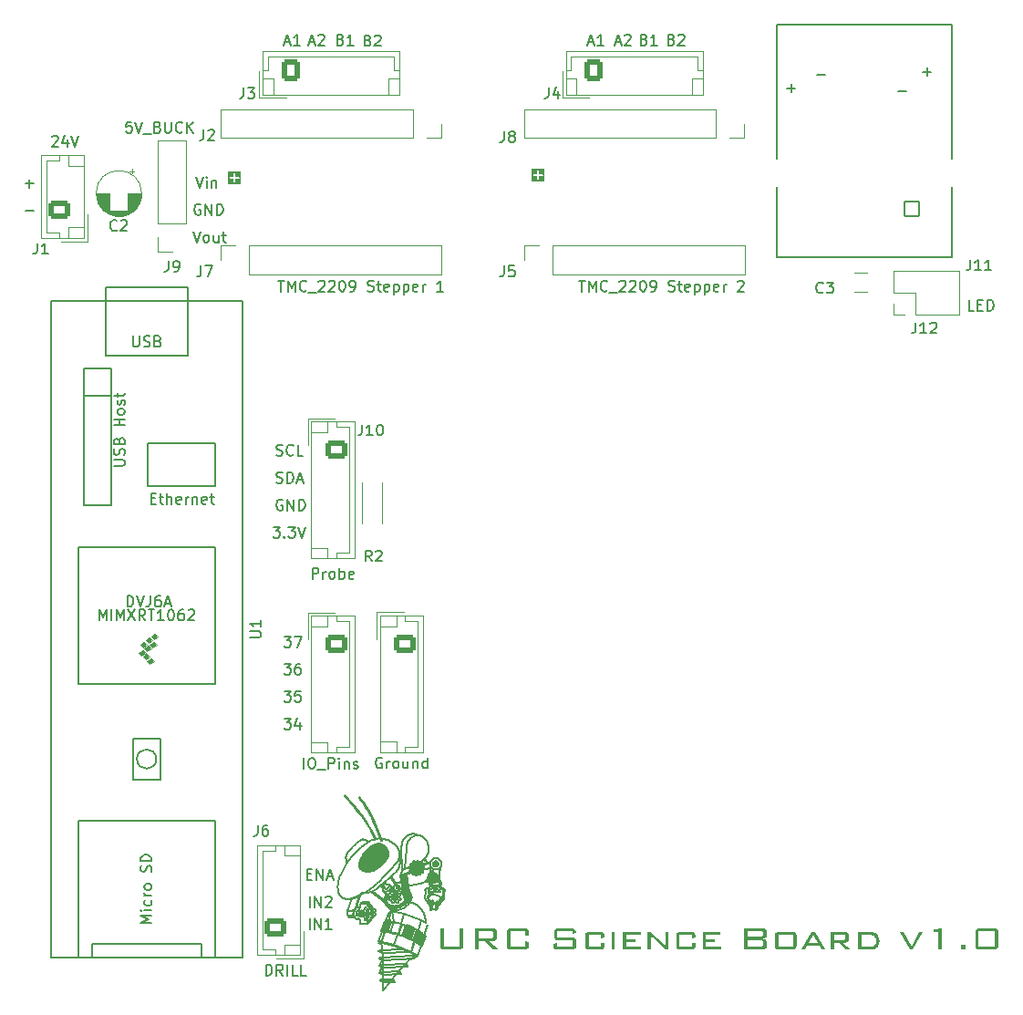
<source format=gto>
%TF.GenerationSoftware,KiCad,Pcbnew,8.0.1*%
%TF.CreationDate,2024-05-05T15:48:18-04:00*%
%TF.ProjectId,science-board,73636965-6e63-4652-9d62-6f6172642e6b,rev?*%
%TF.SameCoordinates,Original*%
%TF.FileFunction,Legend,Top*%
%TF.FilePolarity,Positive*%
%FSLAX46Y46*%
G04 Gerber Fmt 4.6, Leading zero omitted, Abs format (unit mm)*
G04 Created by KiCad (PCBNEW 8.0.1) date 2024-05-05 15:48:18*
%MOMM*%
%LPD*%
G01*
G04 APERTURE LIST*
G04 Aperture macros list*
%AMRoundRect*
0 Rectangle with rounded corners*
0 $1 Rounding radius*
0 $2 $3 $4 $5 $6 $7 $8 $9 X,Y pos of 4 corners*
0 Add a 4 corners polygon primitive as box body*
4,1,4,$2,$3,$4,$5,$6,$7,$8,$9,$2,$3,0*
0 Add four circle primitives for the rounded corners*
1,1,$1+$1,$2,$3*
1,1,$1+$1,$4,$5*
1,1,$1+$1,$6,$7*
1,1,$1+$1,$8,$9*
0 Add four rect primitives between the rounded corners*
20,1,$1+$1,$2,$3,$4,$5,0*
20,1,$1+$1,$4,$5,$6,$7,0*
20,1,$1+$1,$6,$7,$8,$9,0*
20,1,$1+$1,$8,$9,$2,$3,0*%
G04 Aperture macros list end*
%ADD10C,0.153000*%
%ADD11C,0.100000*%
%ADD12C,0.120000*%
%ADD13C,0.127000*%
%ADD14C,0.150000*%
%ADD15R,1.700000X1.700000*%
%ADD16O,1.700000X1.700000*%
%ADD17R,1.350000X1.350000*%
%ADD18O,1.350000X1.350000*%
%ADD19RoundRect,0.250000X-0.725000X0.600000X-0.725000X-0.600000X0.725000X-0.600000X0.725000X0.600000X0*%
%ADD20O,1.950000X1.700000*%
%ADD21C,3.200000*%
%ADD22RoundRect,0.102000X-0.699000X-0.699000X0.699000X-0.699000X0.699000X0.699000X-0.699000X0.699000X0*%
%ADD23C,1.602000*%
%ADD24C,1.734000*%
%ADD25C,2.604000*%
%ADD26RoundRect,0.250000X-0.600000X-0.725000X0.600000X-0.725000X0.600000X0.725000X-0.600000X0.725000X0*%
%ADD27O,1.700000X1.950000*%
%ADD28RoundRect,0.250000X0.750000X-0.600000X0.750000X0.600000X-0.750000X0.600000X-0.750000X-0.600000X0*%
%ADD29O,2.000000X1.700000*%
%ADD30C,1.400000*%
%ADD31O,1.400000X1.400000*%
%ADD32C,1.600000*%
%ADD33R,1.200000X1.200000*%
%ADD34C,1.200000*%
%ADD35R,1.600000X1.600000*%
%ADD36R,1.300000X1.300000*%
%ADD37C,1.300000*%
%ADD38RoundRect,0.250000X0.725000X-0.600000X0.725000X0.600000X-0.725000X0.600000X-0.725000X-0.600000X0*%
G04 APERTURE END LIST*
D10*
X51682114Y-102839073D02*
X51688587Y-102852446D01*
X51119936Y-103556678D02*
X51113683Y-103561400D01*
X51504990Y-103580220D02*
X51500872Y-103585419D01*
X50445429Y-103558548D02*
X50435457Y-103536219D01*
X51154572Y-101929119D02*
X51155937Y-101925347D01*
X49191826Y-104904520D02*
X49191826Y-104741808D01*
X51477401Y-102489029D02*
X51474782Y-102486993D01*
X50494862Y-103644001D02*
X50481062Y-103623253D01*
X51767952Y-102321064D02*
X51768287Y-102323737D01*
X51508348Y-102211709D02*
X51502155Y-102215862D01*
X51625016Y-102758119D02*
X51630922Y-102762831D01*
X50692431Y-102764379D02*
X50701216Y-102760572D01*
X46717385Y-99091884D02*
X46699536Y-99128905D01*
X48649165Y-104393134D02*
X48649165Y-104760013D01*
X51437509Y-102719508D02*
X51451132Y-102730577D01*
X50406043Y-103117835D02*
X50419313Y-103066087D01*
X53741233Y-104360363D02*
X53782263Y-104427195D01*
X51072105Y-102151055D02*
X51069170Y-102150574D01*
X51441379Y-102162573D02*
X51435662Y-102163856D01*
X47743918Y-98747390D02*
X47464409Y-99027521D01*
X47488245Y-105032937D02*
X47488351Y-105028886D01*
X55167622Y-99500877D02*
X55191207Y-99510804D01*
X51584975Y-100238990D02*
X51571735Y-100287304D01*
X47821433Y-104776358D02*
X47815964Y-104776573D01*
X51420019Y-102485375D02*
X51415801Y-102486161D01*
X50652600Y-102441067D02*
X50621454Y-102465556D01*
X47632555Y-104701662D02*
X47625600Y-104693417D01*
X52990442Y-108734084D02*
X52950027Y-108815440D01*
X45990070Y-102778204D02*
X46024047Y-102854405D01*
X50681497Y-102414995D02*
X50652600Y-102441067D01*
X51494113Y-103444416D02*
X51490262Y-103454195D01*
X55166370Y-101036724D02*
X55176220Y-101046522D01*
X47890742Y-105108643D02*
X47888039Y-105105793D01*
X50217406Y-102575466D02*
X50204018Y-102572098D01*
X52542989Y-102560106D02*
X52551512Y-102583887D01*
X51488482Y-102515005D02*
X51487643Y-102512586D01*
X50458673Y-102550457D02*
X50438787Y-102556803D01*
X54026840Y-101685130D02*
X54291723Y-101364600D01*
X54180592Y-99168701D02*
X54210807Y-99100662D01*
X46534130Y-103242967D02*
X46583091Y-103252428D01*
X51933985Y-102591673D02*
X51962851Y-102876418D01*
X50072237Y-106331096D02*
X50040903Y-106333160D01*
X46856304Y-104866044D02*
X46844173Y-104851435D01*
X51570298Y-102021614D02*
X51573241Y-102026432D01*
X50616397Y-103176642D02*
X50621740Y-103173200D01*
X50399566Y-102567363D02*
X50362070Y-102575088D01*
X51172943Y-102543813D02*
X51176103Y-102538358D01*
X50798492Y-102087129D02*
X50802324Y-102100642D01*
X51509573Y-102109156D02*
X51507510Y-102113523D01*
X51444562Y-101770180D02*
X51447181Y-101772216D01*
X51546381Y-101746972D02*
X51548038Y-101743864D01*
X50241085Y-103231912D02*
X50254657Y-103162857D01*
X50769643Y-102538698D02*
X50773760Y-102533500D01*
X52258504Y-97426239D02*
X52223910Y-97454776D01*
X50317554Y-105340365D02*
X50560018Y-104637206D01*
X55406225Y-99687333D02*
X55420739Y-99708800D01*
X51643913Y-101714430D02*
X51645717Y-101716463D01*
X55591511Y-102341031D02*
X55579346Y-102336176D01*
X47592423Y-104637545D02*
X47588457Y-104627304D01*
X55297891Y-101419089D02*
X55289797Y-101426982D01*
X51108131Y-102456703D02*
X51107927Y-102453664D01*
X51230119Y-102467289D02*
X51224458Y-102466766D01*
X52281700Y-98257982D02*
X52281519Y-98257716D01*
X51747920Y-102277895D02*
X51746925Y-102282486D01*
X47602993Y-104433664D02*
X47608474Y-104424383D01*
X51812129Y-105576442D02*
X51853166Y-105642539D01*
X51722707Y-102384646D02*
X51717765Y-102388428D01*
X47420557Y-104220145D02*
X47427465Y-104219058D01*
X50701216Y-102760572D02*
X50710342Y-102755467D01*
X52159134Y-103358744D02*
X52043508Y-103525069D01*
X55767240Y-102585860D02*
X55703736Y-103271582D01*
X53109570Y-97355467D02*
X53066626Y-97365399D01*
X51033938Y-102289354D02*
X51034318Y-102284592D01*
X51494148Y-102133015D02*
X51490867Y-102136430D01*
X51484046Y-101776457D02*
X51492733Y-101775122D01*
X47413119Y-104977908D02*
X47400062Y-104983608D01*
X55214246Y-99521841D02*
X55236702Y-99533961D01*
X51103464Y-102343291D02*
X51099989Y-102342527D01*
X54006774Y-102464602D02*
X54005185Y-102448312D01*
X46774625Y-104406179D02*
X46766691Y-104445458D01*
X47895420Y-105114383D02*
X47893192Y-105111511D01*
X46883358Y-104893619D02*
X46869359Y-104880115D01*
X52086967Y-105715268D02*
X52171021Y-105743378D01*
X47684568Y-104349489D02*
X47693980Y-104344119D01*
X53192499Y-106153910D02*
X52823022Y-107101138D01*
X54983927Y-99760698D02*
X54995848Y-99761685D01*
X55007622Y-99763300D01*
X55019232Y-99765528D01*
X55030661Y-99768354D01*
X55041891Y-99771763D01*
X55052906Y-99775741D01*
X55063687Y-99780272D01*
X55074218Y-99785341D01*
X55084482Y-99790935D01*
X55094460Y-99797037D01*
X55104136Y-99803633D01*
X55113493Y-99810708D01*
X55122513Y-99818247D01*
X55131179Y-99826235D01*
X55139473Y-99834658D01*
X55147379Y-99843500D01*
X55154879Y-99852746D01*
X55161955Y-99862381D01*
X55168591Y-99872392D01*
X55174769Y-99882762D01*
X55180472Y-99893477D01*
X55185683Y-99904521D01*
X55190384Y-99915881D01*
X55194558Y-99927541D01*
X55198187Y-99939485D01*
X55201255Y-99951700D01*
X55203744Y-99964171D01*
X55205616Y-99976734D01*
X55206853Y-99989225D01*
X55207465Y-100001627D01*
X55207465Y-100013925D01*
X55206864Y-100026100D01*
X55205675Y-100038136D01*
X55203908Y-100050017D01*
X55201577Y-100061725D01*
X55198691Y-100073243D01*
X55195264Y-100084555D01*
X55191307Y-100095643D01*
X55186832Y-100106491D01*
X55181850Y-100117082D01*
X55176373Y-100127400D01*
X55170414Y-100137426D01*
X55163983Y-100147145D01*
X55157092Y-100156540D01*
X55149754Y-100165593D01*
X55141980Y-100174288D01*
X55133782Y-100182607D01*
X55125171Y-100190535D01*
X55116159Y-100198054D01*
X55106758Y-100205148D01*
X55096980Y-100211798D01*
X55086837Y-100217990D01*
X55076340Y-100223705D01*
X55065501Y-100228927D01*
X55054331Y-100233639D01*
X55042843Y-100237824D01*
X55031049Y-100241465D01*
X55018959Y-100244546D01*
X55006587Y-100247050D01*
X54994106Y-100248934D01*
X54981697Y-100250179D01*
X54969375Y-100250795D01*
X54957159Y-100250794D01*
X54945063Y-100250190D01*
X54933106Y-100248992D01*
X54921303Y-100247214D01*
X54909672Y-100244867D01*
X54898230Y-100241962D01*
X54886992Y-100238512D01*
X54875977Y-100234529D01*
X54865200Y-100230023D01*
X54854678Y-100225008D01*
X54844429Y-100219495D01*
X54834468Y-100213496D01*
X54824813Y-100207022D01*
X54815481Y-100200086D01*
X54806487Y-100192699D01*
X54797850Y-100184873D01*
X54789585Y-100176620D01*
X54781710Y-100167952D01*
X54774240Y-100158881D01*
X54767194Y-100149418D01*
X54760587Y-100139575D01*
X54754437Y-100129364D01*
X54748760Y-100118797D01*
X54743573Y-100107886D01*
X54738892Y-100096643D01*
X54734735Y-100085079D01*
X54731118Y-100073207D01*
X54728058Y-100061037D01*
X54725572Y-100048582D01*
X54723700Y-100036019D01*
X54722463Y-100023528D01*
X54721851Y-100011125D01*
X54721851Y-99998827D01*
X54722452Y-99986652D01*
X54723641Y-99974615D01*
X54725408Y-99962735D01*
X54727739Y-99951027D01*
X54730625Y-99939508D01*
X54734052Y-99928196D01*
X54738009Y-99917108D01*
X54742484Y-99906260D01*
X54747466Y-99895668D01*
X54752943Y-99885351D01*
X54758902Y-99875325D01*
X54765333Y-99865606D01*
X54772224Y-99856211D01*
X54779562Y-99847159D01*
X54787336Y-99838464D01*
X54795535Y-99830144D01*
X54804146Y-99822217D01*
X54813157Y-99814698D01*
X54822558Y-99807605D01*
X54832336Y-99800955D01*
X54842479Y-99794764D01*
X54852976Y-99789049D01*
X54863816Y-99783827D01*
X54874985Y-99779116D01*
X54886473Y-99774931D01*
X54898267Y-99771290D01*
X54910357Y-99768210D01*
X54922729Y-99765707D01*
X54935124Y-99763330D01*
X54947458Y-99761656D01*
X54959715Y-99760669D01*
X54971877Y-99760355D01*
X54983927Y-99760698D01*
G36*
X54983927Y-99760698D02*
G01*
X54995848Y-99761685D01*
X55007622Y-99763300D01*
X55019232Y-99765528D01*
X55030661Y-99768354D01*
X55041891Y-99771763D01*
X55052906Y-99775741D01*
X55063687Y-99780272D01*
X55074218Y-99785341D01*
X55084482Y-99790935D01*
X55094460Y-99797037D01*
X55104136Y-99803633D01*
X55113493Y-99810708D01*
X55122513Y-99818247D01*
X55131179Y-99826235D01*
X55139473Y-99834658D01*
X55147379Y-99843500D01*
X55154879Y-99852746D01*
X55161955Y-99862381D01*
X55168591Y-99872392D01*
X55174769Y-99882762D01*
X55180472Y-99893477D01*
X55185683Y-99904521D01*
X55190384Y-99915881D01*
X55194558Y-99927541D01*
X55198187Y-99939485D01*
X55201255Y-99951700D01*
X55203744Y-99964171D01*
X55205616Y-99976734D01*
X55206853Y-99989225D01*
X55207465Y-100001627D01*
X55207465Y-100013925D01*
X55206864Y-100026100D01*
X55205675Y-100038136D01*
X55203908Y-100050017D01*
X55201577Y-100061725D01*
X55198691Y-100073243D01*
X55195264Y-100084555D01*
X55191307Y-100095643D01*
X55186832Y-100106491D01*
X55181850Y-100117082D01*
X55176373Y-100127400D01*
X55170414Y-100137426D01*
X55163983Y-100147145D01*
X55157092Y-100156540D01*
X55149754Y-100165593D01*
X55141980Y-100174288D01*
X55133782Y-100182607D01*
X55125171Y-100190535D01*
X55116159Y-100198054D01*
X55106758Y-100205148D01*
X55096980Y-100211798D01*
X55086837Y-100217990D01*
X55076340Y-100223705D01*
X55065501Y-100228927D01*
X55054331Y-100233639D01*
X55042843Y-100237824D01*
X55031049Y-100241465D01*
X55018959Y-100244546D01*
X55006587Y-100247050D01*
X54994106Y-100248934D01*
X54981697Y-100250179D01*
X54969375Y-100250795D01*
X54957159Y-100250794D01*
X54945063Y-100250190D01*
X54933106Y-100248992D01*
X54921303Y-100247214D01*
X54909672Y-100244867D01*
X54898230Y-100241962D01*
X54886992Y-100238512D01*
X54875977Y-100234529D01*
X54865200Y-100230023D01*
X54854678Y-100225008D01*
X54844429Y-100219495D01*
X54834468Y-100213496D01*
X54824813Y-100207022D01*
X54815481Y-100200086D01*
X54806487Y-100192699D01*
X54797850Y-100184873D01*
X54789585Y-100176620D01*
X54781710Y-100167952D01*
X54774240Y-100158881D01*
X54767194Y-100149418D01*
X54760587Y-100139575D01*
X54754437Y-100129364D01*
X54748760Y-100118797D01*
X54743573Y-100107886D01*
X54738892Y-100096643D01*
X54734735Y-100085079D01*
X54731118Y-100073207D01*
X54728058Y-100061037D01*
X54725572Y-100048582D01*
X54723700Y-100036019D01*
X54722463Y-100023528D01*
X54721851Y-100011125D01*
X54721851Y-99998827D01*
X54722452Y-99986652D01*
X54723641Y-99974615D01*
X54725408Y-99962735D01*
X54727739Y-99951027D01*
X54730625Y-99939508D01*
X54734052Y-99928196D01*
X54738009Y-99917108D01*
X54742484Y-99906260D01*
X54747466Y-99895668D01*
X54752943Y-99885351D01*
X54758902Y-99875325D01*
X54765333Y-99865606D01*
X54772224Y-99856211D01*
X54779562Y-99847159D01*
X54787336Y-99838464D01*
X54795535Y-99830144D01*
X54804146Y-99822217D01*
X54813157Y-99814698D01*
X54822558Y-99807605D01*
X54832336Y-99800955D01*
X54842479Y-99794764D01*
X54852976Y-99789049D01*
X54863816Y-99783827D01*
X54874985Y-99779116D01*
X54886473Y-99774931D01*
X54898267Y-99771290D01*
X54910357Y-99768210D01*
X54922729Y-99765707D01*
X54935124Y-99763330D01*
X54947458Y-99761656D01*
X54959715Y-99760669D01*
X54971877Y-99760355D01*
X54983927Y-99760698D01*
G37*
X52277970Y-98255683D02*
X52277478Y-98255634D01*
X50391787Y-103371130D02*
X50387551Y-103321680D01*
X51631533Y-103101228D02*
X51635719Y-103113022D01*
X51962851Y-102876418D02*
X51459147Y-102240614D01*
X51235887Y-102481893D02*
X51241138Y-102482614D01*
X50758337Y-103354281D02*
X50749805Y-103352834D01*
X55345815Y-101998934D02*
X55270758Y-102004744D01*
X51155924Y-101942725D02*
X51154779Y-101940544D01*
X50752748Y-102329405D02*
X50742623Y-102344283D01*
X55446714Y-99754063D02*
X55458098Y-99777806D01*
X47325284Y-104537484D02*
X47327154Y-104520968D01*
X55252270Y-101299225D02*
X55246586Y-101323552D01*
X47518234Y-104161184D02*
X47528672Y-104150729D01*
X50768641Y-102574285D02*
X50766662Y-102569072D01*
X51065575Y-102351394D02*
X51062848Y-102352028D01*
X52561452Y-103570627D02*
X52518899Y-103635350D01*
X51253382Y-102473553D02*
X51250267Y-102472464D01*
X51056555Y-103638195D02*
X51049218Y-103638626D01*
X50808819Y-102159524D02*
X50808357Y-102174952D01*
X51315202Y-102505072D02*
X51329374Y-102511186D01*
X55700672Y-102481299D02*
X55699061Y-102468993D01*
X50764233Y-102553876D02*
X50765001Y-102548856D01*
X52491736Y-108184908D02*
X52892306Y-108385416D01*
X50634274Y-102995830D02*
X50629238Y-102986799D01*
X54635734Y-104183932D02*
X54693473Y-103474966D01*
X55448641Y-100239845D02*
X55436601Y-100262450D01*
X49388107Y-104247858D02*
X49388107Y-104416380D01*
X51388132Y-102496751D02*
X51386065Y-102498240D01*
X47584689Y-104014615D02*
X47591744Y-104010384D01*
X47570760Y-104026703D02*
X47574315Y-104022743D01*
X47885050Y-105102972D02*
X47881741Y-105100191D01*
X51571735Y-100287304D02*
X51553763Y-100336625D01*
X49100026Y-102539429D02*
X49028873Y-102571659D01*
X51109035Y-102447997D02*
X51110233Y-102445319D01*
X51525856Y-104268796D02*
X51448175Y-104282504D01*
X50890307Y-103461290D02*
X50885240Y-103452255D01*
X51077528Y-102059959D02*
X51080257Y-102058079D01*
X52714567Y-97542463D02*
X52679974Y-97571001D01*
X50497535Y-102535727D02*
X50478263Y-102543423D01*
X47177057Y-98529650D02*
X47110038Y-98607557D01*
X47709929Y-104758558D02*
X47700196Y-104753953D01*
X50254657Y-103162857D02*
X50273355Y-103093522D01*
X51137153Y-102408083D02*
X51138099Y-102404176D01*
X47307661Y-104830454D02*
X47303757Y-104827813D01*
X50076067Y-102349795D02*
X50078248Y-102332708D01*
X51298961Y-102498682D02*
X51315202Y-102505072D01*
X51534767Y-98729902D02*
X51491372Y-98641358D01*
X51487643Y-102512586D02*
X51486238Y-102507331D01*
X55785721Y-102337968D02*
X55792429Y-102349779D01*
X55270758Y-102004744D02*
X55622915Y-102237189D01*
X51172387Y-101986444D02*
X51174040Y-101981309D01*
X50611009Y-103179705D02*
X50616397Y-103176642D01*
X49191826Y-104741808D02*
X48666486Y-104741808D01*
X50648251Y-103138430D02*
X50650975Y-103129260D01*
X51339905Y-101801492D02*
X51339653Y-101798954D01*
X55469468Y-100192911D02*
X55459606Y-100216652D01*
X47612852Y-104675954D02*
X47607089Y-104666764D01*
X47663906Y-104731043D02*
X47655568Y-104724267D01*
X48258186Y-97790870D02*
X48212055Y-97792158D01*
X51629727Y-102972468D02*
X51626381Y-102980492D01*
X51309116Y-102187657D02*
X51307102Y-102182242D01*
X54511817Y-100811086D02*
X54514128Y-100780304D01*
X50285893Y-106329264D02*
X50255505Y-106328529D01*
X51999157Y-103736414D02*
X52050452Y-103693462D01*
X51843591Y-102196583D02*
X51841144Y-102198093D01*
X52281095Y-98257206D02*
X52280851Y-98256966D01*
X47910941Y-105138537D02*
X47909226Y-105136144D01*
X47488351Y-105028886D02*
X47488914Y-105024805D01*
X55324438Y-100400996D02*
X55304755Y-100417513D01*
X51374426Y-102513236D02*
X51356142Y-102566623D01*
X54210807Y-99100662D02*
X54237488Y-99030129D01*
X51032664Y-104074611D02*
X51094978Y-104073999D01*
X50810200Y-104104163D02*
X50761589Y-104089712D01*
X47317085Y-104576944D02*
X47320204Y-104565357D01*
X50850021Y-104058813D02*
X50910032Y-104067050D01*
X46760736Y-104482063D02*
X46756803Y-104516158D01*
X50801068Y-102221627D02*
X50796751Y-102237227D01*
X53233805Y-107318293D02*
X53033274Y-107203504D01*
X51699112Y-101791897D02*
X51703509Y-101791735D01*
X55689762Y-102434957D02*
X55685214Y-102424566D01*
X51374787Y-99895128D02*
X51444490Y-99795653D01*
X53774678Y-101750715D02*
X53829547Y-101726722D01*
X51081751Y-102214929D02*
X51096906Y-102208128D01*
X52037901Y-104619772D02*
X51731932Y-105537936D01*
X51373215Y-102516772D02*
X51374426Y-102513236D01*
X47363448Y-104832498D02*
X47357495Y-104831797D01*
X51705231Y-103179316D02*
X51716353Y-103184536D01*
X51647566Y-101726020D02*
X51647046Y-101728712D01*
X51164458Y-102554178D02*
X51169090Y-102549106D01*
X47794403Y-104317654D02*
X47799816Y-104317850D01*
X51448507Y-102239964D02*
X51441478Y-102241724D01*
X47832290Y-104321230D02*
X47843114Y-104322990D01*
X51694381Y-101791702D02*
X51699112Y-101791897D01*
X46822602Y-104820715D02*
X46813122Y-104804663D01*
X51971600Y-103574454D02*
X51951304Y-103592464D01*
X55501504Y-99933785D02*
X55504150Y-99960896D01*
X51581988Y-102452478D02*
X51582602Y-102458634D01*
X51369526Y-103638195D02*
X51363184Y-103636946D01*
X55205076Y-101412343D02*
X55190471Y-101431817D01*
X53859986Y-99616341D02*
X53829884Y-99603816D01*
X51138595Y-102395523D02*
X51138032Y-102390728D01*
X51339678Y-101809454D02*
X51339959Y-101806737D01*
X53005297Y-97238083D02*
X52976584Y-97232969D01*
X54283584Y-102434763D02*
X54266269Y-102597475D01*
X47864658Y-105089705D02*
X47859262Y-105087301D01*
X51759130Y-102253617D02*
X51755114Y-102260670D01*
X50896924Y-103478045D02*
X50894159Y-103469877D01*
X51544395Y-101750053D02*
X51546381Y-101746972D01*
X50710115Y-110971388D02*
X50075089Y-111721037D01*
X55229400Y-101369888D02*
X55218084Y-101391661D01*
X51647766Y-101723438D02*
X51647566Y-101726020D01*
X53981822Y-99465823D02*
X54027428Y-99412681D01*
X55281263Y-101434227D02*
X55272332Y-101440885D01*
X51688587Y-102852446D02*
X51693702Y-102864336D01*
X51166846Y-101998536D02*
X51170010Y-101992170D01*
X51516049Y-101769233D02*
X51522082Y-101766882D01*
X51577955Y-104057814D02*
X51463642Y-104092798D01*
X49602427Y-97661607D02*
X49554383Y-97666087D01*
X54242002Y-102948958D02*
X54213762Y-103219500D01*
X51501501Y-101980009D02*
X51507899Y-101981155D01*
X51384849Y-103638173D02*
X51376714Y-103638626D01*
X51406140Y-102245825D02*
X51399190Y-102245656D01*
X54136878Y-102242012D02*
X54149452Y-102239084D01*
X51378633Y-102623110D02*
X51379398Y-102630565D01*
X52684202Y-103292489D02*
X52661171Y-103364645D01*
X52082009Y-103460200D02*
X52064960Y-103479895D01*
X50631964Y-103164737D02*
X50636679Y-103159497D01*
X51183499Y-101888514D02*
X50715890Y-101278342D01*
X47274153Y-104361341D02*
X47275524Y-104354458D01*
X47711954Y-103970056D02*
X47720200Y-103969158D01*
X51495819Y-102219780D02*
X51459147Y-102240614D01*
X54260219Y-98222713D02*
X54225693Y-98113790D01*
X47577605Y-104584234D02*
X47576219Y-104573015D01*
X51643738Y-101768943D02*
X51646266Y-101772068D01*
X51694657Y-102396070D02*
X51692463Y-102395238D01*
X55145426Y-101018603D02*
X55156098Y-101027414D01*
X51183499Y-101888514D02*
X51183499Y-101888518D01*
X47794999Y-104776905D02*
X47783803Y-104776549D01*
X51691423Y-103360953D02*
X51686521Y-103362368D01*
X54830399Y-102834246D02*
X54242002Y-102948958D01*
X51069152Y-102069186D02*
X51071985Y-102065445D01*
X47846013Y-104772781D02*
X47842793Y-104773555D01*
X53033274Y-107203504D02*
X52811837Y-107089159D01*
X51481188Y-101978510D02*
X51488138Y-101978679D01*
X53042308Y-106077833D02*
X53093635Y-106101622D01*
X51853166Y-105642539D02*
X51892132Y-105653694D01*
X50737831Y-101998852D02*
X50748114Y-102007850D01*
X47399377Y-104847579D02*
X47391268Y-104842622D01*
X54490133Y-100439557D02*
X54488995Y-100429909D01*
X50898735Y-103485821D02*
X50896924Y-103478045D01*
X50892884Y-103548136D02*
X50893479Y-103542754D01*
X50974111Y-102552455D02*
X50980724Y-102557517D01*
X55667401Y-102396225D02*
X55660115Y-102387715D01*
X52661381Y-108164603D02*
X52984665Y-107176691D01*
X46832946Y-104836316D02*
X46822602Y-104820715D01*
X52860380Y-97221703D02*
X52831160Y-97221228D01*
X54072262Y-102270793D02*
X54081688Y-102264637D01*
X54013176Y-97723896D02*
X53978797Y-97682032D01*
X50760459Y-102707309D02*
X50768686Y-102695764D01*
X54457440Y-99878854D02*
X54463831Y-99853697D01*
X47649902Y-104375122D02*
X47658092Y-104368121D01*
X55693827Y-102565390D02*
X55696995Y-102550144D01*
X51638189Y-101710867D02*
X51641427Y-101712561D01*
X50051997Y-109652253D02*
X49711391Y-109466292D01*
X54588950Y-103881884D02*
X55166852Y-103422671D01*
X47471055Y-104199466D02*
X47481908Y-104191920D01*
X51768120Y-102326729D02*
X51767386Y-102330086D01*
X52279259Y-98255999D02*
X52278859Y-98255867D01*
X51517214Y-102521402D02*
X51511709Y-102522856D01*
X50544226Y-102927597D02*
X50540467Y-102923622D01*
X51662320Y-103153686D02*
X51668382Y-103158925D01*
X53889666Y-99629931D02*
X53859986Y-99616341D01*
X47301808Y-104610311D02*
X47305956Y-104603686D01*
X47256683Y-104645539D02*
X47259913Y-104643081D01*
X54213762Y-103219500D02*
X54494317Y-103717348D01*
X51043950Y-102339975D02*
X51041984Y-102335322D01*
X51499476Y-102523917D02*
X51496611Y-102523311D01*
X54006481Y-106758284D02*
X53688962Y-107589282D01*
X53648550Y-107548609D01*
X54000710Y-106647875D01*
X54006481Y-106758284D01*
G36*
X54006481Y-106758284D02*
G01*
X53688962Y-107589282D01*
X53648550Y-107548609D01*
X54000710Y-106647875D01*
X54006481Y-106758284D01*
G37*
X54190053Y-102233400D02*
X54219411Y-102232146D01*
X52281861Y-98258252D02*
X52281700Y-98257982D01*
X54358626Y-102928721D02*
X54237403Y-102951964D01*
X54076927Y-97812831D02*
X54013176Y-97723896D01*
X47893192Y-105111511D02*
X47890742Y-105108643D01*
X51826664Y-98139395D02*
X51820890Y-98185885D01*
X51339653Y-101798954D02*
X51338904Y-101794018D01*
X51441478Y-102241724D02*
X51434419Y-102243181D01*
X47949449Y-97860563D02*
X47906248Y-97882424D01*
X55703736Y-103271582D02*
X55149532Y-103980547D01*
X52126117Y-103738039D02*
X52092020Y-103766801D01*
X53718575Y-101772383D02*
X53774678Y-101750715D01*
X54755247Y-99512321D02*
X54779534Y-99501989D01*
X47267260Y-104638638D02*
X47275487Y-104634059D01*
X54513941Y-100263625D02*
X54499898Y-100237268D01*
X55272332Y-101440885D02*
X55263045Y-101447015D01*
X51029011Y-102576357D02*
X51042423Y-102578355D01*
X47773772Y-97966683D02*
X47728013Y-98001119D01*
X51665823Y-102809343D02*
X51674202Y-102824107D01*
X55802293Y-102522115D02*
X55797029Y-102535364D01*
X55225921Y-101083199D02*
X55238387Y-101088700D01*
X46941087Y-99638865D02*
X46704834Y-99962639D01*
X47700196Y-104753953D02*
X47690712Y-104748884D01*
X47289721Y-105007773D02*
X47271252Y-105008774D01*
X50774521Y-102038428D02*
X50781764Y-102049777D01*
X47326065Y-104453714D02*
X47324032Y-104444405D01*
X47475382Y-104928176D02*
X47467886Y-104917252D01*
X51171563Y-102497375D02*
X51036289Y-102237921D01*
X52282689Y-98260895D02*
X52282637Y-98260523D01*
X50598311Y-102753604D02*
X50603632Y-102754435D01*
X51487383Y-102139679D02*
X51483696Y-102142760D01*
X51451132Y-102730577D02*
X51463889Y-102739898D01*
X51608608Y-102750922D02*
X51613906Y-102752289D01*
X51664664Y-101783969D02*
X51671695Y-101786742D01*
X51511434Y-102104638D02*
X51509573Y-102109156D01*
X51156996Y-103542559D02*
X51145683Y-103545238D01*
X47383446Y-104215152D02*
X47392506Y-104217691D01*
X51482767Y-102226877D02*
X51476076Y-102230041D01*
X51350714Y-101761375D02*
X51354451Y-101758945D01*
X50588252Y-102488249D02*
X50553190Y-102508933D01*
X50909293Y-103584921D02*
X50903835Y-103579568D01*
X50074808Y-102366713D02*
X50076067Y-102349795D01*
X47635189Y-103991631D02*
X47650448Y-103986330D01*
X54008030Y-102376305D02*
X54010683Y-102363758D01*
X51170010Y-101992170D02*
X51172387Y-101986444D01*
X47327581Y-104464262D02*
X47326065Y-104453714D01*
X51224458Y-102466766D02*
X51219266Y-102466762D01*
X47280284Y-104387682D02*
X47277881Y-104384540D01*
X51399190Y-102245656D02*
X51392417Y-102245154D01*
X47666609Y-104361505D02*
X47675440Y-104355290D01*
X47271252Y-105008774D02*
X47252106Y-105009112D01*
X51947838Y-107935945D02*
X52123235Y-108012594D01*
X47892907Y-102975211D02*
X47165510Y-103230895D01*
X54937134Y-99465964D02*
X54963904Y-99464681D01*
X50778483Y-102283781D02*
X50770702Y-102299128D01*
X48992134Y-102597384D02*
X49061410Y-102556704D01*
X50785165Y-104195551D02*
X50421492Y-103881776D01*
X47537555Y-104140892D02*
X47544999Y-104131645D01*
X51593357Y-103818776D02*
X51499569Y-103855786D01*
X53602377Y-104173035D02*
X53651208Y-104233195D01*
X51382448Y-102501354D02*
X51380882Y-102502970D01*
X51196196Y-100830191D02*
X51073428Y-100953189D01*
X51075014Y-102151735D02*
X51072105Y-102151055D01*
X51376714Y-103638626D02*
X51369526Y-103638195D01*
X47158181Y-104840125D02*
X47187070Y-104838948D01*
X51363784Y-101753955D02*
X51369462Y-101751385D01*
X51336019Y-102223454D02*
X51331676Y-102219780D01*
X47771374Y-104007045D02*
X47774879Y-104011525D01*
X47778956Y-104015998D02*
X47783715Y-104020418D01*
X52357197Y-98024334D02*
X52339149Y-98069900D01*
X51473174Y-104010846D02*
X51597204Y-103967901D01*
X51568044Y-101709654D02*
X51571648Y-101708170D01*
X47274536Y-104377078D02*
X47273724Y-104372544D01*
X52221912Y-103648759D02*
X52191063Y-103679154D01*
X49554383Y-97666087D02*
X49506542Y-97671863D01*
X47772738Y-104775609D02*
X47761818Y-104774101D01*
X47565294Y-104055340D02*
X47564573Y-104046685D01*
X51583656Y-102464475D02*
X51584575Y-102470111D01*
X51340620Y-102226877D02*
X51336019Y-102223454D01*
X48605507Y-102694543D02*
X48538379Y-102703831D01*
X55815706Y-102440564D02*
X55815623Y-102454193D01*
X51645339Y-101080759D02*
X51933985Y-100511267D01*
X52406560Y-97329017D02*
X52368170Y-97350688D01*
X47836437Y-104774780D02*
X47833318Y-104775249D01*
X51814143Y-102200848D02*
X51811487Y-102201056D01*
X55286561Y-101121260D02*
X55292096Y-101126641D01*
X46737111Y-99055851D02*
X46717385Y-99091884D01*
X51153671Y-101935468D02*
X51153838Y-101932476D01*
X50650975Y-103129260D02*
X50652995Y-103118832D01*
X51724058Y-101785007D02*
X51726709Y-101783214D01*
X51153838Y-101932476D02*
X51154572Y-101929119D01*
X50327115Y-97749138D02*
X50219409Y-97719075D01*
X47723766Y-104330735D02*
X47734163Y-104327233D01*
X53694580Y-97447320D02*
X53648159Y-97423375D01*
X47600204Y-104006001D02*
X47610185Y-104001435D01*
X47284230Y-104628424D02*
X47288681Y-104624923D01*
X51459147Y-102240614D02*
X51455494Y-102237909D01*
X51149160Y-102497406D02*
X51144768Y-102495180D01*
X51931099Y-105665327D02*
X52009033Y-105689752D01*
X50572394Y-103219667D02*
X50572828Y-103213549D01*
X52050452Y-103693462D02*
X52099755Y-103648134D01*
X47852495Y-104770869D02*
X47477251Y-104933577D01*
X50467728Y-102289666D02*
X50459590Y-102294218D01*
X51718178Y-101788141D02*
X51721222Y-101786659D01*
X50578977Y-103199713D02*
X50582367Y-103196240D01*
X52282005Y-98258524D02*
X52281861Y-98258252D01*
X51674202Y-102933793D02*
X51663623Y-102939217D01*
X52831160Y-97221228D02*
X52785941Y-97222378D01*
X54291723Y-101364600D02*
X54393275Y-101685130D01*
X51624740Y-103073105D02*
X51627854Y-103087959D01*
X50566333Y-101942363D02*
X50583504Y-101943183D01*
X51567014Y-102499101D02*
X51561514Y-102502404D01*
X55643595Y-102372086D02*
X55634386Y-102364963D01*
X52099755Y-103648134D02*
X52146914Y-103600464D01*
X49669455Y-107209196D02*
X49970892Y-106334891D01*
X47323607Y-104834041D02*
X47319510Y-104833953D01*
X55798295Y-102361963D02*
X55803318Y-102374478D01*
X54091666Y-102259031D02*
X54102185Y-102253970D01*
X51269029Y-102481177D02*
X51267334Y-102480088D01*
X53143879Y-106125412D02*
X53192499Y-106148112D01*
X47777695Y-104318418D02*
X47788991Y-104317587D01*
X51640359Y-103123449D02*
X51645395Y-103132619D01*
X47247484Y-104686042D02*
X47246591Y-104677880D01*
X55156098Y-101027414D02*
X55166370Y-101036724D01*
X55297463Y-101132337D02*
X55302643Y-101138357D01*
X51293908Y-103561400D02*
X51286416Y-103556678D01*
X50708352Y-103358210D02*
X50697127Y-103362369D01*
X47490962Y-105016365D02*
X47493484Y-105007245D01*
X51267334Y-102480088D02*
X51265488Y-102478999D01*
X50442264Y-102302411D02*
X50433077Y-102306047D01*
X51444490Y-99795653D02*
X51502675Y-99695872D01*
X52442006Y-108164599D02*
X50028898Y-108291833D01*
X51093853Y-102054634D02*
X51099447Y-102054783D01*
X51901134Y-97908111D02*
X51883086Y-97953677D01*
X51056872Y-102259627D02*
X51062924Y-102257066D01*
X55257251Y-101235988D02*
X55257356Y-101248853D01*
X51772393Y-102232214D02*
X51768309Y-102238619D01*
X47575153Y-104538641D02*
X47575508Y-104527371D01*
X49279953Y-97714176D02*
X49260683Y-97719681D01*
X51053986Y-102100546D02*
X51057184Y-102092363D01*
X51674202Y-102824107D02*
X51682114Y-102839073D01*
X51619359Y-102754647D02*
X51625016Y-102758119D01*
X51684683Y-102389654D02*
X51680768Y-102386402D01*
X51676362Y-102383525D02*
X51673864Y-102382386D01*
X47322953Y-104552242D02*
X47325284Y-104537484D01*
X50025875Y-108297318D02*
X50018772Y-107531936D01*
X47408010Y-104853744D02*
X47399377Y-104847579D01*
X51158964Y-102558969D02*
X51164458Y-102554178D01*
X51598297Y-102750662D02*
X51603421Y-102750422D01*
X55240806Y-100461304D02*
X55217946Y-100473852D01*
X52043508Y-103525069D02*
X52029240Y-103518553D01*
X54582954Y-100358421D02*
X54563904Y-100336379D01*
X51505243Y-102117736D02*
X51502774Y-102121794D01*
X51739960Y-103207736D02*
X51741883Y-103213853D01*
X51826664Y-98145209D02*
X51826664Y-98139395D01*
X50589724Y-107494771D02*
X50766947Y-107537167D01*
X50766764Y-102543807D02*
X50769643Y-102538698D01*
X55602486Y-103310358D02*
X55672630Y-102631373D01*
X47751582Y-105071672D02*
X47740091Y-105072610D01*
X51066440Y-104283594D02*
X50993306Y-104269392D01*
X50714355Y-104072887D02*
X50668602Y-104053687D01*
X46806358Y-98952143D02*
X46781717Y-98986134D01*
X53016409Y-106066278D02*
X53042308Y-106077833D01*
X55699336Y-102535393D02*
X55700862Y-102521135D01*
X47492974Y-104964556D02*
X47490208Y-104956465D01*
X55409398Y-100305743D02*
X55394290Y-100326354D01*
X51678649Y-102384885D02*
X51676362Y-102383525D01*
X49168732Y-97750952D02*
X49032001Y-97812607D01*
X54183397Y-99842346D02*
X54159485Y-99818737D01*
X51795436Y-105549559D02*
X51477922Y-106479357D01*
X49748454Y-97656607D02*
X49699395Y-97656800D01*
X49032001Y-97812607D02*
X48892733Y-97883945D01*
X51893575Y-107914713D02*
X52442006Y-108164599D01*
X46869359Y-104880115D02*
X46856304Y-104866044D01*
X54353538Y-102883372D02*
X54399046Y-102562609D01*
X51913758Y-103896305D02*
X51803833Y-103959559D01*
X52020578Y-103823645D02*
X51913758Y-103896305D01*
X47328796Y-104489499D02*
X47328513Y-104476155D01*
X51049173Y-102145931D02*
X51047664Y-102144262D01*
X54469141Y-103505498D02*
X54335539Y-103166968D01*
X54979535Y-103566657D02*
X54940360Y-104299792D01*
X51757496Y-102348135D02*
X51752962Y-102354041D01*
X53261132Y-103865577D02*
X53323339Y-103910009D01*
X51581915Y-102047694D02*
X51583272Y-102053470D01*
X50831349Y-101173747D02*
X51449230Y-101983874D01*
X47481908Y-104191920D02*
X47493581Y-104182899D01*
X54237488Y-99030129D02*
X54260481Y-98957263D01*
X51049218Y-103638626D02*
X51040676Y-103638173D01*
X50608810Y-103309581D02*
X50600430Y-103294817D01*
X46649304Y-99289927D02*
X46642634Y-99334183D01*
X50787009Y-102655468D02*
X50788556Y-102646711D01*
X53441601Y-104007312D02*
X53497491Y-104060005D01*
X51641427Y-101712561D02*
X51643913Y-101714430D01*
X51138032Y-102390728D02*
X51136851Y-102385589D01*
X50532859Y-102871484D02*
X50535116Y-102859210D01*
X51339959Y-101806737D02*
X51340020Y-101804085D01*
X51236368Y-104134438D02*
X51125048Y-104141077D01*
X51964133Y-97777741D02*
X51920684Y-97863568D01*
X52190361Y-97484911D02*
X52157895Y-97516595D01*
X55060087Y-103503661D02*
X54979535Y-103566657D01*
X54009109Y-102481535D02*
X54006774Y-102464602D01*
X51573241Y-102026432D02*
X51575881Y-102031457D01*
X51718886Y-103327464D02*
X51714478Y-103336649D01*
X50455241Y-101953765D02*
X50493653Y-101946778D01*
X54005185Y-102448312D02*
X54004329Y-102432658D01*
X50786607Y-103868490D02*
X50748804Y-103852442D01*
X47101486Y-104840301D02*
X47129622Y-104840604D01*
X51920684Y-97863568D02*
X51901134Y-97908111D01*
X51613906Y-102752289D02*
X51619359Y-102754647D01*
X47839598Y-104774219D02*
X47836437Y-104774780D01*
X54314814Y-98563612D02*
X54305049Y-98448458D01*
X51747246Y-102293474D02*
X51748241Y-102296369D01*
X46642634Y-99334183D02*
X46638557Y-99380346D01*
X50080567Y-101283867D02*
X50357424Y-101002857D01*
X51578212Y-102036680D02*
X51580226Y-102042095D01*
X52129907Y-103399855D02*
X52114482Y-103420163D01*
X51276944Y-102487714D02*
X51275808Y-102486624D01*
X51275681Y-107682807D02*
X51441843Y-107738924D01*
X50975672Y-102272059D02*
X51005981Y-102254721D01*
X51385925Y-102569076D02*
X51385415Y-102574289D01*
X52290425Y-102100717D02*
X53483507Y-101835307D01*
X51203554Y-102485702D02*
X51206036Y-102484478D01*
X50537276Y-97825387D02*
X50433197Y-97784649D01*
X51084296Y-103616107D02*
X51082020Y-103620828D01*
X51586348Y-101705351D02*
X51592753Y-101705020D01*
X51206036Y-102484478D02*
X51208754Y-102483433D01*
X51148921Y-102565499D02*
X51152523Y-102563420D01*
X51385290Y-102558902D02*
X51385927Y-102563957D01*
X51564291Y-103363210D02*
X51554809Y-103369840D01*
X50780520Y-102674501D02*
X50784371Y-102664721D01*
X51479806Y-102145671D02*
X51475713Y-102148409D01*
X55337933Y-101208319D02*
X55340265Y-101217983D01*
X51644204Y-99908657D02*
X51637760Y-99964474D01*
X51584961Y-102065521D02*
X51585278Y-102071782D01*
X51494912Y-101979181D02*
X51501501Y-101980009D01*
X47303757Y-104827813D02*
X47299824Y-104824234D01*
X54416361Y-102394083D02*
X54283584Y-102434763D01*
X51579329Y-102112170D02*
X51577522Y-102119199D01*
X51415952Y-103630819D02*
X51404367Y-103634337D01*
X53866055Y-97568106D02*
X53825385Y-97534368D01*
X51046499Y-102142132D02*
X51045715Y-102139473D01*
X51139936Y-102038336D02*
X51144155Y-102033445D01*
X54225693Y-98113790D02*
X54183456Y-98008613D01*
X47839846Y-105080802D02*
X47832189Y-105078911D01*
X54938452Y-100956922D02*
X54952498Y-100955851D01*
X49458836Y-97678867D02*
X49411197Y-97687033D01*
X55008015Y-100958643D02*
X55021617Y-100961040D01*
X51438122Y-101760163D02*
X51439255Y-101762863D01*
X52523506Y-102513533D02*
X52533653Y-102536649D01*
X50762115Y-102314345D02*
X50752748Y-102329405D01*
X51431211Y-101739994D02*
X51432467Y-101741979D01*
X51776604Y-103721331D02*
X51685927Y-103773952D01*
X51752962Y-102354041D02*
X51747475Y-102360601D01*
X47914723Y-105142974D02*
X47912762Y-105140817D01*
X53859273Y-106591941D02*
X53876051Y-106610862D01*
X50686579Y-103366050D02*
X50681443Y-103367401D01*
X55039250Y-104033038D02*
X55602486Y-103310358D01*
X47434914Y-104217178D02*
X47442952Y-104214394D01*
X52266156Y-103601593D02*
X52251679Y-103617547D01*
X55338888Y-99609867D02*
X55357038Y-99627920D01*
X54032943Y-105278034D02*
X54035348Y-105363604D01*
X50638913Y-103006137D02*
X50634274Y-102995830D01*
X51169012Y-102498710D02*
X51166304Y-102499682D01*
X51590656Y-103351245D02*
X51582201Y-103354038D01*
X51575881Y-102031457D02*
X51578212Y-102036680D01*
X50632965Y-102763600D02*
X50646208Y-102767199D01*
X50098043Y-102491497D02*
X50092493Y-102480293D01*
X50644905Y-103146453D02*
X50648251Y-103138430D01*
X51041219Y-102268706D02*
X51043407Y-102266719D01*
X47425499Y-104971698D02*
X47413119Y-104977908D01*
X50409471Y-106335610D02*
X50347140Y-106331891D01*
X50749805Y-103352834D02*
X50741814Y-103352264D01*
X47845474Y-104046024D02*
X47859692Y-104048371D01*
X45917095Y-102519090D02*
X45937042Y-102610282D01*
X52278430Y-98255761D02*
X52277970Y-98255683D01*
X55218368Y-101102317D02*
X55225222Y-101114741D01*
X51690414Y-102394116D02*
X51688463Y-102392769D01*
X50652995Y-103118832D02*
X50654228Y-103107039D01*
X54027882Y-102319580D02*
X54033775Y-102310014D01*
X55280876Y-101116188D02*
X55286561Y-101121260D01*
X47610185Y-104001435D02*
X47621808Y-103996656D01*
X47795726Y-104028915D02*
X47803200Y-104032901D01*
X54128095Y-101535395D02*
X54171954Y-101495850D01*
X50034680Y-108705031D02*
X50028898Y-108291833D01*
X54516586Y-100717107D02*
X54516868Y-100684691D01*
X50239055Y-103500383D02*
X50234669Y-103467826D01*
X52322217Y-106868196D02*
X52062016Y-106764781D01*
X50133958Y-106328873D02*
X50103232Y-106329712D01*
X51217309Y-103539313D02*
X51200819Y-103538882D01*
X55689819Y-102581134D02*
X55693827Y-102565390D01*
X54849337Y-102632380D02*
X55015099Y-101993711D01*
X51175307Y-101968977D02*
X51174713Y-101965730D01*
X51642668Y-102954185D02*
X51637953Y-102959425D01*
X51504040Y-100438391D02*
X51472496Y-100490891D01*
X51103152Y-102578480D02*
X51109551Y-102577636D01*
X52248090Y-98563612D02*
X52248090Y-98581046D01*
X49751803Y-108716654D02*
X50036740Y-108704954D01*
X51730407Y-103193900D02*
X51734166Y-103197869D01*
X51182267Y-102521618D02*
X51183499Y-102516112D01*
X50710342Y-102755467D02*
X50719824Y-102748937D01*
X52062016Y-106764781D02*
X51796877Y-106668209D01*
X52278859Y-98255867D02*
X52278430Y-98255761D01*
X50538378Y-102845390D02*
X50542701Y-102829913D01*
X51109551Y-102577636D02*
X51115597Y-102576626D01*
X52009033Y-105689752D02*
X52086967Y-105715268D01*
X47477251Y-104933577D02*
X47468254Y-104942087D01*
X54208539Y-103230895D02*
X54588950Y-103881884D01*
X50325853Y-106322125D02*
X50137905Y-106318273D01*
X52511284Y-108838690D02*
X52950027Y-108815440D01*
X51089876Y-102342877D02*
X51086616Y-102343651D01*
X50900008Y-103500310D02*
X50899719Y-103493234D01*
X52661171Y-103364645D02*
X52632857Y-103435142D01*
X52157895Y-97516595D02*
X52126549Y-97549780D01*
X51096564Y-102342248D02*
X51093192Y-102342387D01*
X50468226Y-103602083D02*
X50456350Y-103580509D01*
X51083213Y-102155620D02*
X51080605Y-102153951D01*
X47247779Y-104659627D02*
X47249312Y-104655237D01*
X51427343Y-102244326D02*
X51420263Y-102245154D01*
X51711384Y-101790466D02*
X51714906Y-101789420D01*
X47278657Y-104788127D02*
X47273909Y-104776428D01*
X55338685Y-101340720D02*
X55334853Y-101354810D01*
X50643711Y-103356092D02*
X50637509Y-103350016D01*
X55391452Y-103304255D02*
X55039544Y-103756587D01*
X50234669Y-103467826D02*
X50231622Y-103434921D01*
X54149452Y-102239084D02*
X54162513Y-102236675D01*
X49240099Y-102464364D02*
X49170536Y-102503684D01*
X47009468Y-104969855D02*
X46988299Y-104961125D01*
X55505356Y-100014589D02*
X55503968Y-100041093D01*
X50950687Y-102524421D02*
X50958535Y-102535907D01*
X45961218Y-102696741D02*
X45990070Y-102778204D01*
X50534673Y-102913631D02*
X50532750Y-102907389D01*
X51507971Y-103549845D02*
X51509447Y-103554965D01*
X47846888Y-105082838D02*
X47839846Y-105080802D01*
X50077779Y-102429186D02*
X50076034Y-102414851D01*
X52590477Y-102783737D02*
X52591695Y-102809663D01*
X54017199Y-105110210D02*
X54026866Y-105193540D01*
X50451102Y-102298467D02*
X50442264Y-102302411D01*
X46819327Y-104736686D02*
X46837930Y-104754563D01*
X51380891Y-102596708D02*
X51378959Y-102609288D01*
X51486756Y-103495810D02*
X51488346Y-103502892D01*
X51062808Y-103636946D02*
X51056555Y-103638195D01*
X51680404Y-104228957D02*
X51603355Y-104250903D01*
X51140901Y-102569327D02*
X51145051Y-102567470D01*
X53947689Y-99660200D02*
X53918906Y-99644559D01*
X55203019Y-101078692D02*
X55210960Y-101090296D01*
X50413662Y-102312380D02*
X50403435Y-102315070D01*
X51115716Y-102437615D02*
X51120375Y-102432509D01*
X51401340Y-102490158D02*
X51398291Y-102491349D01*
X51567061Y-102017010D02*
X51570298Y-102021614D01*
X50347140Y-106331891D02*
X50285893Y-106329264D01*
X51607469Y-100134171D02*
X51593381Y-100191657D01*
X50946273Y-103607673D02*
X50934496Y-103601729D01*
X48404476Y-97803595D02*
X48354203Y-97796626D01*
X54588412Y-99632321D02*
X54606346Y-99614051D01*
X50127859Y-102193967D02*
X50137955Y-102176880D01*
X54110167Y-99296649D02*
X54146995Y-99234084D01*
X51520092Y-101984371D02*
X51525872Y-101986427D01*
X47832189Y-105078911D02*
X47823886Y-105077179D01*
X53093635Y-106101622D02*
X53143879Y-106125412D01*
X46859720Y-98885133D02*
X46806358Y-98952143D01*
X51419060Y-101735135D02*
X51422488Y-101735290D01*
X53066626Y-97365399D02*
X53024346Y-97377407D01*
X48652007Y-105545282D02*
X48838891Y-105445898D01*
X54625168Y-99596638D02*
X54644851Y-99580120D01*
X55501289Y-100067319D02*
X55497346Y-100093227D01*
X47414143Y-104220555D02*
X47420557Y-104220145D01*
X54491610Y-100449341D02*
X54490133Y-100439557D01*
X51381580Y-102548859D02*
X51383884Y-102553879D01*
X55434248Y-99731052D02*
X55446714Y-99754063D01*
X53648159Y-97423375D02*
X53600386Y-97402139D01*
X47672811Y-105110812D02*
X47667093Y-105117397D01*
X51585278Y-102071782D02*
X51585233Y-102078189D01*
X51789664Y-101121443D02*
X52130269Y-103097247D01*
X51500102Y-102125695D02*
X51497227Y-102129436D01*
X54818050Y-100508967D02*
X54797288Y-100501871D01*
X46906629Y-104373965D02*
X46845359Y-104369798D01*
X54057917Y-99732386D02*
X54031129Y-99712948D01*
X47251337Y-104651502D02*
X47253809Y-104648308D01*
X50727271Y-103353257D02*
X50720625Y-103354571D01*
X51145683Y-103545238D02*
X51135815Y-103548529D01*
X52776842Y-100807639D02*
X52505507Y-100302062D01*
X47705916Y-105081576D02*
X47699806Y-105084791D01*
X54294797Y-98805182D02*
X54305816Y-98726291D01*
X51050397Y-102349068D02*
X51048159Y-102346781D01*
X48838891Y-105445898D02*
X49191042Y-104928706D01*
X51352033Y-102522711D02*
X51360780Y-102528183D01*
X54014005Y-102351817D02*
X54017986Y-102340477D01*
X50297126Y-103024153D02*
X50325920Y-102954996D01*
X49489914Y-101843164D02*
X49790703Y-101565746D01*
X52892306Y-108385416D02*
X52741813Y-108565301D01*
X47783715Y-104020418D02*
X47789268Y-104024739D01*
X51699652Y-102396610D02*
X51697038Y-102396549D01*
X51811487Y-102201056D02*
X51808766Y-102201460D01*
X51702543Y-102396191D02*
X51699652Y-102396610D01*
X50577090Y-103244070D02*
X50574442Y-103234818D01*
X54124802Y-102245466D02*
X54136878Y-102242012D01*
X49318829Y-97704462D02*
X49411197Y-97687033D01*
X52010568Y-103537482D02*
X51991354Y-103556121D01*
X51435726Y-101751876D02*
X51437199Y-101757404D01*
X51487624Y-103463448D02*
X51486077Y-103472205D01*
X50244785Y-103532561D02*
X50239055Y-103500383D01*
X51429229Y-102484087D02*
X51424493Y-102484682D01*
X47132283Y-105000974D02*
X47105390Y-104996517D01*
X51187905Y-102482016D02*
X51183156Y-102486989D01*
X47386329Y-104988779D02*
X47371919Y-104993406D01*
X51692463Y-102395238D02*
X51690414Y-102394116D01*
X47495921Y-104979008D02*
X47494841Y-104972054D01*
X45888092Y-102323563D02*
X45900928Y-102423429D01*
X51838721Y-102199237D02*
X51836314Y-102200063D01*
X51647572Y-101720978D02*
X51647766Y-101723438D01*
X51173719Y-101962835D02*
X51172388Y-101960245D01*
X50734318Y-103352447D02*
X50727271Y-103353257D01*
X52824233Y-97466913D02*
X52786735Y-97490371D01*
X47488914Y-105024805D02*
X47490962Y-105016365D01*
X47537244Y-105082114D02*
X47526552Y-105075786D01*
X51535841Y-101758937D02*
X51539187Y-101756054D01*
X46704834Y-99962639D02*
X46490559Y-100293521D01*
X51144155Y-102033445D02*
X51148549Y-102027699D01*
X47733237Y-103051100D02*
X47894890Y-102976838D01*
X54563904Y-100336379D02*
X54546008Y-100313211D01*
X47189704Y-105007039D02*
X47160381Y-105004491D01*
X49238007Y-104247858D02*
X49388107Y-104247858D01*
X47251474Y-104706170D02*
X47249096Y-104695433D01*
X54686694Y-99549928D02*
X54708800Y-99536329D01*
X51030808Y-103636765D02*
X51019495Y-103634337D01*
X47437203Y-104964994D02*
X47425499Y-104971698D01*
X52901868Y-97425409D02*
X52862623Y-97445243D01*
X46781717Y-98986134D02*
X46758595Y-99020652D01*
X50934028Y-102498089D02*
X50937427Y-102502810D01*
X54513005Y-99735184D02*
X54526095Y-99713205D01*
X48533707Y-105607676D02*
X49030183Y-104910330D01*
X51648991Y-99853130D02*
X51644204Y-99908657D01*
X50850216Y-103411096D02*
X50837121Y-103399413D01*
X47921632Y-105148492D02*
X47991048Y-105607676D01*
X52376747Y-97979791D02*
X52357197Y-98024334D01*
X47774879Y-104011525D02*
X47778956Y-104015998D01*
X51340605Y-103620828D02*
X51337205Y-103616107D01*
X46643087Y-99531808D02*
X46650582Y-99587130D01*
X50930211Y-105433330D02*
X51044948Y-105450770D01*
X54514502Y-104282717D02*
X54635734Y-104183932D01*
X52282244Y-98259067D02*
X52282132Y-98258797D01*
X50426428Y-103513540D02*
X50411183Y-103467205D01*
X54488003Y-100411566D02*
X54491610Y-100449341D01*
X50731766Y-102358951D02*
X50707951Y-102387552D01*
X51370580Y-104291892D02*
X51293341Y-104296828D01*
X51311045Y-103906292D02*
X51217663Y-103919755D01*
X55420739Y-99708800D02*
X55434248Y-99731052D01*
X51321003Y-98390708D02*
X51252087Y-98312890D01*
X47750605Y-103976423D02*
X47753530Y-103979316D01*
X51138599Y-102399997D02*
X51138595Y-102395523D01*
X54335539Y-103166968D02*
X54358626Y-102928721D01*
X51741828Y-101769321D02*
X51745679Y-101765847D01*
X52485865Y-97291235D02*
X52445805Y-97309184D01*
X51710019Y-103344225D02*
X51705497Y-103350318D01*
X53600386Y-97402139D02*
X53551293Y-97383717D01*
X50793773Y-102074140D02*
X50798492Y-102087129D01*
X51372376Y-102520307D02*
X51371851Y-102523809D01*
X51432467Y-101741979D02*
X51433482Y-101744202D01*
X47814902Y-105075615D02*
X47805207Y-105074232D01*
X51507899Y-101981155D02*
X51514099Y-101982611D01*
X53090082Y-97258808D02*
X53062079Y-97251011D01*
X51383390Y-102585124D02*
X51380891Y-102596708D01*
X53891747Y-106629441D02*
X53906360Y-106647611D01*
X51479553Y-102491294D02*
X51477401Y-102489029D01*
X50547033Y-102814637D02*
X50551377Y-102801411D01*
X51762881Y-102312593D02*
X51764580Y-102314473D01*
X51422488Y-101735290D02*
X51425353Y-101735895D01*
X55361194Y-100365313D02*
X55343260Y-100383583D01*
X55760570Y-102305182D02*
X55769789Y-102315628D01*
X52268819Y-105683218D02*
X52171021Y-105743378D01*
X47287546Y-104806690D02*
X47283193Y-104798175D01*
X51727600Y-103303765D02*
X51723256Y-103316545D01*
X54026840Y-101685130D02*
X54489202Y-101685130D01*
X51405239Y-103884963D02*
X51311045Y-103906292D01*
X51174483Y-101898605D02*
X51180989Y-101891344D01*
X55237175Y-101140744D02*
X55242230Y-101154296D01*
X51658148Y-103942467D02*
X51718174Y-103914435D01*
X51581292Y-102105140D02*
X51579329Y-102112170D01*
X51509188Y-101771402D02*
X51516049Y-101769233D01*
X47712897Y-105078684D02*
X47705916Y-105081576D01*
X51091108Y-102054753D02*
X51093853Y-102054634D01*
X51505991Y-103544632D02*
X51507971Y-103549845D01*
X54081688Y-102264637D02*
X54091666Y-102259031D01*
X49797987Y-97657977D02*
X49890354Y-97663786D01*
X47129622Y-104840604D02*
X47158181Y-104840125D01*
X51748241Y-102296369D02*
X51749572Y-102298959D01*
X53967485Y-104868087D02*
X53987426Y-104947395D01*
X50555747Y-102790107D02*
X50560155Y-102780596D01*
X51356142Y-102566623D02*
X51276944Y-102487714D01*
X50757673Y-102017453D02*
X50766482Y-102027650D01*
X55305503Y-101410490D02*
X55297891Y-101419089D01*
X51634126Y-101709358D02*
X51638189Y-101710867D01*
X54497395Y-100478149D02*
X54495309Y-100468773D01*
X52700533Y-103623035D02*
X52775957Y-103641551D01*
X53130978Y-103785593D02*
X53196984Y-103824076D01*
X55334853Y-101354810D02*
X55330285Y-101367835D01*
X51698430Y-102915240D02*
X51695655Y-102919210D01*
X52043508Y-103525069D02*
X52623827Y-103608156D01*
X50921870Y-104250073D02*
X50852400Y-104225504D01*
X46796041Y-104364081D02*
X46762125Y-104630657D01*
X54055105Y-102284779D02*
X54063397Y-102277506D01*
X55672630Y-102631373D02*
X55679233Y-102614123D01*
X51883086Y-97953677D02*
X51866577Y-98000218D01*
X51347541Y-101763769D02*
X51350714Y-101761375D01*
X53500914Y-97368212D02*
X53449285Y-97355729D01*
X47305956Y-104603686D02*
X47309916Y-104595994D01*
X55074249Y-100977014D02*
X55086851Y-100982534D01*
X50536803Y-106344025D02*
X50325853Y-106322125D01*
X51006614Y-103630819D02*
X50992047Y-103626143D01*
X51048159Y-102346781D02*
X51046009Y-102343772D01*
X51383048Y-101746066D02*
X51391210Y-101742619D01*
X47160381Y-105004491D02*
X47132283Y-105000974D01*
X51195625Y-102492180D02*
X51197344Y-102490341D01*
X50433077Y-102306047D02*
X50423543Y-102309371D01*
X50531551Y-102900166D02*
X50531132Y-102891850D01*
X55119507Y-100512774D02*
X55093281Y-100519493D01*
X51764580Y-102314473D02*
X51766034Y-102316479D01*
X52279974Y-98256330D02*
X52279630Y-98256154D01*
X49797987Y-97657977D02*
X49748454Y-97656607D01*
X51665515Y-103360730D02*
X51653997Y-103357288D01*
X48219104Y-102801655D02*
X48542794Y-102595367D01*
X52277478Y-98255634D02*
X52276954Y-98255618D01*
X51320267Y-102207326D02*
X51317030Y-102202722D01*
X50490023Y-102274229D02*
X50482945Y-102279669D01*
X51731932Y-103289000D02*
X51727600Y-103303765D01*
X50649893Y-103045832D02*
X50646779Y-103031025D01*
X51721222Y-101786659D02*
X51724058Y-101785007D01*
X51647046Y-101728712D02*
X51646275Y-101731505D01*
X51520250Y-102202722D02*
X51514384Y-102207326D01*
X55246586Y-101323552D02*
X55238931Y-101347146D01*
X47566106Y-104086789D02*
X47566803Y-104080796D01*
X51217663Y-103919755D02*
X51125769Y-103925336D01*
X51121123Y-102052321D02*
X51124613Y-102050696D01*
X54504588Y-103590887D02*
X54509635Y-103465346D01*
X51085647Y-102157750D02*
X51083213Y-102155620D01*
X47079683Y-104991147D02*
X47055139Y-104984894D01*
X50590663Y-103190348D02*
X50600430Y-103185129D01*
X51723256Y-103316545D02*
X51718886Y-103327464D01*
X51746925Y-102282486D02*
X51746524Y-102286580D01*
X55815623Y-102454193D02*
X55814683Y-102467863D01*
X50895572Y-103531617D02*
X50898003Y-103519798D01*
X50766947Y-107537167D02*
X50939501Y-107582354D01*
X51616273Y-101706048D02*
X51623240Y-101706938D01*
X51261271Y-102476821D02*
X51258867Y-102475732D01*
X51391210Y-101742619D02*
X51398423Y-101739880D01*
X50552292Y-103714208D02*
X50525381Y-103684157D01*
X51591602Y-102426855D02*
X51588533Y-102431014D01*
X51763788Y-101761142D02*
X51766705Y-101762098D01*
X51580226Y-102042095D02*
X51581915Y-102047694D01*
X52282716Y-98261181D02*
X52282689Y-98260895D01*
X52420196Y-97893964D02*
X52376747Y-97979791D01*
X49191826Y-104910330D02*
X49191826Y-104904520D01*
X51445619Y-102481988D02*
X51437916Y-102482752D01*
X49699395Y-97656800D02*
X49650742Y-97658489D01*
X51743501Y-103229003D02*
X51743084Y-103238255D01*
X51510298Y-103560020D02*
X51510400Y-103565042D01*
X50949152Y-103912780D02*
X50906986Y-103904688D01*
X46683684Y-99167066D02*
X46669949Y-99206521D01*
X54884209Y-102227806D02*
X55420550Y-102513281D01*
X51696212Y-103358557D02*
X51691423Y-103360953D01*
X51651952Y-102383779D02*
X51646731Y-102385978D01*
X48122589Y-97803254D02*
X48078868Y-97813136D01*
X46490559Y-100293521D02*
X46302042Y-100627790D01*
X55340265Y-101217983D02*
X55342213Y-101228052D01*
X51360780Y-102528183D02*
X51367978Y-102533503D01*
X50939501Y-107582354D02*
X51108657Y-107630759D01*
X50046225Y-109373316D02*
X52147586Y-109274527D01*
X47849250Y-104771889D02*
X47846013Y-104772781D01*
X47566422Y-104064745D02*
X47565294Y-104055340D01*
X53342406Y-97340246D02*
X53287224Y-97337454D01*
X51532818Y-102766655D02*
X51540314Y-102766472D01*
X51641667Y-103353438D02*
X51628425Y-103350184D01*
X51268387Y-103548529D02*
X51257647Y-103545238D01*
X50899732Y-103507078D02*
X50900008Y-103500310D01*
X54504691Y-100871014D02*
X54508693Y-100841322D01*
X51621637Y-103000089D02*
X51620404Y-103011882D01*
X50359092Y-102322588D02*
X50347152Y-102323640D01*
X47246785Y-104664788D02*
X47247779Y-104659627D01*
X51582857Y-102098219D02*
X51581292Y-102105140D01*
X50118609Y-102211190D02*
X50127859Y-102193967D01*
X47498540Y-105054387D02*
X47494661Y-105049782D01*
X50726845Y-101990471D02*
X50737831Y-101998852D01*
X51076263Y-103628978D02*
X51072542Y-103632269D01*
X50037042Y-103329588D02*
X49061410Y-102556704D01*
X51344241Y-103625141D02*
X51340605Y-103620828D01*
X49711391Y-108803828D02*
X49751803Y-108716654D01*
X51683969Y-102928574D02*
X51674202Y-102933793D01*
X51057323Y-102579603D02*
X51073814Y-102580035D01*
X55685214Y-102424566D02*
X55679963Y-102414648D01*
X48429794Y-105607676D02*
X48527934Y-105607676D01*
X50092493Y-102480293D02*
X50087679Y-102468457D01*
X47295831Y-104819601D02*
X47291749Y-104813792D01*
X50531549Y-102882327D02*
X50532859Y-102871484D01*
X51096389Y-102579149D02*
X51103152Y-102578480D01*
X52785941Y-97222378D02*
X52741234Y-97225795D01*
X50572828Y-103213549D02*
X50574125Y-103208257D01*
X51170786Y-101957911D02*
X51167024Y-101953821D01*
X55660115Y-102387715D02*
X55652175Y-102379669D01*
X47531850Y-98171603D02*
X47423198Y-98277012D01*
X47564660Y-104042561D02*
X47565204Y-104038531D01*
X50773619Y-106386366D02*
X50744753Y-106299204D01*
X50629934Y-105097289D02*
X50831349Y-105421713D01*
X47921632Y-105148492D02*
X47919195Y-105146869D01*
X47249096Y-104695433D02*
X47247484Y-104686042D01*
X46043097Y-102890451D02*
X46063596Y-102925083D01*
X51628019Y-99302542D02*
X51639790Y-99413204D01*
X50958535Y-102535907D02*
X50963118Y-102541581D01*
X51385927Y-102563957D02*
X51385925Y-102569076D01*
X51201290Y-102487093D02*
X51203554Y-102485702D01*
X50660727Y-103366633D02*
X50655273Y-103364276D01*
X47391268Y-104842622D02*
X47383650Y-104838754D01*
X54860597Y-100520546D02*
X54839158Y-100515200D01*
X47246374Y-104670834D02*
X47246785Y-104664788D01*
X51798081Y-98414702D02*
X51797799Y-98447390D01*
X51124613Y-102050696D02*
X51128230Y-102048553D01*
X51637124Y-102768908D02*
X51643669Y-102776472D01*
X51385827Y-102244326D02*
X51379429Y-102243181D01*
X51167024Y-101953821D02*
X51162949Y-101950182D01*
X54904424Y-100528485D02*
X54882357Y-100524982D01*
X51088246Y-103605710D02*
X51084296Y-103616107D01*
X54613303Y-100813633D02*
X54617978Y-100814262D01*
X54621958Y-100815318D01*
X54625320Y-100816769D01*
X54628143Y-100818582D01*
X54630504Y-100820722D01*
X54632482Y-100823156D01*
X54634155Y-100825851D01*
X54635599Y-100828772D01*
X54638117Y-100835160D01*
X54640660Y-100842052D01*
X54643851Y-100849179D01*
X54645884Y-100852747D01*
X54648313Y-100856272D01*
X54651216Y-100859722D01*
X54654671Y-100863063D01*
X54658756Y-100866260D01*
X54663548Y-100869281D01*
X54669125Y-100872092D01*
X54675567Y-100874659D01*
X54682949Y-100876949D01*
X54691351Y-100878928D01*
X54700851Y-100880563D01*
X54711525Y-100881819D01*
X54722155Y-100882111D01*
X54731686Y-100881889D01*
X54740191Y-100881195D01*
X54747741Y-100880072D01*
X54754407Y-100878561D01*
X54760261Y-100876704D01*
X54765373Y-100874543D01*
X54769816Y-100872120D01*
X54773660Y-100869478D01*
X54776978Y-100866657D01*
X54779840Y-100863701D01*
X54782318Y-100860651D01*
X54786408Y-100854436D01*
X54789818Y-100848350D01*
X54793120Y-100842727D01*
X54794908Y-100840195D01*
X54796884Y-100837904D01*
X54799118Y-100835897D01*
X54801682Y-100834216D01*
X54804647Y-100832903D01*
X54808085Y-100832000D01*
X54812066Y-100831548D01*
X54816664Y-100831590D01*
X54821948Y-100832168D01*
X54827990Y-100833323D01*
X54834861Y-100835098D01*
X54842634Y-100837535D01*
X54851379Y-100840675D01*
X54861168Y-100844561D01*
X54870833Y-100848720D01*
X54879215Y-100852664D01*
X54886396Y-100856416D01*
X54892459Y-100859995D01*
X54897486Y-100863425D01*
X54901560Y-100866724D01*
X54904763Y-100869916D01*
X54907179Y-100873020D01*
X54908888Y-100876058D01*
X54909975Y-100879052D01*
X54910521Y-100882022D01*
X54910610Y-100884989D01*
X54910323Y-100887975D01*
X54909743Y-100891001D01*
X54908036Y-100897256D01*
X54906149Y-100903925D01*
X54904741Y-100911175D01*
X54904423Y-100915072D01*
X54904473Y-100919177D01*
X54904974Y-100923513D01*
X54906007Y-100928100D01*
X54907655Y-100932960D01*
X54910002Y-100938113D01*
X54913128Y-100943580D01*
X54917118Y-100949384D01*
X54922053Y-100955545D01*
X54928016Y-100962084D01*
X54935090Y-100969023D01*
X54943357Y-100976382D01*
X54951927Y-100983362D01*
X54959878Y-100989204D01*
X54967248Y-100993988D01*
X54974070Y-100997793D01*
X54980380Y-101000700D01*
X54986215Y-101002790D01*
X54991610Y-101004141D01*
X54996601Y-101004834D01*
X55001222Y-101004950D01*
X55005511Y-101004567D01*
X55009502Y-101003767D01*
X55013231Y-101002629D01*
X55020045Y-100999659D01*
X55026240Y-100996299D01*
X55032099Y-100993188D01*
X55034992Y-100991927D01*
X55037909Y-100990967D01*
X55040884Y-100990391D01*
X55043953Y-100990277D01*
X55047152Y-100990706D01*
X55050518Y-100991758D01*
X55054084Y-100993512D01*
X55057887Y-100996049D01*
X55061963Y-100999449D01*
X55066347Y-101003793D01*
X55071075Y-101009158D01*
X55076183Y-101015627D01*
X55081705Y-101023279D01*
X55087678Y-101032195D01*
X55093389Y-101041297D01*
X55098137Y-101049499D01*
X55101980Y-101056865D01*
X55104976Y-101063458D01*
X55107182Y-101069340D01*
X55108655Y-101074576D01*
X55109452Y-101079229D01*
X55109632Y-101083361D01*
X55109251Y-101087037D01*
X55108367Y-101090319D01*
X55107036Y-101093271D01*
X55105318Y-101095957D01*
X55103267Y-101098439D01*
X55100944Y-101100780D01*
X55095704Y-101105297D01*
X55090057Y-101110012D01*
X55087224Y-101112602D01*
X55084462Y-101115432D01*
X55081828Y-101118565D01*
X55079378Y-101122064D01*
X55077171Y-101125993D01*
X55075264Y-101130415D01*
X55073714Y-101135393D01*
X55072578Y-101140990D01*
X55071914Y-101147271D01*
X55071780Y-101154297D01*
X55072232Y-101162133D01*
X55073328Y-101170841D01*
X55075125Y-101180486D01*
X55077681Y-101191130D01*
X55080721Y-101201641D01*
X55083920Y-101210903D01*
X55087259Y-101218999D01*
X55090720Y-101226013D01*
X55094282Y-101232028D01*
X55097927Y-101237128D01*
X55101636Y-101241398D01*
X55105391Y-101244920D01*
X55109172Y-101247778D01*
X55112961Y-101250057D01*
X55116738Y-101251840D01*
X55120485Y-101253210D01*
X55127811Y-101255048D01*
X55134788Y-101256241D01*
X55141265Y-101257459D01*
X55144269Y-101258287D01*
X55147090Y-101259372D01*
X55149711Y-101260798D01*
X55152112Y-101262649D01*
X55154274Y-101265009D01*
X55156179Y-101267960D01*
X55157807Y-101271588D01*
X55159139Y-101275976D01*
X55160158Y-101281207D01*
X55160843Y-101287365D01*
X55161175Y-101294534D01*
X55161136Y-101302797D01*
X55160708Y-101312239D01*
X55159870Y-101322943D01*
X55159191Y-101333541D01*
X55158279Y-101342838D01*
X55157142Y-101350921D01*
X55155787Y-101357876D01*
X55154223Y-101363787D01*
X55152458Y-101368742D01*
X55150500Y-101372826D01*
X55148356Y-101376124D01*
X55146036Y-101378724D01*
X55143546Y-101380710D01*
X55140896Y-101382169D01*
X55138093Y-101383187D01*
X55135145Y-101383849D01*
X55132061Y-101384242D01*
X55125514Y-101384562D01*
X55118517Y-101384834D01*
X55111135Y-101385746D01*
X55107320Y-101386656D01*
X55103432Y-101387984D01*
X55099480Y-101389816D01*
X55095473Y-101392237D01*
X55091417Y-101395333D01*
X55087322Y-101399191D01*
X55083194Y-101403896D01*
X55079043Y-101409533D01*
X55074876Y-101416190D01*
X55070702Y-101423952D01*
X55066527Y-101432904D01*
X55062362Y-101443133D01*
X55058658Y-101453543D01*
X55055822Y-101463021D01*
X55053787Y-101471625D01*
X55052489Y-101479414D01*
X55051864Y-101486444D01*
X55051847Y-101492775D01*
X55052372Y-101498465D01*
X55053375Y-101503571D01*
X55054792Y-101508151D01*
X55056557Y-101512264D01*
X55058605Y-101515968D01*
X55060872Y-101519320D01*
X55065804Y-101525204D01*
X55070833Y-101530380D01*
X55075441Y-101535313D01*
X55077426Y-101537833D01*
X55079110Y-101540467D01*
X55080430Y-101543272D01*
X55081321Y-101546307D01*
X55081718Y-101549630D01*
X55081556Y-101553298D01*
X55080770Y-101557370D01*
X55079296Y-101561904D01*
X55077068Y-101566958D01*
X55074023Y-101572590D01*
X55070094Y-101578859D01*
X55065218Y-101585821D01*
X55059330Y-101593536D01*
X55052364Y-101602061D01*
X55045159Y-101610378D01*
X55038568Y-101617480D01*
X55032545Y-101623441D01*
X55027046Y-101628337D01*
X55022025Y-101632244D01*
X55017437Y-101635236D01*
X55013237Y-101637391D01*
X55009380Y-101638781D01*
X55005822Y-101639484D01*
X55002517Y-101639575D01*
X54999419Y-101639129D01*
X54996485Y-101638221D01*
X54993669Y-101636928D01*
X54990926Y-101635323D01*
X54985480Y-101631484D01*
X54979785Y-101627308D01*
X54973482Y-101623398D01*
X54969990Y-101621732D01*
X54966210Y-101620358D01*
X54962099Y-101619352D01*
X54957610Y-101618790D01*
X54952700Y-101618747D01*
X54947322Y-101619299D01*
X54941431Y-101620521D01*
X54934984Y-101622488D01*
X54927934Y-101625276D01*
X54920237Y-101628960D01*
X54911848Y-101633616D01*
X54902721Y-101639319D01*
X54893837Y-101645443D01*
X54886151Y-101651320D01*
X54879580Y-101656957D01*
X54874043Y-101662366D01*
X54869458Y-101667554D01*
X54865742Y-101672533D01*
X54862814Y-101677311D01*
X54860590Y-101681899D01*
X54858990Y-101686305D01*
X54857930Y-101690539D01*
X54857329Y-101694610D01*
X54857105Y-101698529D01*
X54857457Y-101705947D01*
X54858330Y-101712867D01*
X54859067Y-101719367D01*
X54859179Y-101722484D01*
X54859011Y-101725523D01*
X54858480Y-101728496D01*
X54857504Y-101731411D01*
X54856001Y-101734279D01*
X54853889Y-101737108D01*
X54851086Y-101739908D01*
X54847510Y-101742689D01*
X54843078Y-101745461D01*
X54837709Y-101748232D01*
X54831320Y-101751012D01*
X54823830Y-101753811D01*
X54815155Y-101756639D01*
X54805214Y-101759505D01*
X54794731Y-101762153D01*
X54785410Y-101764170D01*
X54777174Y-101765592D01*
X54769946Y-101766450D01*
X54763646Y-101766780D01*
X54758198Y-101766613D01*
X54753523Y-101765985D01*
X54749544Y-101764928D01*
X54746181Y-101763477D01*
X54743358Y-101761664D01*
X54740997Y-101759524D01*
X54739019Y-101757090D01*
X54737347Y-101754395D01*
X54735902Y-101751474D01*
X54733384Y-101745086D01*
X54730841Y-101738194D01*
X54727650Y-101731067D01*
X54725617Y-101727499D01*
X54723188Y-101723974D01*
X54720285Y-101720525D01*
X54716830Y-101717184D01*
X54712745Y-101713987D01*
X54707953Y-101710966D01*
X54702376Y-101708156D01*
X54695934Y-101705589D01*
X54688552Y-101703299D01*
X54680150Y-101701321D01*
X54670651Y-101699687D01*
X54659976Y-101698431D01*
X54649346Y-101698139D01*
X54639815Y-101698361D01*
X54631310Y-101699055D01*
X54623760Y-101700178D01*
X54617094Y-101701689D01*
X54611241Y-101703546D01*
X54606128Y-101705706D01*
X54601686Y-101708129D01*
X54597841Y-101710771D01*
X54594523Y-101713591D01*
X54591661Y-101716548D01*
X54589183Y-101719598D01*
X54585093Y-101725812D01*
X54581683Y-101731899D01*
X54578382Y-101737521D01*
X54576593Y-101740054D01*
X54574618Y-101742345D01*
X54572383Y-101744351D01*
X54569820Y-101746032D01*
X54566854Y-101747345D01*
X54563417Y-101748249D01*
X54559435Y-101748700D01*
X54554838Y-101748658D01*
X54549554Y-101748080D01*
X54543512Y-101746925D01*
X54536640Y-101745149D01*
X54528867Y-101742712D01*
X54520122Y-101739572D01*
X54510333Y-101735686D01*
X54500206Y-101731594D01*
X54491415Y-101727677D01*
X54483877Y-101723919D01*
X54477505Y-101720301D01*
X54472216Y-101716805D01*
X54467923Y-101713415D01*
X54464543Y-101710111D01*
X54461990Y-101706876D01*
X54460180Y-101703693D01*
X54459027Y-101700544D01*
X54458447Y-101697411D01*
X54458355Y-101694276D01*
X54458665Y-101691122D01*
X54459293Y-101687930D01*
X54461163Y-101681364D01*
X54463285Y-101674436D01*
X54464981Y-101667003D01*
X54465456Y-101663053D01*
X54465570Y-101658924D01*
X54465237Y-101654598D01*
X54464373Y-101650057D01*
X54462893Y-101645284D01*
X54460712Y-101640260D01*
X54457745Y-101634968D01*
X54453906Y-101629390D01*
X54449112Y-101623509D01*
X54443277Y-101617306D01*
X54436316Y-101610764D01*
X54428145Y-101603865D01*
X54419575Y-101596885D01*
X54411623Y-101591044D01*
X54404254Y-101586260D01*
X54397432Y-101582455D01*
X54391121Y-101579548D01*
X54385286Y-101577458D01*
X54379891Y-101576107D01*
X54374901Y-101575414D01*
X54370279Y-101575299D01*
X54365991Y-101575681D01*
X54362000Y-101576482D01*
X54358271Y-101577620D01*
X54351456Y-101580589D01*
X54345262Y-101583950D01*
X54339402Y-101587060D01*
X54336509Y-101588321D01*
X54333593Y-101589280D01*
X54330618Y-101589857D01*
X54327548Y-101589970D01*
X54324349Y-101589541D01*
X54320984Y-101588490D01*
X54317418Y-101586735D01*
X54313614Y-101584198D01*
X54309538Y-101580798D01*
X54305154Y-101576454D01*
X54300426Y-101571088D01*
X54295319Y-101564619D01*
X54289796Y-101556967D01*
X54283823Y-101548052D01*
X54278113Y-101538950D01*
X54273365Y-101530747D01*
X54269521Y-101523381D01*
X54266526Y-101516788D01*
X54264320Y-101510905D01*
X54262847Y-101505669D01*
X54262049Y-101501016D01*
X54261870Y-101496884D01*
X54262251Y-101493208D01*
X54263135Y-101489925D01*
X54264465Y-101486973D01*
X54266184Y-101484288D01*
X54268234Y-101481806D01*
X54270558Y-101479464D01*
X54275798Y-101474948D01*
X54281445Y-101470233D01*
X54284277Y-101467643D01*
X54287040Y-101464813D01*
X54289674Y-101461680D01*
X54292124Y-101458181D01*
X54294331Y-101454253D01*
X54296238Y-101449831D01*
X54297788Y-101444854D01*
X54298924Y-101439257D01*
X54299588Y-101432977D01*
X54299722Y-101425951D01*
X54299270Y-101418116D01*
X54298174Y-101409408D01*
X54296376Y-101399764D01*
X54293820Y-101389121D01*
X54290780Y-101378609D01*
X54287581Y-101369347D01*
X54284242Y-101361251D01*
X54280782Y-101354237D01*
X54277220Y-101348221D01*
X54273574Y-101343120D01*
X54269865Y-101338851D01*
X54266110Y-101335328D01*
X54262329Y-101332469D01*
X54258540Y-101330190D01*
X54254763Y-101328407D01*
X54251016Y-101327037D01*
X54243690Y-101325198D01*
X54236713Y-101324005D01*
X54230236Y-101322786D01*
X54227233Y-101321958D01*
X54224411Y-101320873D01*
X54221790Y-101319447D01*
X54219390Y-101317596D01*
X54217227Y-101315237D01*
X54215323Y-101312285D01*
X54213695Y-101308657D01*
X54212362Y-101304270D01*
X54211344Y-101299039D01*
X54210659Y-101292881D01*
X54210327Y-101285712D01*
X54210366Y-101277449D01*
X54210794Y-101268007D01*
X54211633Y-101257304D01*
X54212311Y-101246706D01*
X54213223Y-101237408D01*
X54214360Y-101229326D01*
X54215715Y-101222371D01*
X54217279Y-101216460D01*
X54219044Y-101211505D01*
X54221002Y-101207422D01*
X54223146Y-101204123D01*
X54225466Y-101201524D01*
X54227955Y-101199537D01*
X54230606Y-101198078D01*
X54233409Y-101197061D01*
X54236356Y-101196399D01*
X54239441Y-101196006D01*
X54245988Y-101195687D01*
X54252984Y-101195415D01*
X54260366Y-101194503D01*
X54264182Y-101193592D01*
X54268069Y-101192264D01*
X54272021Y-101190433D01*
X54276029Y-101188011D01*
X54280084Y-101184915D01*
X54284180Y-101181057D01*
X54288307Y-101176352D01*
X54292459Y-101170714D01*
X54296625Y-101164058D01*
X54300800Y-101156296D01*
X54304974Y-101147343D01*
X54309140Y-101137114D01*
X54312843Y-101126704D01*
X54315680Y-101117226D01*
X54317715Y-101108621D01*
X54319012Y-101100833D01*
X54319637Y-101093802D01*
X54319655Y-101087471D01*
X54319129Y-101081782D01*
X54318126Y-101076676D01*
X54316710Y-101072096D01*
X54314945Y-101067983D01*
X54312896Y-101064279D01*
X54310629Y-101060926D01*
X54305697Y-101055043D01*
X54300668Y-101049867D01*
X54296060Y-101044934D01*
X54294076Y-101042414D01*
X54292391Y-101039780D01*
X54291071Y-101036974D01*
X54290180Y-101033940D01*
X54289784Y-101030617D01*
X54289946Y-101026949D01*
X54290731Y-101022877D01*
X54292206Y-101018343D01*
X54294433Y-101013289D01*
X54297479Y-101007656D01*
X54301407Y-101001388D01*
X54306283Y-100994426D01*
X54312172Y-100986711D01*
X54319138Y-100978186D01*
X54326342Y-100969869D01*
X54332933Y-100962768D01*
X54338956Y-100956807D01*
X54344456Y-100951911D01*
X54349477Y-100948004D01*
X54354065Y-100945012D01*
X54358265Y-100942858D01*
X54362122Y-100941467D01*
X54365680Y-100940764D01*
X54368985Y-100940673D01*
X54372082Y-100941120D01*
X54375016Y-100942027D01*
X54377832Y-100943321D01*
X54380575Y-100944925D01*
X54386022Y-100948764D01*
X54391717Y-100952940D01*
X54398020Y-100956850D01*
X54401512Y-100958516D01*
X54405291Y-100959890D01*
X54409403Y-100960895D01*
X54413891Y-100961457D01*
X54418802Y-100961500D01*
X54424180Y-100960948D01*
X54430070Y-100959726D01*
X54436517Y-100957759D01*
X54443567Y-100954971D01*
X54451264Y-100951287D01*
X54459654Y-100946631D01*
X54468780Y-100940928D01*
X54477664Y-100934804D01*
X54485351Y-100928927D01*
X54491921Y-100923290D01*
X54497458Y-100917881D01*
X54502043Y-100912692D01*
X54505759Y-100907714D01*
X54508687Y-100902935D01*
X54510911Y-100898348D01*
X54512511Y-100893942D01*
X54513571Y-100889708D01*
X54514172Y-100885636D01*
X54514396Y-100881718D01*
X54514044Y-100874300D01*
X54513171Y-100867380D01*
X54512434Y-100860879D01*
X54512322Y-100857763D01*
X54512490Y-100854724D01*
X54513022Y-100851751D01*
X54513997Y-100848835D01*
X54515500Y-100845968D01*
X54517612Y-100843139D01*
X54520415Y-100840339D01*
X54523991Y-100837558D01*
X54528423Y-100834786D01*
X54533792Y-100832015D01*
X54540181Y-100829235D01*
X54547672Y-100826435D01*
X54556347Y-100823608D01*
X54566287Y-100820742D01*
X54576771Y-100818094D01*
X54586091Y-100816076D01*
X54594327Y-100814655D01*
X54601556Y-100813796D01*
X54607855Y-100813467D01*
X54613303Y-100813633D01*
G36*
X54613303Y-100813633D02*
G01*
X54617978Y-100814262D01*
X54621958Y-100815318D01*
X54625320Y-100816769D01*
X54628143Y-100818582D01*
X54630504Y-100820722D01*
X54632482Y-100823156D01*
X54634155Y-100825851D01*
X54635599Y-100828772D01*
X54638117Y-100835160D01*
X54640660Y-100842052D01*
X54643851Y-100849179D01*
X54645884Y-100852747D01*
X54648313Y-100856272D01*
X54651216Y-100859722D01*
X54654671Y-100863063D01*
X54658756Y-100866260D01*
X54663548Y-100869281D01*
X54669125Y-100872092D01*
X54675567Y-100874659D01*
X54682949Y-100876949D01*
X54691351Y-100878928D01*
X54700851Y-100880563D01*
X54711525Y-100881819D01*
X54722155Y-100882111D01*
X54731686Y-100881889D01*
X54740191Y-100881195D01*
X54747741Y-100880072D01*
X54754407Y-100878561D01*
X54760261Y-100876704D01*
X54765373Y-100874543D01*
X54769816Y-100872120D01*
X54773660Y-100869478D01*
X54776978Y-100866657D01*
X54779840Y-100863701D01*
X54782318Y-100860651D01*
X54786408Y-100854436D01*
X54789818Y-100848350D01*
X54793120Y-100842727D01*
X54794908Y-100840195D01*
X54796884Y-100837904D01*
X54799118Y-100835897D01*
X54801682Y-100834216D01*
X54804647Y-100832903D01*
X54808085Y-100832000D01*
X54812066Y-100831548D01*
X54816664Y-100831590D01*
X54821948Y-100832168D01*
X54827990Y-100833323D01*
X54834861Y-100835098D01*
X54842634Y-100837535D01*
X54851379Y-100840675D01*
X54861168Y-100844561D01*
X54870833Y-100848720D01*
X54879215Y-100852664D01*
X54886396Y-100856416D01*
X54892459Y-100859995D01*
X54897486Y-100863425D01*
X54901560Y-100866724D01*
X54904763Y-100869916D01*
X54907179Y-100873020D01*
X54908888Y-100876058D01*
X54909975Y-100879052D01*
X54910521Y-100882022D01*
X54910610Y-100884989D01*
X54910323Y-100887975D01*
X54909743Y-100891001D01*
X54908036Y-100897256D01*
X54906149Y-100903925D01*
X54904741Y-100911175D01*
X54904423Y-100915072D01*
X54904473Y-100919177D01*
X54904974Y-100923513D01*
X54906007Y-100928100D01*
X54907655Y-100932960D01*
X54910002Y-100938113D01*
X54913128Y-100943580D01*
X54917118Y-100949384D01*
X54922053Y-100955545D01*
X54928016Y-100962084D01*
X54935090Y-100969023D01*
X54943357Y-100976382D01*
X54951927Y-100983362D01*
X54959878Y-100989204D01*
X54967248Y-100993988D01*
X54974070Y-100997793D01*
X54980380Y-101000700D01*
X54986215Y-101002790D01*
X54991610Y-101004141D01*
X54996601Y-101004834D01*
X55001222Y-101004950D01*
X55005511Y-101004567D01*
X55009502Y-101003767D01*
X55013231Y-101002629D01*
X55020045Y-100999659D01*
X55026240Y-100996299D01*
X55032099Y-100993188D01*
X55034992Y-100991927D01*
X55037909Y-100990967D01*
X55040884Y-100990391D01*
X55043953Y-100990277D01*
X55047152Y-100990706D01*
X55050518Y-100991758D01*
X55054084Y-100993512D01*
X55057887Y-100996049D01*
X55061963Y-100999449D01*
X55066347Y-101003793D01*
X55071075Y-101009158D01*
X55076183Y-101015627D01*
X55081705Y-101023279D01*
X55087678Y-101032195D01*
X55093389Y-101041297D01*
X55098137Y-101049499D01*
X55101980Y-101056865D01*
X55104976Y-101063458D01*
X55107182Y-101069340D01*
X55108655Y-101074576D01*
X55109452Y-101079229D01*
X55109632Y-101083361D01*
X55109251Y-101087037D01*
X55108367Y-101090319D01*
X55107036Y-101093271D01*
X55105318Y-101095957D01*
X55103267Y-101098439D01*
X55100944Y-101100780D01*
X55095704Y-101105297D01*
X55090057Y-101110012D01*
X55087224Y-101112602D01*
X55084462Y-101115432D01*
X55081828Y-101118565D01*
X55079378Y-101122064D01*
X55077171Y-101125993D01*
X55075264Y-101130415D01*
X55073714Y-101135393D01*
X55072578Y-101140990D01*
X55071914Y-101147271D01*
X55071780Y-101154297D01*
X55072232Y-101162133D01*
X55073328Y-101170841D01*
X55075125Y-101180486D01*
X55077681Y-101191130D01*
X55080721Y-101201641D01*
X55083920Y-101210903D01*
X55087259Y-101218999D01*
X55090720Y-101226013D01*
X55094282Y-101232028D01*
X55097927Y-101237128D01*
X55101636Y-101241398D01*
X55105391Y-101244920D01*
X55109172Y-101247778D01*
X55112961Y-101250057D01*
X55116738Y-101251840D01*
X55120485Y-101253210D01*
X55127811Y-101255048D01*
X55134788Y-101256241D01*
X55141265Y-101257459D01*
X55144269Y-101258287D01*
X55147090Y-101259372D01*
X55149711Y-101260798D01*
X55152112Y-101262649D01*
X55154274Y-101265009D01*
X55156179Y-101267960D01*
X55157807Y-101271588D01*
X55159139Y-101275976D01*
X55160158Y-101281207D01*
X55160843Y-101287365D01*
X55161175Y-101294534D01*
X55161136Y-101302797D01*
X55160708Y-101312239D01*
X55159870Y-101322943D01*
X55159191Y-101333541D01*
X55158279Y-101342838D01*
X55157142Y-101350921D01*
X55155787Y-101357876D01*
X55154223Y-101363787D01*
X55152458Y-101368742D01*
X55150500Y-101372826D01*
X55148356Y-101376124D01*
X55146036Y-101378724D01*
X55143546Y-101380710D01*
X55140896Y-101382169D01*
X55138093Y-101383187D01*
X55135145Y-101383849D01*
X55132061Y-101384242D01*
X55125514Y-101384562D01*
X55118517Y-101384834D01*
X55111135Y-101385746D01*
X55107320Y-101386656D01*
X55103432Y-101387984D01*
X55099480Y-101389816D01*
X55095473Y-101392237D01*
X55091417Y-101395333D01*
X55087322Y-101399191D01*
X55083194Y-101403896D01*
X55079043Y-101409533D01*
X55074876Y-101416190D01*
X55070702Y-101423952D01*
X55066527Y-101432904D01*
X55062362Y-101443133D01*
X55058658Y-101453543D01*
X55055822Y-101463021D01*
X55053787Y-101471625D01*
X55052489Y-101479414D01*
X55051864Y-101486444D01*
X55051847Y-101492775D01*
X55052372Y-101498465D01*
X55053375Y-101503571D01*
X55054792Y-101508151D01*
X55056557Y-101512264D01*
X55058605Y-101515968D01*
X55060872Y-101519320D01*
X55065804Y-101525204D01*
X55070833Y-101530380D01*
X55075441Y-101535313D01*
X55077426Y-101537833D01*
X55079110Y-101540467D01*
X55080430Y-101543272D01*
X55081321Y-101546307D01*
X55081718Y-101549630D01*
X55081556Y-101553298D01*
X55080770Y-101557370D01*
X55079296Y-101561904D01*
X55077068Y-101566958D01*
X55074023Y-101572590D01*
X55070094Y-101578859D01*
X55065218Y-101585821D01*
X55059330Y-101593536D01*
X55052364Y-101602061D01*
X55045159Y-101610378D01*
X55038568Y-101617480D01*
X55032545Y-101623441D01*
X55027046Y-101628337D01*
X55022025Y-101632244D01*
X55017437Y-101635236D01*
X55013237Y-101637391D01*
X55009380Y-101638781D01*
X55005822Y-101639484D01*
X55002517Y-101639575D01*
X54999419Y-101639129D01*
X54996485Y-101638221D01*
X54993669Y-101636928D01*
X54990926Y-101635323D01*
X54985480Y-101631484D01*
X54979785Y-101627308D01*
X54973482Y-101623398D01*
X54969990Y-101621732D01*
X54966210Y-101620358D01*
X54962099Y-101619352D01*
X54957610Y-101618790D01*
X54952700Y-101618747D01*
X54947322Y-101619299D01*
X54941431Y-101620521D01*
X54934984Y-101622488D01*
X54927934Y-101625276D01*
X54920237Y-101628960D01*
X54911848Y-101633616D01*
X54902721Y-101639319D01*
X54893837Y-101645443D01*
X54886151Y-101651320D01*
X54879580Y-101656957D01*
X54874043Y-101662366D01*
X54869458Y-101667554D01*
X54865742Y-101672533D01*
X54862814Y-101677311D01*
X54860590Y-101681899D01*
X54858990Y-101686305D01*
X54857930Y-101690539D01*
X54857329Y-101694610D01*
X54857105Y-101698529D01*
X54857457Y-101705947D01*
X54858330Y-101712867D01*
X54859067Y-101719367D01*
X54859179Y-101722484D01*
X54859011Y-101725523D01*
X54858480Y-101728496D01*
X54857504Y-101731411D01*
X54856001Y-101734279D01*
X54853889Y-101737108D01*
X54851086Y-101739908D01*
X54847510Y-101742689D01*
X54843078Y-101745461D01*
X54837709Y-101748232D01*
X54831320Y-101751012D01*
X54823830Y-101753811D01*
X54815155Y-101756639D01*
X54805214Y-101759505D01*
X54794731Y-101762153D01*
X54785410Y-101764170D01*
X54777174Y-101765592D01*
X54769946Y-101766450D01*
X54763646Y-101766780D01*
X54758198Y-101766613D01*
X54753523Y-101765985D01*
X54749544Y-101764928D01*
X54746181Y-101763477D01*
X54743358Y-101761664D01*
X54740997Y-101759524D01*
X54739019Y-101757090D01*
X54737347Y-101754395D01*
X54735902Y-101751474D01*
X54733384Y-101745086D01*
X54730841Y-101738194D01*
X54727650Y-101731067D01*
X54725617Y-101727499D01*
X54723188Y-101723974D01*
X54720285Y-101720525D01*
X54716830Y-101717184D01*
X54712745Y-101713987D01*
X54707953Y-101710966D01*
X54702376Y-101708156D01*
X54695934Y-101705589D01*
X54688552Y-101703299D01*
X54680150Y-101701321D01*
X54670651Y-101699687D01*
X54659976Y-101698431D01*
X54649346Y-101698139D01*
X54639815Y-101698361D01*
X54631310Y-101699055D01*
X54623760Y-101700178D01*
X54617094Y-101701689D01*
X54611241Y-101703546D01*
X54606128Y-101705706D01*
X54601686Y-101708129D01*
X54597841Y-101710771D01*
X54594523Y-101713591D01*
X54591661Y-101716548D01*
X54589183Y-101719598D01*
X54585093Y-101725812D01*
X54581683Y-101731899D01*
X54578382Y-101737521D01*
X54576593Y-101740054D01*
X54574618Y-101742345D01*
X54572383Y-101744351D01*
X54569820Y-101746032D01*
X54566854Y-101747345D01*
X54563417Y-101748249D01*
X54559435Y-101748700D01*
X54554838Y-101748658D01*
X54549554Y-101748080D01*
X54543512Y-101746925D01*
X54536640Y-101745149D01*
X54528867Y-101742712D01*
X54520122Y-101739572D01*
X54510333Y-101735686D01*
X54500206Y-101731594D01*
X54491415Y-101727677D01*
X54483877Y-101723919D01*
X54477505Y-101720301D01*
X54472216Y-101716805D01*
X54467923Y-101713415D01*
X54464543Y-101710111D01*
X54461990Y-101706876D01*
X54460180Y-101703693D01*
X54459027Y-101700544D01*
X54458447Y-101697411D01*
X54458355Y-101694276D01*
X54458665Y-101691122D01*
X54459293Y-101687930D01*
X54461163Y-101681364D01*
X54463285Y-101674436D01*
X54464981Y-101667003D01*
X54465456Y-101663053D01*
X54465570Y-101658924D01*
X54465237Y-101654598D01*
X54464373Y-101650057D01*
X54462893Y-101645284D01*
X54460712Y-101640260D01*
X54457745Y-101634968D01*
X54453906Y-101629390D01*
X54449112Y-101623509D01*
X54443277Y-101617306D01*
X54436316Y-101610764D01*
X54428145Y-101603865D01*
X54419575Y-101596885D01*
X54411623Y-101591044D01*
X54404254Y-101586260D01*
X54397432Y-101582455D01*
X54391121Y-101579548D01*
X54385286Y-101577458D01*
X54379891Y-101576107D01*
X54374901Y-101575414D01*
X54370279Y-101575299D01*
X54365991Y-101575681D01*
X54362000Y-101576482D01*
X54358271Y-101577620D01*
X54351456Y-101580589D01*
X54345262Y-101583950D01*
X54339402Y-101587060D01*
X54336509Y-101588321D01*
X54333593Y-101589280D01*
X54330618Y-101589857D01*
X54327548Y-101589970D01*
X54324349Y-101589541D01*
X54320984Y-101588490D01*
X54317418Y-101586735D01*
X54313614Y-101584198D01*
X54309538Y-101580798D01*
X54305154Y-101576454D01*
X54300426Y-101571088D01*
X54295319Y-101564619D01*
X54289796Y-101556967D01*
X54283823Y-101548052D01*
X54278113Y-101538950D01*
X54273365Y-101530747D01*
X54269521Y-101523381D01*
X54266526Y-101516788D01*
X54264320Y-101510905D01*
X54262847Y-101505669D01*
X54262049Y-101501016D01*
X54261870Y-101496884D01*
X54262251Y-101493208D01*
X54263135Y-101489925D01*
X54264465Y-101486973D01*
X54266184Y-101484288D01*
X54268234Y-101481806D01*
X54270558Y-101479464D01*
X54275798Y-101474948D01*
X54281445Y-101470233D01*
X54284277Y-101467643D01*
X54287040Y-101464813D01*
X54289674Y-101461680D01*
X54292124Y-101458181D01*
X54294331Y-101454253D01*
X54296238Y-101449831D01*
X54297788Y-101444854D01*
X54298924Y-101439257D01*
X54299588Y-101432977D01*
X54299722Y-101425951D01*
X54299270Y-101418116D01*
X54298174Y-101409408D01*
X54296376Y-101399764D01*
X54293820Y-101389121D01*
X54290780Y-101378609D01*
X54287581Y-101369347D01*
X54284242Y-101361251D01*
X54280782Y-101354237D01*
X54277220Y-101348221D01*
X54273574Y-101343120D01*
X54269865Y-101338851D01*
X54266110Y-101335328D01*
X54262329Y-101332469D01*
X54258540Y-101330190D01*
X54254763Y-101328407D01*
X54251016Y-101327037D01*
X54243690Y-101325198D01*
X54236713Y-101324005D01*
X54230236Y-101322786D01*
X54227233Y-101321958D01*
X54224411Y-101320873D01*
X54221790Y-101319447D01*
X54219390Y-101317596D01*
X54217227Y-101315237D01*
X54215323Y-101312285D01*
X54213695Y-101308657D01*
X54212362Y-101304270D01*
X54211344Y-101299039D01*
X54210659Y-101292881D01*
X54210327Y-101285712D01*
X54210366Y-101277449D01*
X54210794Y-101268007D01*
X54211633Y-101257304D01*
X54212311Y-101246706D01*
X54213223Y-101237408D01*
X54214360Y-101229326D01*
X54215715Y-101222371D01*
X54217279Y-101216460D01*
X54219044Y-101211505D01*
X54221002Y-101207422D01*
X54223146Y-101204123D01*
X54225466Y-101201524D01*
X54227955Y-101199537D01*
X54230606Y-101198078D01*
X54233409Y-101197061D01*
X54236356Y-101196399D01*
X54239441Y-101196006D01*
X54245988Y-101195687D01*
X54252984Y-101195415D01*
X54260366Y-101194503D01*
X54264182Y-101193592D01*
X54268069Y-101192264D01*
X54272021Y-101190433D01*
X54276029Y-101188011D01*
X54280084Y-101184915D01*
X54284180Y-101181057D01*
X54288307Y-101176352D01*
X54292459Y-101170714D01*
X54296625Y-101164058D01*
X54300800Y-101156296D01*
X54304974Y-101147343D01*
X54309140Y-101137114D01*
X54312843Y-101126704D01*
X54315680Y-101117226D01*
X54317715Y-101108621D01*
X54319012Y-101100833D01*
X54319637Y-101093802D01*
X54319655Y-101087471D01*
X54319129Y-101081782D01*
X54318126Y-101076676D01*
X54316710Y-101072096D01*
X54314945Y-101067983D01*
X54312896Y-101064279D01*
X54310629Y-101060926D01*
X54305697Y-101055043D01*
X54300668Y-101049867D01*
X54296060Y-101044934D01*
X54294076Y-101042414D01*
X54292391Y-101039780D01*
X54291071Y-101036974D01*
X54290180Y-101033940D01*
X54289784Y-101030617D01*
X54289946Y-101026949D01*
X54290731Y-101022877D01*
X54292206Y-101018343D01*
X54294433Y-101013289D01*
X54297479Y-101007656D01*
X54301407Y-101001388D01*
X54306283Y-100994426D01*
X54312172Y-100986711D01*
X54319138Y-100978186D01*
X54326342Y-100969869D01*
X54332933Y-100962768D01*
X54338956Y-100956807D01*
X54344456Y-100951911D01*
X54349477Y-100948004D01*
X54354065Y-100945012D01*
X54358265Y-100942858D01*
X54362122Y-100941467D01*
X54365680Y-100940764D01*
X54368985Y-100940673D01*
X54372082Y-100941120D01*
X54375016Y-100942027D01*
X54377832Y-100943321D01*
X54380575Y-100944925D01*
X54386022Y-100948764D01*
X54391717Y-100952940D01*
X54398020Y-100956850D01*
X54401512Y-100958516D01*
X54405291Y-100959890D01*
X54409403Y-100960895D01*
X54413891Y-100961457D01*
X54418802Y-100961500D01*
X54424180Y-100960948D01*
X54430070Y-100959726D01*
X54436517Y-100957759D01*
X54443567Y-100954971D01*
X54451264Y-100951287D01*
X54459654Y-100946631D01*
X54468780Y-100940928D01*
X54477664Y-100934804D01*
X54485351Y-100928927D01*
X54491921Y-100923290D01*
X54497458Y-100917881D01*
X54502043Y-100912692D01*
X54505759Y-100907714D01*
X54508687Y-100902935D01*
X54510911Y-100898348D01*
X54512511Y-100893942D01*
X54513571Y-100889708D01*
X54514172Y-100885636D01*
X54514396Y-100881718D01*
X54514044Y-100874300D01*
X54513171Y-100867380D01*
X54512434Y-100860879D01*
X54512322Y-100857763D01*
X54512490Y-100854724D01*
X54513022Y-100851751D01*
X54513997Y-100848835D01*
X54515500Y-100845968D01*
X54517612Y-100843139D01*
X54520415Y-100840339D01*
X54523991Y-100837558D01*
X54528423Y-100834786D01*
X54533792Y-100832015D01*
X54540181Y-100829235D01*
X54547672Y-100826435D01*
X54556347Y-100823608D01*
X54566287Y-100820742D01*
X54576771Y-100818094D01*
X54586091Y-100816076D01*
X54594327Y-100814655D01*
X54601556Y-100813796D01*
X54607855Y-100813467D01*
X54613303Y-100813633D01*
G37*
X48057845Y-102715382D02*
X47635229Y-103991616D01*
X47794766Y-105073042D02*
X47778816Y-105071822D01*
X50643100Y-103017831D02*
X50638913Y-103006137D01*
X51423620Y-102165845D02*
X51417294Y-102166546D01*
X47073866Y-104839128D02*
X47101486Y-104840301D01*
X52472137Y-103697881D02*
X52421434Y-103758089D01*
X50798807Y-103371324D02*
X50787645Y-103365126D01*
X51021135Y-102246219D02*
X51036289Y-102237921D01*
X45937042Y-102610282D02*
X45961218Y-102696741D01*
X52253141Y-98432862D02*
X52250829Y-98465550D01*
X54032913Y-105473108D02*
X54031481Y-105491200D01*
X51485499Y-103480497D02*
X51485766Y-103488355D01*
X51584784Y-102475654D02*
X51584442Y-102478424D01*
X55201487Y-101074946D02*
X55263870Y-101093982D01*
X51707592Y-101791248D02*
X51711384Y-101790466D01*
X47764456Y-105071388D02*
X47751582Y-105071672D01*
X51132409Y-102374178D02*
X51129034Y-102367857D01*
X47427465Y-104219058D02*
X47434914Y-104217178D01*
X50606251Y-102961164D02*
X50600073Y-102956815D01*
X48741532Y-104398943D02*
X48649165Y-104561655D01*
X51646275Y-101731505D02*
X51644274Y-101737348D01*
X54835622Y-102833327D02*
X54830399Y-102834246D01*
X50600430Y-103185129D02*
X50611009Y-103179705D01*
X51681491Y-103362928D02*
X51676322Y-103362758D01*
X50600073Y-102956815D02*
X50593835Y-102953063D01*
X51378248Y-102543811D02*
X51381580Y-102548859D01*
X50870266Y-102484582D02*
X50880600Y-102482154D01*
X51060197Y-102352343D02*
X51057625Y-102352271D01*
X50251867Y-103564330D02*
X50244785Y-103532561D01*
X50935262Y-110704079D02*
X50710115Y-110971388D01*
X55700862Y-102521135D02*
X55701584Y-102507368D01*
X51544959Y-103378000D02*
X51534729Y-103387816D01*
X50406565Y-107454742D02*
X50589724Y-107494771D01*
X51814926Y-98218573D02*
X51809976Y-98251262D01*
X55231498Y-101127555D02*
X55237175Y-101140744D01*
X50435956Y-103014313D02*
X50455932Y-102962659D01*
X54448102Y-100063846D02*
X54445455Y-100036736D01*
X55097573Y-101685130D02*
X55322720Y-101708365D01*
X47046854Y-104837003D02*
X47073866Y-104839128D01*
X47627447Y-104398287D02*
X47634565Y-104390220D01*
X55679233Y-102614123D02*
X55684958Y-102597377D01*
X47448387Y-104892878D02*
X47437355Y-104880686D01*
X52889567Y-97223124D02*
X52860380Y-97221703D01*
X48674123Y-102682156D02*
X48605507Y-102694543D01*
X51045800Y-102264996D02*
X51048370Y-102263482D01*
X51751174Y-102301293D02*
X51754935Y-102305383D01*
X51469561Y-103607737D02*
X51457410Y-103613852D01*
X52922634Y-103689140D02*
X52993720Y-103718037D01*
X46658449Y-99247424D02*
X46649304Y-99289927D01*
X51743082Y-103220906D02*
X51743501Y-103229003D01*
X51135818Y-102411743D02*
X51137153Y-102408083D01*
X53989529Y-103199473D02*
X54016054Y-102517344D01*
X52280363Y-103585383D02*
X52266156Y-103601593D01*
X50831349Y-101173747D02*
X50715890Y-101278342D01*
X51121527Y-102356737D02*
X51117830Y-102352541D01*
X45968252Y-101453873D02*
X45928845Y-101613726D01*
X55357038Y-99627920D02*
X55374337Y-99646866D01*
X55246642Y-101168195D02*
X55250388Y-101182428D01*
X52256264Y-98400174D02*
X52253141Y-98432862D01*
X51641895Y-101765781D02*
X51643738Y-101768943D01*
X46970404Y-104824056D02*
X46995030Y-104829552D01*
X51184444Y-103539313D02*
X51169877Y-103540562D01*
X51197344Y-102490341D02*
X51199226Y-102488643D01*
X55810825Y-102400335D02*
X55813305Y-102413594D01*
X51841144Y-102198093D02*
X51838721Y-102199237D01*
X51703509Y-101791735D02*
X51707592Y-101791248D01*
X51772342Y-110169447D02*
X51737706Y-110250807D01*
X51640943Y-102388908D02*
X51634545Y-102392635D01*
X51836314Y-102200063D02*
X51833915Y-102200615D01*
X47328513Y-104476155D02*
X47327581Y-104464262D01*
X53153140Y-97347658D02*
X53109570Y-97355467D01*
X46902781Y-104799465D02*
X46924186Y-104809097D01*
X49913446Y-107269671D02*
X49630572Y-107321974D01*
X50675840Y-102768619D02*
X50683977Y-102767019D01*
X52573488Y-106976856D02*
X52322217Y-106868196D01*
X51187749Y-102505599D02*
X51190030Y-102500734D01*
X46085601Y-102958267D02*
X46109167Y-102989971D01*
X51462427Y-102235565D02*
X51455494Y-102237909D01*
X51892132Y-105653694D02*
X51931099Y-105665327D01*
X50118979Y-102521283D02*
X50111298Y-102511995D01*
X47660758Y-105122638D02*
X47657102Y-105124588D01*
X55624560Y-102358298D02*
X55614131Y-102352089D01*
X53331045Y-106130682D02*
X53336815Y-106130682D01*
X54687225Y-101981558D02*
X54693469Y-101981497D01*
X50540467Y-102923622D02*
X50537264Y-102919004D01*
X51552627Y-101731538D02*
X51554571Y-101725707D01*
X51737706Y-110250807D02*
X50051997Y-110337971D01*
X55423510Y-100284428D02*
X55409398Y-100305743D01*
X51547362Y-102765662D02*
X51554008Y-102764349D01*
X47591112Y-105110188D02*
X47578223Y-105103828D01*
X55185627Y-101056791D02*
X55194567Y-101067519D01*
X51145051Y-102567470D02*
X51148921Y-102565499D01*
X46917725Y-98818395D02*
X46859720Y-98885133D01*
X51449230Y-101983874D02*
X51481188Y-101978510D01*
X51660871Y-102381323D02*
X51656650Y-102382249D01*
X50103232Y-106329712D02*
X50072237Y-106331096D01*
X51130049Y-102421488D02*
X51132209Y-102418421D01*
X47356832Y-104997471D02*
X47341069Y-105000957D01*
X55253445Y-101452677D02*
X55409314Y-101545653D01*
X54493776Y-100928763D02*
X54499741Y-100900161D01*
X50357911Y-103800029D02*
X50339794Y-103772649D01*
X51651112Y-101080763D02*
X52712788Y-100732273D01*
X51746653Y-102290227D02*
X51747246Y-102293474D01*
X52719103Y-103068190D02*
X52713342Y-103143733D01*
X48170370Y-97690347D02*
X47773772Y-97966683D01*
X46988299Y-104961125D02*
X46968214Y-104951627D01*
X52294104Y-97399346D02*
X52258504Y-97426239D01*
X47821640Y-104040118D02*
X47832827Y-104043258D01*
X54004025Y-105028132D02*
X54017199Y-105110210D01*
X51397100Y-102167456D02*
X51183499Y-101888518D01*
X47320204Y-104565357D02*
X47322953Y-104552242D01*
X47806311Y-104776663D02*
X47794999Y-104776905D01*
X47564573Y-104046685D02*
X47564660Y-104042561D01*
X51110558Y-102346544D02*
X51106988Y-102344608D01*
X51593381Y-100191657D02*
X51584975Y-100238990D01*
X52064960Y-103479895D02*
X52047370Y-103499352D01*
X50392863Y-102317440D02*
X50381948Y-102319485D01*
X47273575Y-104367334D02*
X47274153Y-104361341D01*
X51379398Y-102630565D02*
X51380954Y-102638423D01*
X55472818Y-101696757D02*
X55472818Y-101946639D01*
X51488430Y-103596212D02*
X51479860Y-103601868D01*
X51016367Y-104138249D02*
X50911144Y-104125947D01*
X51123561Y-102479343D02*
X51119013Y-102474923D01*
X55253445Y-101196982D02*
X55255307Y-101210038D01*
X50968277Y-102547120D02*
X50974111Y-102552455D01*
X50766662Y-102569072D02*
X50765185Y-102563953D01*
X50819803Y-105415904D02*
X51812129Y-105576442D01*
X55263045Y-101447015D02*
X55253445Y-101452677D01*
X50975672Y-102272059D02*
X51036289Y-102237921D01*
X51232210Y-103540562D02*
X51217309Y-103539313D01*
X50804457Y-102206030D02*
X50801068Y-102221627D01*
X50260305Y-103595658D02*
X50251867Y-103564330D01*
X51648585Y-99523185D02*
X51653591Y-99632894D01*
X50524995Y-102235629D02*
X50520064Y-102242757D01*
X50748114Y-102007850D02*
X50757673Y-102017453D01*
X50626957Y-103169268D02*
X50631964Y-103164737D01*
X54546008Y-100313211D02*
X54529333Y-100288950D01*
X51108247Y-102450771D02*
X51109035Y-102447997D01*
X50926417Y-102489940D02*
X50930391Y-102493776D01*
X50952993Y-104401026D02*
X51068040Y-105392657D01*
X51946023Y-103776960D02*
X51999157Y-103736414D01*
X54835622Y-102833327D02*
X55403107Y-103031222D01*
X51561514Y-102502404D02*
X51555046Y-102505835D01*
X51190030Y-102500734D02*
X51191273Y-102498435D01*
X50641021Y-103153439D02*
X50644905Y-103146453D01*
X51050988Y-102147204D02*
X51049173Y-102145931D01*
X51033955Y-102294775D02*
X51033938Y-102289354D01*
X51695655Y-102919210D02*
X51692265Y-102922682D01*
X51671001Y-103361983D02*
X51665515Y-103360730D01*
X53654329Y-99994074D02*
X53829884Y-99603816D01*
X51166181Y-110872607D02*
X51131543Y-110953959D01*
X50063543Y-111000451D01*
X49780669Y-110837737D01*
X49815307Y-110750573D01*
X50929491Y-110698266D01*
X51166181Y-110872607D01*
G36*
X51166181Y-110872607D02*
G01*
X51131543Y-110953959D01*
X50063543Y-111000451D01*
X49780669Y-110837737D01*
X49815307Y-110750573D01*
X50929491Y-110698266D01*
X51166181Y-110872607D01*
G37*
X51036161Y-102276823D02*
X51037569Y-102273702D01*
X47458580Y-104950171D02*
X47448230Y-104957813D01*
X55394290Y-100326354D02*
X55378213Y-100346223D01*
X50858680Y-102488101D02*
X50870266Y-102484582D01*
X50917047Y-102483970D02*
X50922003Y-102486648D01*
X51485766Y-103488355D02*
X51486756Y-103495810D01*
X52599528Y-103503847D02*
X52561452Y-103570627D01*
X55657008Y-102244488D02*
X55672831Y-102249464D01*
X47110038Y-98607557D02*
X47043839Y-98680833D01*
X51241138Y-102482614D02*
X51246785Y-102483598D01*
X51014286Y-98099729D02*
X50925936Y-98036178D01*
X51584820Y-102084736D02*
X51584030Y-102091415D01*
X46968170Y-104376633D02*
X46906629Y-104373965D01*
X54084163Y-99752710D02*
X54057917Y-99732386D01*
X55345815Y-101998934D02*
X54693469Y-101981497D01*
X51079383Y-103625141D02*
X51076263Y-103628978D01*
X50934496Y-103601729D02*
X50924494Y-103595973D01*
X47755570Y-104321757D02*
X47766550Y-104319813D01*
X47496174Y-104991469D02*
X47496328Y-104985464D01*
X54261726Y-102598628D02*
X54391664Y-102602786D01*
X47655568Y-104724267D02*
X47647554Y-104717102D01*
X51317030Y-102202722D02*
X51314087Y-102197904D01*
X51080505Y-102244463D02*
X51083063Y-102241053D01*
X50794773Y-102517052D02*
X50805072Y-102511182D01*
X51113683Y-103561400D02*
X51108395Y-103566462D01*
X51120375Y-102432509D02*
X51125305Y-102427198D01*
X55477469Y-99827379D02*
X55485380Y-99853155D01*
X51887170Y-103644383D02*
X51864709Y-103660929D01*
X51402872Y-106554892D02*
X51068040Y-107560225D01*
X50662204Y-101958235D02*
X50676350Y-101963355D01*
X51220835Y-104064150D02*
X51284071Y-104054977D01*
X51580770Y-102486901D02*
X51578424Y-102489827D01*
X50398375Y-103852698D02*
X50377436Y-103826723D01*
X50554247Y-102150015D02*
X50552979Y-102159702D01*
X50509634Y-103664308D02*
X50494862Y-103644001D01*
X51524105Y-103399413D02*
X51514174Y-103411608D01*
X49186311Y-97744427D02*
X49168732Y-97750952D01*
X51148549Y-102027699D02*
X51153127Y-102021032D01*
X50750527Y-106299212D02*
X51068040Y-105392657D01*
X50553190Y-102508933D02*
X50516463Y-102527395D01*
X55099188Y-100988637D02*
X55111236Y-100995309D01*
X51668057Y-102381029D02*
X51664659Y-102380938D01*
X50808257Y-102144206D02*
X50808819Y-102159524D01*
X55332190Y-101190178D02*
X55335235Y-101199053D01*
X50377436Y-103826723D02*
X50357911Y-103800029D01*
X53783227Y-97502921D02*
X53739614Y-97473870D01*
X51408104Y-102487998D02*
X51404609Y-102489039D01*
X47843114Y-104322990D02*
X47853938Y-104324952D01*
X47357495Y-104831797D02*
X47351881Y-104831590D01*
X55806689Y-102508699D02*
X55802293Y-102522115D01*
X47486429Y-104947736D02*
X47481525Y-104938322D01*
X51555516Y-102164923D02*
X51551188Y-102170867D01*
X46400762Y-103203262D02*
X46443022Y-103218351D01*
X48297015Y-104747618D02*
X48498285Y-104626521D01*
X47312029Y-104417426D02*
X47308389Y-104412714D01*
X50952993Y-104401026D02*
X49996630Y-103405138D01*
X51392818Y-102493930D02*
X51390380Y-102495313D01*
X54499549Y-100487116D02*
X54497395Y-100478149D01*
X48566653Y-97840425D02*
X48510508Y-97825532D01*
X50739904Y-102731084D02*
X50750528Y-102719504D01*
X51483842Y-102499045D02*
X51482709Y-102496345D01*
X55810217Y-102495157D02*
X55806689Y-102508699D01*
X51105244Y-102055000D02*
X51111320Y-102054749D01*
X50245884Y-102580178D02*
X50231366Y-102578160D01*
X50733373Y-104033268D02*
X50791083Y-104047563D01*
X51891205Y-103815066D02*
X51946023Y-103776960D01*
X54804494Y-99492822D02*
X54830100Y-99484859D01*
X47091523Y-104377747D02*
X47029847Y-104377871D01*
X47699806Y-105084791D02*
X47694464Y-105088264D01*
X54526095Y-99713205D02*
X54540208Y-99691891D01*
X47495574Y-104997070D02*
X47496174Y-104991469D01*
X53551110Y-104115276D02*
X53602377Y-104173035D01*
X49751803Y-109384940D02*
X50065018Y-109372583D01*
X52092020Y-103766801D02*
X52056841Y-103795291D01*
X55459606Y-100216652D02*
X55448641Y-100239845D01*
X51259346Y-102486397D02*
X51266294Y-102488231D01*
X50156424Y-102551952D02*
X50146080Y-102545264D01*
X50629238Y-102986799D02*
X50623862Y-102978929D01*
X51595428Y-102422492D02*
X51591602Y-102426855D01*
X48078868Y-97813136D02*
X48035566Y-97825956D01*
X54494317Y-103717348D02*
X54504588Y-103590887D01*
X53642783Y-105206702D02*
X52043675Y-104619776D01*
X54883145Y-99472701D02*
X54910201Y-99468628D01*
X53287224Y-97337454D02*
X53242005Y-97338604D01*
X51085676Y-102055711D02*
X51088386Y-102055089D01*
X51507869Y-103575111D02*
X51504990Y-103580220D01*
X51183499Y-102516112D02*
X51171563Y-102497375D01*
X55035064Y-100964090D02*
X55048332Y-100967778D01*
X48743923Y-102666611D02*
X48674123Y-102682156D01*
X51098348Y-98167179D02*
X51014286Y-98099729D01*
X51111783Y-102442712D02*
X51115716Y-102437615D01*
X49168732Y-104561655D02*
X49168732Y-104393134D01*
X50903835Y-103579568D02*
X50899631Y-103574294D01*
X51136851Y-102385589D02*
X51134996Y-102380080D01*
X54034984Y-101608024D02*
X54082411Y-101572795D01*
X47730084Y-104766316D02*
X47719896Y-104762684D01*
X51134739Y-102488566D02*
X51129034Y-102484080D01*
X51214968Y-102481913D02*
X51218500Y-102481458D01*
X51051443Y-102229894D02*
X51066597Y-102222207D01*
X46286487Y-103147268D02*
X46322550Y-103167688D01*
X51736254Y-103274034D02*
X51731932Y-103289000D01*
X49260683Y-97719681D02*
X49241617Y-97725527D01*
X47263652Y-104747599D02*
X47258706Y-104732138D01*
X51191273Y-102498435D02*
X51192608Y-102496236D01*
X51768309Y-102238619D02*
X51764062Y-102245829D01*
X55579346Y-102336176D02*
X55566626Y-102331769D01*
X47366984Y-104212416D02*
X47371009Y-104212522D01*
X47289629Y-104396026D02*
X47283087Y-104390573D01*
X52043675Y-104619776D02*
X51737706Y-105537940D01*
X51476076Y-102230041D02*
X51469291Y-102232940D01*
X52282551Y-98260083D02*
X52282423Y-98259592D01*
X46939906Y-103262471D02*
X47095714Y-103243742D01*
X51273367Y-102484445D02*
X51272028Y-102483356D01*
X51832077Y-104173437D02*
X51756734Y-104203090D01*
X51196018Y-102474901D02*
X51193135Y-102477161D01*
X51072542Y-103632269D02*
X51068097Y-103634948D01*
X51756734Y-104203090D02*
X51680404Y-104228957D01*
X51410766Y-102167050D02*
X51404034Y-102167354D01*
X51051071Y-102108746D02*
X51053986Y-102100546D01*
X51339670Y-101773090D02*
X51340998Y-101770787D01*
X50767456Y-103356728D02*
X50758337Y-103354281D01*
X47327154Y-104520968D02*
X47328365Y-104504402D01*
X53551293Y-97383717D02*
X53500914Y-97368212D01*
X54183456Y-98008613D02*
X54133777Y-97908015D01*
X51598793Y-103349479D02*
X51590656Y-103351245D01*
X55250388Y-101182428D02*
X55253445Y-101196982D01*
X50865783Y-103894611D02*
X50825628Y-103882545D01*
X51206158Y-102469376D02*
X51202495Y-102470959D01*
X47575392Y-104561644D02*
X47575392Y-104550028D01*
X47799816Y-104317850D02*
X47810640Y-104318591D01*
X55263100Y-101102750D02*
X55275059Y-101111418D01*
X54471406Y-99828974D02*
X54480138Y-99804722D01*
X53024346Y-97377407D02*
X52982767Y-97391444D01*
X51256243Y-102474643D02*
X51253382Y-102473553D01*
X49168732Y-104393134D02*
X49007089Y-104393134D01*
X51323792Y-102211709D02*
X51320267Y-102207326D01*
X47572232Y-103115587D02*
X47733237Y-103051100D01*
X51069027Y-102253986D02*
X51072029Y-102252110D01*
X51019495Y-103634337D02*
X51006614Y-103630819D01*
X50551377Y-102801411D02*
X50555747Y-102790107D01*
X51537430Y-109992100D02*
X50935262Y-110704079D01*
X50791083Y-104047563D02*
X50850021Y-104058813D01*
X53944284Y-104790296D02*
X53967485Y-104868087D01*
X55778174Y-102326570D02*
X55785721Y-102337968D01*
X47740091Y-105072610D02*
X47729882Y-105074135D01*
X54237403Y-102951964D02*
X54208539Y-103230895D01*
X50537615Y-102212637D02*
X50533772Y-102220566D01*
X53882898Y-99561552D02*
X53933595Y-99515501D01*
X50823498Y-103388343D02*
X50810742Y-103379022D01*
X47304062Y-104828963D02*
X47635189Y-103991631D01*
X51331091Y-101827418D02*
X51333550Y-101824200D01*
X51629558Y-100020631D02*
X51619494Y-100077180D01*
X55256899Y-101261624D02*
X55255891Y-101274286D01*
X54571393Y-99651410D02*
X54588412Y-99632321D01*
X51534729Y-103387816D02*
X51524105Y-103399413D01*
X46882637Y-104788283D02*
X46902781Y-104799465D01*
X50632249Y-101950070D02*
X50647496Y-101953803D01*
X54387502Y-101969878D02*
X54393275Y-101685130D01*
X54448316Y-99930313D02*
X54452259Y-99904406D01*
X48456513Y-97813243D02*
X48404476Y-97803595D01*
X51551188Y-102170867D02*
X51546603Y-102176643D01*
X51499300Y-103434078D02*
X51494113Y-103444416D01*
X50096018Y-102263336D02*
X50102680Y-102245908D01*
X55813305Y-102413594D02*
X55814932Y-102427017D01*
X51131983Y-102045823D02*
X51135882Y-102042440D01*
X51457311Y-102157597D02*
X51452203Y-102159441D01*
X51308000Y-102112170D02*
X51325317Y-102071490D01*
X50652386Y-103062365D02*
X50649893Y-103045832D01*
X51721444Y-103187343D02*
X51726147Y-103190428D01*
X47842793Y-104773555D02*
X47839598Y-104774219D01*
X51311446Y-102192880D02*
X51309116Y-102187657D01*
X55213573Y-101078634D02*
X55225921Y-101083199D01*
X51605638Y-102413101D02*
X51600083Y-102417912D01*
X51086616Y-102343651D02*
X51080277Y-102345784D01*
X51529880Y-106583949D02*
X50773619Y-106386366D01*
X51378959Y-102609288D02*
X51378530Y-102616028D01*
X50765185Y-102563953D02*
X50764335Y-102558898D01*
X55170073Y-100495644D02*
X55145113Y-100504811D01*
X47912762Y-105140817D02*
X47910941Y-105138537D01*
X51448175Y-104282504D02*
X51370580Y-104291892D01*
X52712788Y-100732273D02*
X51645339Y-101080759D01*
X55792429Y-102349779D02*
X55798295Y-102361963D01*
X51489352Y-102223454D02*
X51495819Y-102219780D01*
X50719824Y-102748937D02*
X50729674Y-102740852D01*
X48360516Y-104032835D02*
X48510614Y-104032835D01*
X48868538Y-104590712D02*
X49393879Y-104590712D01*
X51114173Y-102349166D02*
X51110558Y-102346544D01*
X51219266Y-102466762D02*
X51214509Y-102467228D01*
X47400062Y-104983608D02*
X47386329Y-104988779D01*
X50502436Y-103953116D02*
X50465620Y-103922025D01*
X50546952Y-102187299D02*
X50544206Y-102196001D01*
X50456350Y-103580509D02*
X50445429Y-103558548D01*
X50478263Y-102543423D02*
X50458673Y-102550457D01*
X51153185Y-102498976D02*
X51149160Y-102497406D01*
X47591744Y-104010384D02*
X47600204Y-104006001D01*
X46784495Y-104364066D02*
X46774625Y-104406179D01*
X50620636Y-102759448D02*
X50632965Y-102763600D01*
X51484765Y-102501804D02*
X51483842Y-102499045D01*
X55409314Y-101545653D02*
X55322720Y-101708365D01*
X55042856Y-99468845D02*
X55068594Y-99472814D01*
X47576442Y-104516232D02*
X47577941Y-104505241D01*
X51640440Y-101749765D02*
X51639936Y-101752959D01*
X50109727Y-102504504D02*
X50104315Y-102502066D01*
X51646731Y-102385978D02*
X51640943Y-102388908D01*
X51446893Y-102161101D02*
X51441379Y-102162573D01*
X51348216Y-103628978D02*
X51344241Y-103625141D01*
X52653506Y-97239240D02*
X52610562Y-97249173D01*
X55684958Y-102597377D02*
X55689819Y-102581134D01*
X51559573Y-102158817D02*
X51555516Y-102164923D01*
X48542794Y-102595367D02*
X48863879Y-102363303D01*
X54476112Y-100181581D02*
X54466497Y-100152313D01*
X47488710Y-105037006D02*
X47488245Y-105032937D01*
X51978727Y-104103301D02*
X51906164Y-104140130D01*
X51575397Y-102492826D02*
X51571618Y-102495913D01*
X51809976Y-98251262D02*
X51805973Y-98283950D01*
X51087612Y-102232603D02*
X51089548Y-102227450D01*
X55701517Y-102494091D02*
X55700672Y-102481299D01*
X50455932Y-102962659D02*
X50480207Y-102909038D01*
X51536761Y-101991396D02*
X51541856Y-101994294D01*
X51584575Y-102470111D02*
X51584804Y-102472887D01*
X51129034Y-102484080D02*
X51123561Y-102479343D01*
X50435457Y-103536219D02*
X50426428Y-103513540D01*
X55345344Y-101291473D02*
X55343972Y-101309111D01*
X50611459Y-103768291D02*
X50581013Y-103742252D01*
X50899631Y-103574294D02*
X50896553Y-103569071D01*
X51530754Y-102516586D02*
X51523541Y-102519326D01*
X47589284Y-104463041D02*
X47593383Y-104453008D01*
X49682527Y-108100668D02*
X49711391Y-108013499D01*
X54022615Y-102329733D02*
X54027882Y-102319580D01*
X50817223Y-102505068D02*
X50831349Y-102498679D01*
X47728013Y-98001119D02*
X47632942Y-98079738D01*
X51531431Y-101988771D02*
X51536761Y-101991396D01*
X55134377Y-101010306D02*
X55145426Y-101018603D01*
X54972347Y-100533163D02*
X54949431Y-100532598D01*
X54488069Y-100415990D02*
X54488003Y-100411566D01*
X50896553Y-103569071D02*
X50894469Y-103563871D01*
X50646779Y-103031025D02*
X50643100Y-103017831D01*
X47460975Y-104205651D02*
X47471055Y-104199466D01*
X55776001Y-102573694D02*
X55767240Y-102585860D01*
X51071985Y-102065445D02*
X51074774Y-102062392D01*
X46692690Y-99769748D02*
X46713666Y-99836682D01*
X46968214Y-104951627D02*
X46949194Y-104941390D01*
X51415801Y-102486161D02*
X51411832Y-102487037D01*
X51041984Y-102335322D02*
X51040114Y-102329747D01*
X52713342Y-103143733D02*
X52701682Y-103218807D01*
X55343260Y-100383583D02*
X55324438Y-100400996D01*
X53891025Y-100476397D02*
X53821749Y-100063803D01*
X47581999Y-104606161D02*
X47579537Y-104595288D01*
X51060290Y-102085202D02*
X51063314Y-102078997D01*
X50000647Y-97676178D02*
X49890354Y-97663786D01*
X48305504Y-97792371D02*
X48258186Y-97790870D01*
X48741532Y-104398943D02*
X48649164Y-104398943D01*
X52395825Y-109448859D02*
X52361189Y-109530219D01*
X51620404Y-103011882D02*
X51620039Y-103025151D01*
X47760854Y-103989963D02*
X47765637Y-103998245D01*
X49788804Y-102039507D02*
X50090421Y-102280105D01*
X51311515Y-103577335D02*
X51306356Y-103571796D01*
X51838328Y-98096031D02*
X51826664Y-98145209D01*
X47740477Y-104769440D02*
X47730084Y-104766316D01*
X50509122Y-102256188D02*
X50503112Y-102262486D01*
X47778816Y-105071822D02*
X47764456Y-105071388D01*
X51646266Y-101772068D02*
X51649550Y-101775143D01*
X53651208Y-104233195D02*
X53697521Y-104295667D01*
X52775957Y-103641551D02*
X52850019Y-103663615D01*
X51747475Y-102360601D02*
X51740969Y-102367861D01*
X47665823Y-103981352D02*
X47679550Y-103977281D01*
X52941929Y-97407460D02*
X52901868Y-97425409D01*
X47311364Y-104274216D02*
X47318133Y-104261739D01*
X51486986Y-102753794D02*
X51497421Y-102758617D01*
X50681443Y-103367401D02*
X50676336Y-103368259D01*
X46322550Y-103167688D02*
X46360623Y-103186364D01*
X52114482Y-103420163D02*
X52098516Y-103440284D01*
X47350251Y-104218873D02*
X47354623Y-104215998D01*
X51488346Y-103502892D02*
X51490415Y-103509633D01*
X51379469Y-102504621D02*
X51378200Y-102506301D01*
X51783751Y-102217357D02*
X51780107Y-102221630D01*
X48686163Y-97877872D02*
X48566653Y-97840425D01*
X47679550Y-103977281D02*
X47691741Y-103974071D01*
X50293828Y-103686691D02*
X50281279Y-103656869D01*
X51728192Y-102380000D02*
X51722707Y-102384646D01*
X52130269Y-103097247D02*
X52026355Y-103097247D01*
X51037569Y-102273702D02*
X51039264Y-102271015D01*
X51627854Y-103087959D02*
X51631533Y-103101228D01*
X51853756Y-102185945D02*
X51851143Y-102189388D01*
X51257647Y-103545238D02*
X51245622Y-103542559D01*
X50430899Y-103888553D02*
X50398375Y-103852698D01*
X54035257Y-105399379D02*
X54035043Y-105417743D01*
X52309280Y-103871001D02*
X52248366Y-103923439D01*
X47888039Y-105105793D02*
X47885050Y-105102972D01*
X47596860Y-104647545D02*
X47592423Y-104637545D01*
X52282132Y-98258797D02*
X52282005Y-98258524D01*
X53987426Y-104947395D02*
X54004025Y-105028132D01*
X51798972Y-98382013D02*
X51798081Y-98414702D01*
X46360623Y-103186364D02*
X46400762Y-103203262D01*
X52495677Y-97774090D02*
X52469193Y-97812802D01*
X50387551Y-103321680D02*
X50386902Y-103271480D01*
X50831349Y-105421713D02*
X50473425Y-106339880D01*
X47481525Y-104938322D02*
X47475382Y-104928176D01*
X47693980Y-104344119D02*
X47703660Y-104339193D01*
X50581944Y-104008158D02*
X50541245Y-103981826D01*
X51057903Y-102149308D02*
X51055390Y-102148827D01*
X50266860Y-101651981D02*
X49440062Y-102324355D01*
X54033938Y-105454744D02*
X54032913Y-105473108D01*
X51258867Y-102475732D02*
X51256243Y-102474643D01*
X47412137Y-103169634D02*
X47572232Y-103115587D01*
X52993720Y-103718037D02*
X53063196Y-103750217D01*
X52236931Y-103633263D02*
X52221912Y-103648759D01*
X50654228Y-103107039D02*
X50654593Y-103093770D01*
X50104315Y-102502066D02*
X50048187Y-102407484D01*
X52500777Y-102468390D02*
X52512548Y-102490774D01*
X51766705Y-101762098D02*
X51769838Y-101763499D01*
X51700899Y-103355054D02*
X51696212Y-103358557D01*
X47451623Y-104210589D02*
X47460975Y-104205651D01*
X54146995Y-99234084D02*
X54180592Y-99168701D01*
X50603632Y-102754435D02*
X50609118Y-102755772D01*
X51564985Y-101711379D02*
X51568044Y-101709654D01*
X50578421Y-102757907D02*
X50583209Y-102755429D01*
X51635719Y-103113022D02*
X51640359Y-103123449D01*
X51697542Y-102874853D02*
X51700190Y-102884105D01*
X47526552Y-105075786D02*
X47517449Y-105069895D01*
X52613958Y-97632819D02*
X52582612Y-97666004D01*
X51454083Y-101775428D02*
X51458494Y-101776519D01*
X51091531Y-102167573D02*
X51089843Y-102163661D01*
X51502675Y-99695872D02*
X51549722Y-99596006D01*
X51047122Y-102122243D02*
X51048795Y-102115956D01*
X52990442Y-107182501D02*
X52984665Y-107176691D01*
X47448230Y-104957813D02*
X47437203Y-104964994D01*
X51433482Y-101744202D02*
X51434321Y-101746621D01*
X47509821Y-105064397D02*
X47503556Y-105059243D01*
X47810640Y-104318591D02*
X47821465Y-104319741D01*
X47273909Y-104776428D02*
X47268918Y-104762958D01*
X51688463Y-102392769D02*
X51684683Y-102389654D01*
X51477922Y-106479357D02*
X50750527Y-106299212D01*
X50893479Y-103542754D02*
X50895572Y-103531617D01*
X55242230Y-101154296D02*
X55246642Y-101168195D01*
X47315507Y-104833405D02*
X47311568Y-104832279D01*
X46637195Y-99428569D02*
X46638665Y-99479005D01*
X52592101Y-102835741D02*
X52696016Y-102847353D01*
X50560155Y-102780596D02*
X50564614Y-102772750D01*
X54717935Y-100465311D02*
X54612646Y-100389231D01*
X52697076Y-97231432D02*
X52653506Y-97239240D01*
X51566824Y-102146148D02*
X51563347Y-102152556D01*
X51218500Y-102481458D02*
X51222341Y-102481219D01*
X51404034Y-102167354D02*
X51397100Y-102167456D01*
X51281617Y-102492814D02*
X51290027Y-102495583D01*
X51481300Y-102493747D02*
X51479553Y-102491294D01*
X51514384Y-102207326D02*
X51508348Y-102211709D01*
X51447181Y-101772216D02*
X51450334Y-101773980D01*
X51558451Y-101717806D02*
X51560251Y-101715474D01*
X54159485Y-99818737D02*
X54134964Y-99795910D01*
X47593383Y-104453008D02*
X47597957Y-104443210D01*
X51085441Y-102237118D02*
X51087612Y-102232603D01*
X47275524Y-104354458D02*
X47277753Y-104346579D01*
X52421434Y-103758089D02*
X52367059Y-103815840D01*
X54445637Y-99956539D02*
X54448316Y-99930313D01*
X50576202Y-103203682D02*
X50578977Y-103199713D01*
X50878828Y-103442747D02*
X50870940Y-103432736D01*
X50179003Y-102563353D02*
X50167403Y-102557983D01*
X48652007Y-105545282D02*
X48498285Y-104626521D01*
X51554008Y-102764349D02*
X51566281Y-102760710D01*
X55750518Y-102295276D02*
X55760570Y-102305182D01*
X51304056Y-102170867D02*
X51303038Y-102164923D01*
X51749573Y-102272761D02*
X51747920Y-102277895D01*
X52164903Y-105747141D02*
X51812756Y-106676928D01*
X50748804Y-103852442D02*
X50712303Y-103834401D01*
X51553763Y-100336625D02*
X51531164Y-100386978D01*
X50630964Y-103342451D02*
X50624030Y-103333274D01*
X48753081Y-104393134D02*
X48649165Y-104393134D01*
X51556946Y-101720301D02*
X51558451Y-101717806D01*
X47619027Y-104684843D02*
X47612852Y-104675954D01*
X51514174Y-103411608D02*
X51505946Y-103423153D01*
X51831518Y-102200942D02*
X51829114Y-102201091D01*
X49630572Y-107321974D02*
X50018772Y-107531936D01*
X51169090Y-102549106D02*
X51172943Y-102543813D01*
X55118969Y-99484462D02*
X55143529Y-99492087D01*
X51304183Y-100712285D02*
X51196196Y-100830191D01*
X51506961Y-102523732D02*
X51502904Y-102524071D01*
X51777127Y-103883836D02*
X51834855Y-103850702D01*
X52990442Y-106055132D02*
X53781337Y-106514212D01*
X51340020Y-101804085D02*
X51339905Y-101801492D01*
X52390053Y-103602812D02*
X52286142Y-103602812D01*
X52026352Y-103097239D01*
X52130268Y-103097239D01*
X52390053Y-103602812D01*
G36*
X52390053Y-103602812D02*
G01*
X52286142Y-103602812D01*
X52026352Y-103097239D01*
X52130268Y-103097239D01*
X52390053Y-103602812D01*
G37*
X51411832Y-102487037D02*
X51408104Y-102487998D01*
X50671212Y-103368501D02*
X50666024Y-103368000D01*
X51290027Y-102495583D02*
X51298961Y-102498682D01*
X51497421Y-102758617D02*
X51507175Y-102762191D01*
X50885240Y-103452255D02*
X50878828Y-103442747D01*
X51761141Y-102342835D02*
X51757496Y-102348135D01*
X53654329Y-99994074D02*
X54456780Y-99895281D01*
X50281279Y-103656869D02*
X50270107Y-103626515D01*
X50993306Y-104269392D02*
X50921870Y-104250073D01*
X54949431Y-100532598D02*
X54926786Y-100531031D01*
X51435662Y-102163856D02*
X51429743Y-102164947D01*
X50720625Y-103354571D02*
X50708352Y-103358210D01*
X51068376Y-102350509D02*
X51065575Y-102351394D01*
X51505946Y-103423153D02*
X51499300Y-103434078D01*
X47727352Y-103968938D02*
X47733523Y-103969352D01*
X52126549Y-97549780D02*
X52096361Y-97584419D01*
X54624734Y-101688259D02*
X55345815Y-101714182D01*
X47567008Y-104075145D02*
X47566422Y-104064745D01*
X47647554Y-104717102D02*
X47639878Y-104709562D01*
X51350567Y-102232940D02*
X51345472Y-102230041D01*
X52248372Y-98530925D02*
X52248090Y-98563612D01*
X50588112Y-102753972D02*
X50593142Y-102753406D01*
X51046014Y-102127672D02*
X51047122Y-102122243D01*
X50623862Y-102978929D02*
X50618201Y-102972109D01*
X47153064Y-104376330D02*
X47091523Y-104377747D01*
X47429859Y-104360231D02*
X47214334Y-104373687D01*
X47621808Y-103996656D02*
X47635229Y-103991616D01*
X51048370Y-102263482D02*
X51051091Y-102262120D01*
X50411183Y-103467205D02*
X50399650Y-103419687D01*
X51316098Y-103583010D02*
X51311515Y-103577335D01*
X47304624Y-104408601D02*
X47296983Y-104401752D01*
X51439255Y-101762863D02*
X51440663Y-101765461D01*
X52741234Y-97225795D02*
X52697076Y-97231432D01*
X51035292Y-102307823D02*
X51034397Y-102300913D01*
X51649550Y-101775143D02*
X51653663Y-101778159D01*
X46931219Y-104930441D02*
X46914268Y-104918811D01*
X51741774Y-103248771D02*
X51739516Y-103260661D01*
X52098516Y-103440284D02*
X52082009Y-103460200D01*
X53935242Y-101671868D02*
X53985899Y-101641057D01*
X52265216Y-98334798D02*
X52260266Y-98367486D01*
X54487267Y-100209910D02*
X54476112Y-100181581D01*
X47992491Y-97841753D02*
X47949449Y-97860563D01*
X53918906Y-99644559D02*
X53889666Y-99629931D01*
X51414200Y-102695767D02*
X51424939Y-102707312D01*
X50334874Y-102324355D02*
X49988496Y-101882700D01*
X51826696Y-102201107D02*
X51816740Y-102200789D01*
X51194053Y-102494148D02*
X51195625Y-102492180D01*
X51577506Y-102756552D02*
X51588054Y-102752871D01*
X55622915Y-102237189D02*
X55640368Y-102240383D01*
X55048332Y-100967778D02*
X55061401Y-100972090D01*
X53250519Y-97323699D02*
X53224850Y-97310770D01*
X47675440Y-104355290D02*
X47684568Y-104349489D01*
X51634152Y-99200118D02*
X51631222Y-99103147D01*
X53661322Y-101791702D02*
X53718575Y-101772383D01*
X52588448Y-102757981D02*
X52590477Y-102783737D01*
X51756120Y-101760643D02*
X51758517Y-101760446D01*
X51063367Y-102149941D02*
X51057903Y-102149308D01*
X46762125Y-104630657D02*
X46768931Y-104654621D01*
X47720200Y-103969158D02*
X47727352Y-103968938D01*
X55304755Y-100417513D02*
X55284237Y-100433096D01*
X51437199Y-101757404D02*
X51438122Y-101760163D01*
X47351881Y-104831590D02*
X47341549Y-104832180D01*
X50370691Y-102321202D02*
X50359092Y-102322588D01*
X50225186Y-106328261D02*
X50164480Y-106328442D01*
X50897919Y-102480292D02*
X50905107Y-102480724D01*
X47491805Y-105045381D02*
X47489859Y-105041138D01*
X54952498Y-100955851D02*
X54966500Y-100955501D01*
X51555046Y-102505835D02*
X51547537Y-102509410D01*
X52823022Y-107101138D02*
X53383006Y-107414942D01*
X47650448Y-103986330D02*
X47665823Y-103981352D01*
X54708800Y-99536329D02*
X54731660Y-99523781D01*
X50421467Y-106252707D02*
X49936538Y-106241091D01*
X50277144Y-105340365D01*
X50773619Y-105328719D01*
X50421467Y-106252707D01*
G36*
X50421467Y-106252707D02*
G01*
X49936538Y-106241091D01*
X50277144Y-105340365D01*
X50773619Y-105328719D01*
X50421467Y-106252707D01*
G37*
X54353538Y-102883372D02*
X54266269Y-102597475D01*
X47579989Y-104494411D02*
X47582572Y-104483758D01*
X50232687Y-103300438D02*
X50241085Y-103231912D01*
X50831349Y-102498679D02*
X50845742Y-102492777D01*
X55702022Y-102261862D02*
X55715384Y-102269200D01*
X51177741Y-98238307D02*
X51098348Y-98167179D01*
X51496611Y-102523311D02*
X51494245Y-102522297D01*
X47556049Y-104114792D02*
X47559891Y-104107124D01*
X51125769Y-103925336D02*
X51036040Y-103923017D01*
X55504150Y-99960896D02*
X55505425Y-99987843D01*
X51537430Y-109992100D02*
X51772342Y-110169447D01*
X45873833Y-102074185D02*
X45878140Y-102219756D01*
X52679974Y-97571001D02*
X52646425Y-97601135D01*
X55152957Y-101484424D02*
X55074482Y-101516596D01*
X51306036Y-102119199D02*
X51308000Y-102112170D01*
X50323079Y-103744611D02*
X50307759Y-103715948D01*
X47766550Y-104319813D02*
X47777695Y-104318418D01*
X48666486Y-104741808D02*
X48666486Y-104910330D01*
X51577522Y-102119199D02*
X51575355Y-102126120D01*
X50873654Y-105424616D02*
X50930211Y-105433330D01*
X48212055Y-97792158D02*
X48166920Y-97796274D01*
X49885276Y-107354741D02*
X50406565Y-107454742D01*
X50053804Y-106323614D02*
X49970892Y-106334891D01*
X51701804Y-102905373D02*
X51700507Y-102910665D01*
X47468254Y-104942087D02*
X47458580Y-104950171D01*
X51337205Y-103616107D02*
X51330711Y-103605710D01*
X51434419Y-102243181D02*
X51427343Y-102244326D01*
X55814683Y-102467863D02*
X55812881Y-102481531D01*
X51466918Y-102153361D02*
X51462216Y-102155569D01*
X51302367Y-102158817D02*
X51302050Y-102152556D01*
X55258537Y-99547138D02*
X55279710Y-99561344D01*
X54910201Y-99468628D02*
X54937134Y-99465964D01*
X51787263Y-102213701D02*
X51783751Y-102217357D01*
X50715181Y-101982720D02*
X50726845Y-101990471D01*
X50647496Y-101953803D02*
X50662204Y-101958235D01*
X51214509Y-102467228D02*
X51210151Y-102468116D01*
X47564801Y-104093154D02*
X47566106Y-104086789D01*
X47691741Y-103974071D02*
X47702505Y-103971678D01*
X51490867Y-102136430D02*
X51487383Y-102139679D01*
X50542701Y-102829913D02*
X50547033Y-102814637D01*
X51307102Y-102182242D02*
X51305413Y-102176643D01*
X51626381Y-102980492D02*
X51623657Y-102989662D01*
X48285469Y-104509352D02*
X48360516Y-104032835D01*
X51692265Y-102922682D02*
X51688342Y-102925767D01*
X46302042Y-100627790D02*
X46218625Y-100795033D01*
X49241617Y-97725527D02*
X49222821Y-97731646D01*
X51117751Y-102053493D02*
X51121123Y-102052321D01*
X50148888Y-102159964D02*
X50160649Y-102143253D01*
X50805244Y-102114667D02*
X50807229Y-102129192D01*
X51174040Y-101981309D02*
X51175035Y-101976719D01*
X50621454Y-102465556D02*
X50588252Y-102488249D01*
X55218084Y-101391661D02*
X55205076Y-101412343D01*
X47467886Y-104917252D02*
X47458926Y-104905501D01*
X51593190Y-102751520D02*
X51598297Y-102750662D01*
X55790894Y-102548404D02*
X55783885Y-102561195D01*
X50362070Y-102575088D02*
X50326400Y-102580006D01*
X51363184Y-103636946D02*
X51357586Y-103634948D01*
X51531164Y-100386978D02*
X51504040Y-100438391D01*
X51580737Y-101705999D02*
X51586348Y-101705351D01*
X51193135Y-102477161D02*
X51187905Y-102482016D01*
X50572904Y-103226720D02*
X50572394Y-103219667D01*
X53296408Y-108553942D02*
X52990442Y-108734084D01*
X51541772Y-102182242D02*
X51536709Y-102187657D01*
X51541856Y-101994294D02*
X51546708Y-101997459D01*
X51492314Y-102520916D02*
X51490753Y-102519213D01*
X51375870Y-101748756D02*
X51383048Y-101746066D01*
X51395452Y-102492608D02*
X51392818Y-102493930D01*
X51155937Y-101925347D02*
X51157997Y-101921114D01*
X51619738Y-102402731D02*
X51612166Y-102408046D01*
X47584978Y-104616838D02*
X47581999Y-104606161D01*
X55701584Y-102507368D02*
X55701517Y-102494091D01*
X51068040Y-107560225D02*
X52667150Y-108170405D01*
X47311568Y-104832279D02*
X47307661Y-104830454D01*
X50992047Y-103626143D02*
X50975672Y-103620242D01*
X54004196Y-102417635D02*
X54004776Y-102403239D01*
X51139972Y-102492249D02*
X51134739Y-102488566D01*
X51216726Y-104297179D02*
X51141002Y-104292812D01*
X51302095Y-102146148D02*
X51302508Y-102139602D01*
X51335543Y-101821078D02*
X51337111Y-101818048D01*
X50624030Y-103333274D02*
X50616661Y-103322358D01*
X46638557Y-99380346D02*
X46637195Y-99428569D01*
X50532750Y-102907389D02*
X50531551Y-102900166D01*
X47253809Y-104648308D02*
X47256683Y-104645539D01*
X54797288Y-100501871D02*
X54776883Y-100493934D01*
X47055139Y-104984894D02*
X47031741Y-104977787D01*
X50788867Y-102630561D02*
X50787877Y-102623107D01*
X52632857Y-103435142D02*
X52599528Y-103503847D01*
X46766691Y-104445458D02*
X46760736Y-104482063D01*
X51302050Y-102152556D02*
X51302095Y-102146148D01*
X54603097Y-100379307D02*
X54582954Y-100358421D01*
X47562769Y-104099922D02*
X47564801Y-104093154D01*
X51640665Y-101762590D02*
X51641895Y-101765781D01*
X52251679Y-103617547D02*
X52236931Y-103633263D01*
X51338050Y-101777671D02*
X51338702Y-101775383D01*
X51127273Y-103552365D02*
X51119936Y-103556678D01*
X51476343Y-101777222D02*
X51484046Y-101776457D01*
X51383884Y-102553879D02*
X51385290Y-102558902D01*
X50146080Y-102545264D02*
X50136382Y-102537921D01*
X55696995Y-102550144D02*
X55699336Y-102535393D01*
X54070260Y-99356236D02*
X54110167Y-99296649D01*
X51511709Y-102522856D02*
X51506961Y-102523732D01*
X51106988Y-102344608D02*
X51103464Y-102343291D01*
X50541245Y-103981826D02*
X50502436Y-103953116D01*
X54606346Y-99614051D02*
X54625168Y-99596638D01*
X51717765Y-102388428D02*
X51713322Y-102391409D01*
X55143529Y-99492087D02*
X55167622Y-99500877D01*
X47095714Y-103243742D02*
X47253211Y-103212575D01*
X46803167Y-104717914D02*
X46819327Y-104736686D01*
X51834855Y-103850702D02*
X51891205Y-103815066D01*
X51507175Y-102762191D02*
X51516295Y-102764639D01*
X50419313Y-103066087D02*
X50435956Y-103014313D01*
X51482709Y-102496345D02*
X51481300Y-102493747D01*
X47029847Y-104377871D02*
X46968170Y-104376633D01*
X48354203Y-97796626D02*
X48305504Y-97792371D01*
X51100228Y-103577335D02*
X51097108Y-103583010D01*
X55640368Y-102240383D02*
X55657008Y-102244488D01*
X51174713Y-101965730D02*
X51173719Y-101962835D01*
X50988217Y-102562238D02*
X50996690Y-102566551D01*
X51906164Y-104140130D02*
X51832077Y-104173437D01*
X54884209Y-102227806D02*
X54277863Y-102444029D01*
X51093192Y-102342387D02*
X51089876Y-102342877D01*
X51571618Y-102495913D02*
X51567014Y-102499101D01*
X51472496Y-100490891D02*
X51436634Y-100544503D01*
X55335235Y-101199053D02*
X55337933Y-101208319D01*
X50051997Y-110337971D02*
X49746031Y-110175253D01*
X51747632Y-101764346D02*
X51749631Y-101763045D01*
X51183156Y-102486989D02*
X51178611Y-102491691D01*
X51500872Y-103585419D02*
X51495393Y-103590739D01*
X50076034Y-102414851D02*
X50075089Y-102399901D01*
X51654420Y-99687774D02*
X51653997Y-99742739D01*
X47899345Y-105120096D02*
X47895420Y-105114383D01*
X51524827Y-102766085D02*
X51532818Y-102766655D01*
X50741814Y-103352264D02*
X50734318Y-103352447D01*
X51631222Y-99103147D02*
X51619437Y-99007418D01*
X47608474Y-104424383D02*
X47614387Y-104415384D01*
X50535116Y-102859210D02*
X50538378Y-102845390D01*
X46859019Y-104771708D02*
X46882637Y-104788283D01*
X51450334Y-101773980D02*
X51454083Y-101775428D01*
X50520064Y-102242757D02*
X50514773Y-102249611D01*
X52526704Y-97275218D02*
X52485865Y-97291235D01*
X53221251Y-100052606D02*
X53238241Y-100053861D01*
X53254985Y-100055928D01*
X53271464Y-100058789D01*
X53287654Y-100062425D01*
X53303536Y-100066816D01*
X53319089Y-100071944D01*
X53334290Y-100077789D01*
X53349119Y-100084332D01*
X53363555Y-100091554D01*
X53377577Y-100099435D01*
X53391163Y-100107957D01*
X53404293Y-100117100D01*
X53416945Y-100126846D01*
X53429098Y-100137175D01*
X53440731Y-100148067D01*
X53451823Y-100159505D01*
X53462352Y-100171468D01*
X53472298Y-100183938D01*
X53481639Y-100196895D01*
X53490354Y-100210320D01*
X53498423Y-100224194D01*
X53505823Y-100238498D01*
X53512534Y-100253212D01*
X53518535Y-100268319D01*
X53523805Y-100283797D01*
X53528321Y-100299629D01*
X53532064Y-100315795D01*
X53535012Y-100332276D01*
X53537144Y-100349053D01*
X53538439Y-100366107D01*
X53538875Y-100383418D01*
X53538439Y-100400729D01*
X53537144Y-100417783D01*
X53535012Y-100434560D01*
X53532064Y-100451041D01*
X53528321Y-100467207D01*
X53523805Y-100483039D01*
X53518535Y-100498518D01*
X53512534Y-100513624D01*
X53505823Y-100528339D01*
X53498423Y-100542643D01*
X53490354Y-100556517D01*
X53481639Y-100569942D01*
X53472298Y-100582899D01*
X53462352Y-100595369D01*
X53451823Y-100607332D01*
X53440731Y-100618769D01*
X53429098Y-100629662D01*
X53416945Y-100639990D01*
X53404293Y-100649736D01*
X53391163Y-100658879D01*
X53377577Y-100667401D01*
X53363555Y-100675282D01*
X53349119Y-100682504D01*
X53334290Y-100689047D01*
X53319089Y-100694891D01*
X53303536Y-100700019D01*
X53287654Y-100704410D01*
X53271464Y-100708046D01*
X53254985Y-100710907D01*
X53238241Y-100712975D01*
X53221251Y-100714229D01*
X53204038Y-100714652D01*
X53186824Y-100714213D01*
X53169834Y-100712911D01*
X53153089Y-100710768D01*
X53136611Y-100707808D01*
X53120421Y-100704051D01*
X53104539Y-100699521D01*
X53088987Y-100694239D01*
X53073786Y-100688229D01*
X53058957Y-100681512D01*
X53044521Y-100674111D01*
X53030500Y-100666049D01*
X53016914Y-100657346D01*
X53003785Y-100648027D01*
X52991133Y-100638113D01*
X52978981Y-100627626D01*
X52967348Y-100616589D01*
X52956257Y-100605024D01*
X52945728Y-100592954D01*
X52935783Y-100580401D01*
X52926442Y-100567387D01*
X52917728Y-100553935D01*
X52909660Y-100540067D01*
X52902260Y-100525805D01*
X52895549Y-100511172D01*
X52889548Y-100496189D01*
X52884280Y-100480880D01*
X52879763Y-100465267D01*
X52876021Y-100449372D01*
X52873073Y-100433217D01*
X52870941Y-100416825D01*
X52869647Y-100400217D01*
X52869210Y-100383418D01*
X52869647Y-100366106D01*
X52870941Y-100349053D01*
X52873073Y-100332276D01*
X52876021Y-100315794D01*
X52879763Y-100299628D01*
X52884280Y-100283796D01*
X52889548Y-100268317D01*
X52895549Y-100253211D01*
X52902260Y-100238496D01*
X52909660Y-100224192D01*
X52917728Y-100210318D01*
X52926442Y-100196893D01*
X52935783Y-100183936D01*
X52945728Y-100171466D01*
X52956257Y-100159503D01*
X52967348Y-100148066D01*
X52978981Y-100137173D01*
X52991133Y-100126845D01*
X53003785Y-100117099D01*
X53016914Y-100107956D01*
X53030500Y-100099434D01*
X53044521Y-100091553D01*
X53058957Y-100084331D01*
X53073786Y-100077788D01*
X53088987Y-100071944D01*
X53104539Y-100066816D01*
X53120421Y-100062425D01*
X53136611Y-100058789D01*
X53153089Y-100055928D01*
X53169834Y-100053861D01*
X53186824Y-100052606D01*
X53204038Y-100052184D01*
X53221251Y-100052606D01*
G36*
X53221251Y-100052606D02*
G01*
X53238241Y-100053861D01*
X53254985Y-100055928D01*
X53271464Y-100058789D01*
X53287654Y-100062425D01*
X53303536Y-100066816D01*
X53319089Y-100071944D01*
X53334290Y-100077789D01*
X53349119Y-100084332D01*
X53363555Y-100091554D01*
X53377577Y-100099435D01*
X53391163Y-100107957D01*
X53404293Y-100117100D01*
X53416945Y-100126846D01*
X53429098Y-100137175D01*
X53440731Y-100148067D01*
X53451823Y-100159505D01*
X53462352Y-100171468D01*
X53472298Y-100183938D01*
X53481639Y-100196895D01*
X53490354Y-100210320D01*
X53498423Y-100224194D01*
X53505823Y-100238498D01*
X53512534Y-100253212D01*
X53518535Y-100268319D01*
X53523805Y-100283797D01*
X53528321Y-100299629D01*
X53532064Y-100315795D01*
X53535012Y-100332276D01*
X53537144Y-100349053D01*
X53538439Y-100366107D01*
X53538875Y-100383418D01*
X53538439Y-100400729D01*
X53537144Y-100417783D01*
X53535012Y-100434560D01*
X53532064Y-100451041D01*
X53528321Y-100467207D01*
X53523805Y-100483039D01*
X53518535Y-100498518D01*
X53512534Y-100513624D01*
X53505823Y-100528339D01*
X53498423Y-100542643D01*
X53490354Y-100556517D01*
X53481639Y-100569942D01*
X53472298Y-100582899D01*
X53462352Y-100595369D01*
X53451823Y-100607332D01*
X53440731Y-100618769D01*
X53429098Y-100629662D01*
X53416945Y-100639990D01*
X53404293Y-100649736D01*
X53391163Y-100658879D01*
X53377577Y-100667401D01*
X53363555Y-100675282D01*
X53349119Y-100682504D01*
X53334290Y-100689047D01*
X53319089Y-100694891D01*
X53303536Y-100700019D01*
X53287654Y-100704410D01*
X53271464Y-100708046D01*
X53254985Y-100710907D01*
X53238241Y-100712975D01*
X53221251Y-100714229D01*
X53204038Y-100714652D01*
X53186824Y-100714213D01*
X53169834Y-100712911D01*
X53153089Y-100710768D01*
X53136611Y-100707808D01*
X53120421Y-100704051D01*
X53104539Y-100699521D01*
X53088987Y-100694239D01*
X53073786Y-100688229D01*
X53058957Y-100681512D01*
X53044521Y-100674111D01*
X53030500Y-100666049D01*
X53016914Y-100657346D01*
X53003785Y-100648027D01*
X52991133Y-100638113D01*
X52978981Y-100627626D01*
X52967348Y-100616589D01*
X52956257Y-100605024D01*
X52945728Y-100592954D01*
X52935783Y-100580401D01*
X52926442Y-100567387D01*
X52917728Y-100553935D01*
X52909660Y-100540067D01*
X52902260Y-100525805D01*
X52895549Y-100511172D01*
X52889548Y-100496189D01*
X52884280Y-100480880D01*
X52879763Y-100465267D01*
X52876021Y-100449372D01*
X52873073Y-100433217D01*
X52870941Y-100416825D01*
X52869647Y-100400217D01*
X52869210Y-100383418D01*
X52869647Y-100366106D01*
X52870941Y-100349053D01*
X52873073Y-100332276D01*
X52876021Y-100315794D01*
X52879763Y-100299628D01*
X52884280Y-100283796D01*
X52889548Y-100268317D01*
X52895549Y-100253211D01*
X52902260Y-100238496D01*
X52909660Y-100224192D01*
X52917728Y-100210318D01*
X52926442Y-100196893D01*
X52935783Y-100183936D01*
X52945728Y-100171466D01*
X52956257Y-100159503D01*
X52967348Y-100148066D01*
X52978981Y-100137173D01*
X52991133Y-100126845D01*
X53003785Y-100117099D01*
X53016914Y-100107956D01*
X53030500Y-100099434D01*
X53044521Y-100091553D01*
X53058957Y-100084331D01*
X53073786Y-100077788D01*
X53088987Y-100071944D01*
X53104539Y-100066816D01*
X53120421Y-100062425D01*
X53136611Y-100058789D01*
X53153089Y-100055928D01*
X53169834Y-100053861D01*
X53186824Y-100052606D01*
X53204038Y-100052184D01*
X53221251Y-100052606D01*
G37*
X50789134Y-102638419D02*
X50788867Y-102630561D01*
X51358794Y-101756474D02*
X51363784Y-101753955D01*
X51614167Y-103348529D02*
X51606626Y-103348616D01*
X50952993Y-104401026D02*
X51033402Y-104276911D01*
X54693473Y-103474966D02*
X54618418Y-103399420D01*
X55344887Y-101249437D02*
X55345576Y-101260767D01*
X47254662Y-104718367D02*
X47251474Y-104706170D01*
X54515695Y-100748978D02*
X54516586Y-100717107D01*
X53942795Y-97642043D02*
X53905203Y-97604033D01*
X51709334Y-102393654D02*
X51705756Y-102395227D01*
X47578223Y-105103828D02*
X47563847Y-105096274D01*
X47733523Y-103969352D02*
X47738822Y-103970353D01*
X51047664Y-102144262D02*
X51046499Y-102142132D01*
X54109851Y-99773893D02*
X54084163Y-99752710D01*
X51471417Y-102150973D02*
X51466918Y-102153361D01*
X55334261Y-100993597D02*
X55263870Y-101093982D01*
X51611928Y-99396904D02*
X51627847Y-99298111D01*
X49030183Y-104910330D02*
X49191826Y-104910330D01*
X47324032Y-104444405D02*
X47321546Y-104436228D01*
X51622247Y-103056555D02*
X51624740Y-103073105D01*
X51634545Y-102392635D02*
X51627491Y-102397221D01*
X51755114Y-102260670D02*
X51751950Y-102267035D01*
X51713322Y-102391409D02*
X51709334Y-102393654D01*
X55699061Y-102468993D02*
X55696698Y-102457168D01*
X55325024Y-101379857D02*
X55319112Y-101390933D01*
X50860213Y-104393134D02*
X50554247Y-105328726D01*
X47318133Y-104261739D02*
X47324420Y-104250976D01*
X54016054Y-102517344D02*
X54012199Y-102499113D01*
X50127345Y-102529926D02*
X50118979Y-102521283D01*
X55345815Y-101714182D02*
X55345815Y-102004750D01*
X53829884Y-99603816D02*
X53921650Y-99530658D01*
X50549330Y-102178347D02*
X50546952Y-102187299D01*
X51330711Y-103605710D02*
X51323946Y-103594496D01*
X51045715Y-102139473D02*
X51045348Y-102136221D01*
X51693702Y-102864336D02*
X51697542Y-102874853D01*
X50074479Y-102383426D02*
X50074808Y-102366713D01*
X51092195Y-103594496D02*
X51088246Y-103605710D01*
X52271181Y-98302111D02*
X52265216Y-98334798D01*
X54134964Y-99795910D02*
X54109851Y-99773893D01*
X47544999Y-104131645D02*
X47551124Y-104122955D01*
X50668602Y-104053687D02*
X50624430Y-104032111D01*
X51490415Y-103509633D02*
X51495494Y-103522213D01*
X54082411Y-101572795D02*
X54128095Y-101535395D01*
X51211725Y-102482574D02*
X51214968Y-102481913D01*
X47905986Y-105131071D02*
X47899345Y-105120096D01*
X54500964Y-99757788D02*
X54513005Y-99735184D01*
X51274621Y-102485534D02*
X51273367Y-102484445D01*
X51740969Y-102367861D02*
X51734264Y-102374427D01*
X53905203Y-97604033D02*
X53866055Y-97568106D01*
X47437355Y-104880686D02*
X47426968Y-104870179D01*
X51441026Y-98555164D02*
X51384110Y-98471540D01*
X46765962Y-104663411D02*
X46761783Y-104628736D01*
X50833680Y-97976747D02*
X50737898Y-97921657D01*
X50906986Y-103904688D02*
X50865783Y-103894611D01*
X50785435Y-102268331D02*
X50778483Y-102283781D01*
X50712303Y-103834401D02*
X50677189Y-103814363D01*
X49170536Y-102503684D02*
X49100026Y-102539429D01*
X48166920Y-97796274D02*
X48122589Y-97803254D01*
X51371851Y-102523809D02*
X51371579Y-102527242D01*
X48649165Y-104760013D02*
X48868538Y-104590712D01*
X51180680Y-102527201D02*
X51182267Y-102521618D01*
X50164480Y-106328442D02*
X50133958Y-106328873D01*
X51471630Y-102485229D02*
X51467880Y-102483781D01*
X51621429Y-103349093D02*
X51614167Y-103348529D01*
X51337533Y-101782257D02*
X51337674Y-101779961D01*
X51686521Y-103362368D02*
X51681491Y-103362928D01*
X51303038Y-102164923D02*
X51302367Y-102158817D01*
X51797799Y-98447390D02*
X51797799Y-98459010D01*
X51114486Y-102054280D02*
X51117751Y-102053493D01*
X51559730Y-102008473D02*
X51563536Y-102012627D01*
X54444180Y-100009789D02*
X54444250Y-99983043D01*
X50173231Y-102126780D02*
X50266860Y-101651981D01*
X51718174Y-103914435D02*
X51777127Y-103883836D01*
X50750528Y-102719504D02*
X50760459Y-102707309D01*
X47702505Y-103971678D02*
X47711954Y-103970056D01*
X47324630Y-105003848D02*
X47307514Y-105006125D01*
X48957382Y-102600432D02*
X48885857Y-102625809D01*
X51987957Y-97736553D02*
X51964133Y-97777741D01*
X47575392Y-104550028D02*
X47575153Y-104538641D01*
X55672831Y-102249464D02*
X55687837Y-102255269D01*
X53825385Y-97534368D02*
X53783227Y-97502921D01*
X50229516Y-103368190D02*
X50232687Y-103300438D01*
X55149532Y-103980547D02*
X55143735Y-104131644D01*
X51457410Y-103613852D02*
X51443284Y-103620242D01*
X51394033Y-103636765D02*
X51384849Y-103638173D01*
X50666024Y-103368000D02*
X50660727Y-103366633D01*
X51737706Y-105537940D02*
X51731932Y-105537936D01*
X50894469Y-103563871D02*
X50893249Y-103558667D01*
X51046009Y-102343772D02*
X51043950Y-102339975D01*
X47330271Y-104241812D02*
X47335733Y-104234133D01*
X51303298Y-102132923D02*
X51304472Y-102126120D01*
X55696698Y-102457168D02*
X55693594Y-102445824D01*
X47815964Y-104776573D02*
X47806311Y-104776663D01*
X50600230Y-101944748D02*
X50616485Y-101947048D01*
X51429650Y-101738290D02*
X51431211Y-101739994D01*
X46813122Y-104804663D02*
X46796673Y-104771316D01*
X49440062Y-102324355D02*
X49375167Y-102374759D01*
X51121300Y-102575455D02*
X51126672Y-102574133D01*
X47309916Y-104595994D02*
X47313641Y-104587118D01*
X50593835Y-102953063D02*
X50581403Y-102946902D01*
X47729882Y-105074135D02*
X47720851Y-105076182D01*
X51377069Y-102508007D02*
X51376068Y-102509735D01*
X52918685Y-97225480D02*
X52889567Y-97223124D01*
X51812756Y-106676928D02*
X52563240Y-106979109D01*
X51108395Y-103566462D02*
X51103950Y-103571796D01*
X54693298Y-100450670D02*
X54669431Y-100434718D01*
X54963904Y-99464681D02*
X54990473Y-99464751D01*
X50805072Y-102511182D02*
X50817223Y-102505068D01*
X51475713Y-102148409D02*
X51471417Y-102150973D01*
X51627491Y-102397221D02*
X51619738Y-102402731D01*
X51176327Y-102493817D02*
X51173989Y-102495728D01*
X53497491Y-104060005D02*
X53551110Y-104115276D01*
X52144791Y-103379376D02*
X52129907Y-103399855D01*
X54590276Y-101001598D02*
X54938452Y-100956922D01*
X52718821Y-103040109D02*
X52719103Y-103068190D01*
X55093977Y-99478029D02*
X55118969Y-99484462D01*
X54860881Y-102626536D02*
X54353538Y-102883372D01*
X51452203Y-102159441D02*
X51446893Y-102161101D01*
X55257356Y-101248853D02*
X55256899Y-101261624D01*
X53383006Y-107414942D02*
X53481145Y-107374258D01*
X51531426Y-102192880D02*
X51525935Y-102197904D01*
X52862623Y-97445243D02*
X52824233Y-97466913D01*
X51462216Y-102155569D02*
X51457311Y-102157597D01*
X54966500Y-100955501D02*
X54980434Y-100955860D01*
X51623240Y-101706938D02*
X51629167Y-101708044D01*
X46189793Y-103075874D02*
X46220164Y-103101328D01*
X47341069Y-105000957D02*
X47324630Y-105003848D01*
X54451320Y-103995917D02*
X53989529Y-103199473D01*
X50922003Y-102486648D02*
X50926417Y-102489940D01*
X50852400Y-104225504D02*
X50785165Y-104195551D01*
X51397100Y-106554892D02*
X51402872Y-106554892D01*
X51650602Y-102785650D02*
X51657972Y-102796566D01*
X51110233Y-102445319D02*
X51111783Y-102442712D01*
X47657102Y-105124588D02*
X47652985Y-105126005D01*
X50573734Y-102761533D02*
X50578421Y-102757907D01*
X55312375Y-101151397D02*
X55316890Y-101158432D01*
X52850019Y-103663615D02*
X52922634Y-103689140D01*
X51333550Y-101824200D02*
X51335543Y-101821078D01*
X51342724Y-101768470D02*
X51344892Y-101766133D01*
X51612166Y-102408046D02*
X51605638Y-102413101D01*
X53933595Y-99515501D02*
X53981822Y-99465823D01*
X51045435Y-102132309D02*
X51046014Y-102127672D01*
X51074774Y-102062392D02*
X51077528Y-102059959D01*
X51126672Y-102574133D02*
X51131722Y-102572666D01*
X48409806Y-102713351D02*
X48057845Y-102715382D01*
X51039264Y-102271015D02*
X51041219Y-102268706D01*
X51089548Y-102227450D02*
X51091222Y-102221603D01*
X51583148Y-102442412D02*
X51582388Y-102445897D01*
X52799932Y-108495829D02*
X53296190Y-108554600D01*
X51424939Y-102707312D02*
X51437509Y-102719508D01*
X48527934Y-105607676D02*
X48533707Y-105607676D01*
X52551512Y-102583887D02*
X52559224Y-102607974D01*
X55603111Y-102346334D02*
X55591511Y-102341031D01*
X51128230Y-102048553D02*
X51131983Y-102045823D01*
X50087679Y-102468457D02*
X50083614Y-102455992D01*
X54669431Y-100434718D02*
X54646399Y-100417486D01*
X51486077Y-103472205D02*
X51485499Y-103480497D01*
X50260947Y-102581516D02*
X50245884Y-102580178D01*
X55229763Y-101685079D02*
X55305403Y-100412478D01*
X53336815Y-106130682D02*
X53642783Y-105206702D01*
X53829547Y-101726722D02*
X53883096Y-101700432D01*
X51729194Y-101781311D02*
X51733755Y-101777300D01*
X48075095Y-104338974D02*
X48087474Y-104340077D01*
X48099675Y-104341892D01*
X48111683Y-104344402D01*
X48123484Y-104347589D01*
X48135061Y-104351435D01*
X48146399Y-104355921D01*
X48157482Y-104361030D01*
X48168296Y-104366743D01*
X48178823Y-104373043D01*
X48189050Y-104379910D01*
X48198959Y-104387328D01*
X48208537Y-104395278D01*
X48217767Y-104403742D01*
X48226634Y-104412701D01*
X48235122Y-104422139D01*
X48243215Y-104432036D01*
X48250899Y-104442374D01*
X48258158Y-104453137D01*
X48264976Y-104464304D01*
X48271338Y-104475859D01*
X48277228Y-104487783D01*
X48282630Y-104500059D01*
X48287530Y-104512667D01*
X48291912Y-104525591D01*
X48295759Y-104538811D01*
X48299057Y-104552310D01*
X48301791Y-104566070D01*
X48303944Y-104580072D01*
X48305501Y-104594299D01*
X48306446Y-104608733D01*
X48306765Y-104623354D01*
X48306446Y-104637976D01*
X48305501Y-104652409D01*
X48303944Y-104666636D01*
X48301791Y-104680638D01*
X48299057Y-104694397D01*
X48295759Y-104707896D01*
X48291912Y-104721116D01*
X48287530Y-104734039D01*
X48282630Y-104746648D01*
X48277228Y-104758923D01*
X48271338Y-104770847D01*
X48264976Y-104782402D01*
X48258158Y-104793569D01*
X48250900Y-104804331D01*
X48243216Y-104814670D01*
X48235122Y-104824567D01*
X48226634Y-104834004D01*
X48217767Y-104842964D01*
X48208537Y-104851427D01*
X48198960Y-104859377D01*
X48189050Y-104866795D01*
X48178823Y-104873662D01*
X48168296Y-104879962D01*
X48157483Y-104885675D01*
X48146399Y-104890784D01*
X48135061Y-104895270D01*
X48123484Y-104899116D01*
X48111684Y-104902303D01*
X48099675Y-104904813D01*
X48087474Y-104906628D01*
X48075095Y-104907731D01*
X48062555Y-104908102D01*
X48050016Y-104907731D01*
X48037637Y-104906628D01*
X48025436Y-104904813D01*
X48013427Y-104902303D01*
X48001627Y-104899116D01*
X47990050Y-104895270D01*
X47978712Y-104890784D01*
X47967628Y-104885675D01*
X47956815Y-104879962D01*
X47946288Y-104873662D01*
X47936061Y-104866795D01*
X47926151Y-104859377D01*
X47916574Y-104851427D01*
X47907344Y-104842964D01*
X47898477Y-104834004D01*
X47889989Y-104824567D01*
X47881895Y-104814670D01*
X47874211Y-104804331D01*
X47866952Y-104793569D01*
X47860134Y-104782402D01*
X47853773Y-104770847D01*
X47847883Y-104758923D01*
X47842480Y-104746648D01*
X47837580Y-104734039D01*
X47833199Y-104721116D01*
X47829351Y-104707896D01*
X47826053Y-104694397D01*
X47823320Y-104680638D01*
X47821167Y-104666636D01*
X47819610Y-104652409D01*
X47818664Y-104637976D01*
X47818346Y-104623354D01*
X47818664Y-104608733D01*
X47819610Y-104594299D01*
X47821167Y-104580072D01*
X47823320Y-104566070D01*
X47826053Y-104552310D01*
X47829351Y-104538811D01*
X47833199Y-104525591D01*
X47837580Y-104512667D01*
X47842480Y-104500059D01*
X47847883Y-104487783D01*
X47853773Y-104475859D01*
X47860134Y-104464304D01*
X47866952Y-104453137D01*
X47874211Y-104442374D01*
X47881895Y-104432036D01*
X47889989Y-104422139D01*
X47898477Y-104412701D01*
X47907343Y-104403742D01*
X47916573Y-104395278D01*
X47926151Y-104387328D01*
X47936061Y-104379910D01*
X47946287Y-104373043D01*
X47956815Y-104366743D01*
X47967628Y-104361030D01*
X47978712Y-104355921D01*
X47990050Y-104351435D01*
X48001627Y-104347589D01*
X48013427Y-104344402D01*
X48025436Y-104341892D01*
X48037637Y-104340077D01*
X48050016Y-104338974D01*
X48062555Y-104338602D01*
X48075095Y-104338974D01*
G36*
X48075095Y-104338974D02*
G01*
X48087474Y-104340077D01*
X48099675Y-104341892D01*
X48111683Y-104344402D01*
X48123484Y-104347589D01*
X48135061Y-104351435D01*
X48146399Y-104355921D01*
X48157482Y-104361030D01*
X48168296Y-104366743D01*
X48178823Y-104373043D01*
X48189050Y-104379910D01*
X48198959Y-104387328D01*
X48208537Y-104395278D01*
X48217767Y-104403742D01*
X48226634Y-104412701D01*
X48235122Y-104422139D01*
X48243215Y-104432036D01*
X48250899Y-104442374D01*
X48258158Y-104453137D01*
X48264976Y-104464304D01*
X48271338Y-104475859D01*
X48277228Y-104487783D01*
X48282630Y-104500059D01*
X48287530Y-104512667D01*
X48291912Y-104525591D01*
X48295759Y-104538811D01*
X48299057Y-104552310D01*
X48301791Y-104566070D01*
X48303944Y-104580072D01*
X48305501Y-104594299D01*
X48306446Y-104608733D01*
X48306765Y-104623354D01*
X48306446Y-104637976D01*
X48305501Y-104652409D01*
X48303944Y-104666636D01*
X48301791Y-104680638D01*
X48299057Y-104694397D01*
X48295759Y-104707896D01*
X48291912Y-104721116D01*
X48287530Y-104734039D01*
X48282630Y-104746648D01*
X48277228Y-104758923D01*
X48271338Y-104770847D01*
X48264976Y-104782402D01*
X48258158Y-104793569D01*
X48250900Y-104804331D01*
X48243216Y-104814670D01*
X48235122Y-104824567D01*
X48226634Y-104834004D01*
X48217767Y-104842964D01*
X48208537Y-104851427D01*
X48198960Y-104859377D01*
X48189050Y-104866795D01*
X48178823Y-104873662D01*
X48168296Y-104879962D01*
X48157483Y-104885675D01*
X48146399Y-104890784D01*
X48135061Y-104895270D01*
X48123484Y-104899116D01*
X48111684Y-104902303D01*
X48099675Y-104904813D01*
X48087474Y-104906628D01*
X48075095Y-104907731D01*
X48062555Y-104908102D01*
X48050016Y-104907731D01*
X48037637Y-104906628D01*
X48025436Y-104904813D01*
X48013427Y-104902303D01*
X48001627Y-104899116D01*
X47990050Y-104895270D01*
X47978712Y-104890784D01*
X47967628Y-104885675D01*
X47956815Y-104879962D01*
X47946288Y-104873662D01*
X47936061Y-104866795D01*
X47926151Y-104859377D01*
X47916574Y-104851427D01*
X47907344Y-104842964D01*
X47898477Y-104834004D01*
X47889989Y-104824567D01*
X47881895Y-104814670D01*
X47874211Y-104804331D01*
X47866952Y-104793569D01*
X47860134Y-104782402D01*
X47853773Y-104770847D01*
X47847883Y-104758923D01*
X47842480Y-104746648D01*
X47837580Y-104734039D01*
X47833199Y-104721116D01*
X47829351Y-104707896D01*
X47826053Y-104694397D01*
X47823320Y-104680638D01*
X47821167Y-104666636D01*
X47819610Y-104652409D01*
X47818664Y-104637976D01*
X47818346Y-104623354D01*
X47818664Y-104608733D01*
X47819610Y-104594299D01*
X47821167Y-104580072D01*
X47823320Y-104566070D01*
X47826053Y-104552310D01*
X47829351Y-104538811D01*
X47833199Y-104525591D01*
X47837580Y-104512667D01*
X47842480Y-104500059D01*
X47847883Y-104487783D01*
X47853773Y-104475859D01*
X47860134Y-104464304D01*
X47866952Y-104453137D01*
X47874211Y-104442374D01*
X47881895Y-104432036D01*
X47889989Y-104422139D01*
X47898477Y-104412701D01*
X47907343Y-104403742D01*
X47916573Y-104395278D01*
X47926151Y-104387328D01*
X47936061Y-104379910D01*
X47946287Y-104373043D01*
X47956815Y-104366743D01*
X47967628Y-104361030D01*
X47978712Y-104355921D01*
X47990050Y-104351435D01*
X48001627Y-104347589D01*
X48013427Y-104344402D01*
X48025436Y-104341892D01*
X48037637Y-104340077D01*
X48050016Y-104338974D01*
X48062555Y-104338602D01*
X48075095Y-104338974D01*
G37*
X51340998Y-101770787D02*
X51342724Y-101768470D01*
X53829884Y-99603816D02*
X53882898Y-99561552D01*
X51157997Y-101921114D02*
X51160817Y-101916371D01*
X49308411Y-102421408D02*
X49240099Y-102464364D01*
X55080231Y-104218806D02*
X55034042Y-104247862D01*
X50668007Y-102769308D02*
X50675840Y-102768619D01*
X52191775Y-103550482D02*
X52234184Y-103498221D01*
X50649617Y-103360804D02*
X50643711Y-103356092D01*
X52248366Y-103923439D02*
X52184585Y-103973021D01*
X48649165Y-104561655D02*
X49168732Y-104561655D01*
X55122973Y-101002537D02*
X55134377Y-101010306D01*
X51767180Y-102318660D02*
X51767952Y-102321064D01*
X53242759Y-99696922D02*
X53256003Y-99697710D01*
X53269213Y-99698984D01*
X53280773Y-99700614D01*
X53290791Y-99702586D01*
X53299378Y-99704880D01*
X53306641Y-99707482D01*
X53312689Y-99710373D01*
X53317632Y-99713536D01*
X53321578Y-99716955D01*
X53324636Y-99720612D01*
X53326915Y-99724491D01*
X53328524Y-99728574D01*
X53329572Y-99732844D01*
X53330167Y-99737284D01*
X53330419Y-99741878D01*
X53330327Y-99751458D01*
X53330168Y-99761446D01*
X53330335Y-99766551D01*
X53330812Y-99771707D01*
X53331707Y-99776897D01*
X53333130Y-99782104D01*
X53335190Y-99787311D01*
X53337994Y-99792501D01*
X53341652Y-99797657D01*
X53346274Y-99802762D01*
X53351967Y-99807799D01*
X53358841Y-99812751D01*
X53367004Y-99817600D01*
X53376566Y-99822331D01*
X53387636Y-99826925D01*
X53400321Y-99831366D01*
X53413222Y-99835670D01*
X53424915Y-99838831D01*
X53435477Y-99840933D01*
X53444985Y-99842057D01*
X53453516Y-99842288D01*
X53461147Y-99841708D01*
X53467956Y-99840400D01*
X53474020Y-99838448D01*
X53479416Y-99835933D01*
X53484220Y-99832940D01*
X53488511Y-99829551D01*
X53492366Y-99825849D01*
X53499074Y-99817838D01*
X53504961Y-99809573D01*
X53510645Y-99801715D01*
X53513604Y-99798148D01*
X53516744Y-99794931D01*
X53520141Y-99792148D01*
X53523874Y-99789883D01*
X53528019Y-99788217D01*
X53532653Y-99787235D01*
X53537854Y-99787019D01*
X53543699Y-99787652D01*
X53550264Y-99789217D01*
X53557628Y-99791797D01*
X53565867Y-99795476D01*
X53575058Y-99800335D01*
X53585279Y-99806458D01*
X53596607Y-99813929D01*
X53607668Y-99821802D01*
X53617107Y-99829105D01*
X53625025Y-99835883D01*
X53631527Y-99842179D01*
X53636713Y-99848036D01*
X53640686Y-99853499D01*
X53643550Y-99858610D01*
X53645406Y-99863414D01*
X53646358Y-99867955D01*
X53646507Y-99872275D01*
X53645956Y-99876418D01*
X53644808Y-99880428D01*
X53643166Y-99884350D01*
X53641131Y-99888225D01*
X53636295Y-99896013D01*
X53631121Y-99904141D01*
X53626429Y-99912959D01*
X53624520Y-99917736D01*
X53623039Y-99922816D01*
X53622089Y-99928243D01*
X53621772Y-99934060D01*
X53622191Y-99940311D01*
X53623447Y-99947040D01*
X53625645Y-99954291D01*
X53628886Y-99962107D01*
X53633273Y-99970531D01*
X53638908Y-99979607D01*
X53645894Y-99989380D01*
X53654334Y-99999892D01*
X53654329Y-99999888D01*
X53663280Y-100009967D01*
X53671751Y-100018487D01*
X53679767Y-100025555D01*
X53687354Y-100031280D01*
X53694540Y-100035771D01*
X53701351Y-100039137D01*
X53707813Y-100041485D01*
X53713953Y-100042924D01*
X53719796Y-100043564D01*
X53725370Y-100043511D01*
X53730701Y-100042876D01*
X53735816Y-100041766D01*
X53745500Y-100038556D01*
X53754635Y-100034751D01*
X53763431Y-100031218D01*
X53767768Y-100029825D01*
X53772100Y-100028825D01*
X53776454Y-100028328D01*
X53780855Y-100028442D01*
X53785329Y-100029275D01*
X53789905Y-100030936D01*
X53794607Y-100033533D01*
X53799462Y-100037175D01*
X53804497Y-100041970D01*
X53809738Y-100048027D01*
X53815212Y-100055455D01*
X53820944Y-100064362D01*
X53826962Y-100074856D01*
X53833292Y-100087046D01*
X53838665Y-100099439D01*
X53842922Y-100110524D01*
X53846130Y-100120393D01*
X53848357Y-100129133D01*
X53849671Y-100136835D01*
X53850139Y-100143588D01*
X53849829Y-100149481D01*
X53848809Y-100154604D01*
X53847146Y-100159046D01*
X53844908Y-100162896D01*
X53842163Y-100166243D01*
X53838977Y-100169178D01*
X53835420Y-100171790D01*
X53831559Y-100174167D01*
X53823193Y-100178577D01*
X53814421Y-100183123D01*
X53810052Y-100185670D01*
X53805784Y-100188520D01*
X53801686Y-100191761D01*
X53797824Y-100195484D01*
X53794267Y-100199776D01*
X53791081Y-100204729D01*
X53788336Y-100210430D01*
X53786098Y-100216970D01*
X53784434Y-100224438D01*
X53783414Y-100232922D01*
X53783104Y-100242514D01*
X53783571Y-100253302D01*
X53784885Y-100265375D01*
X53787111Y-100278822D01*
X53789998Y-100292153D01*
X53793226Y-100303888D01*
X53796765Y-100314134D01*
X53800584Y-100322996D01*
X53804652Y-100330581D01*
X53808940Y-100336995D01*
X53813415Y-100342346D01*
X53818048Y-100346739D01*
X53822808Y-100350280D01*
X53827665Y-100353077D01*
X53832586Y-100355235D01*
X53837543Y-100356862D01*
X53842504Y-100358063D01*
X53847438Y-100358944D01*
X53857105Y-100360175D01*
X53866299Y-100361406D01*
X53870642Y-100362288D01*
X53874774Y-100363488D01*
X53878665Y-100365115D01*
X53882285Y-100367273D01*
X53885602Y-100370070D01*
X53888586Y-100373612D01*
X53891207Y-100378005D01*
X53893434Y-100383356D01*
X53895235Y-100389771D01*
X53896581Y-100397356D01*
X53897441Y-100406218D01*
X53897784Y-100416464D01*
X53897579Y-100428199D01*
X53896796Y-100441531D01*
X53895531Y-100454829D01*
X53893909Y-100466465D01*
X53891947Y-100476547D01*
X53889660Y-100485184D01*
X53887064Y-100492485D01*
X53884176Y-100498558D01*
X53881011Y-100503511D01*
X53877584Y-100507454D01*
X53873913Y-100510494D01*
X53870012Y-100512740D01*
X53865897Y-100514301D01*
X53861585Y-100515285D01*
X53857091Y-100515801D01*
X53852431Y-100515958D01*
X53842677Y-100515625D01*
X53832449Y-100515157D01*
X53821874Y-100515421D01*
X53816496Y-100516098D01*
X53811080Y-100517285D01*
X53805640Y-100519088D01*
X53800192Y-100521617D01*
X53794753Y-100524981D01*
X53789339Y-100529287D01*
X53783964Y-100534644D01*
X53778646Y-100541161D01*
X53773399Y-100548947D01*
X53768241Y-100558110D01*
X53763186Y-100568758D01*
X53758250Y-100581000D01*
X53753974Y-100593986D01*
X53750833Y-100605755D01*
X53748745Y-100616387D01*
X53747627Y-100625957D01*
X53747397Y-100634544D01*
X53747973Y-100642226D01*
X53749272Y-100649080D01*
X53751211Y-100655184D01*
X53753709Y-100660615D01*
X53756682Y-100665452D01*
X53760049Y-100669771D01*
X53763726Y-100673651D01*
X53771684Y-100680403D01*
X53779895Y-100686330D01*
X53787700Y-100692052D01*
X53791245Y-100695031D01*
X53794440Y-100698191D01*
X53797204Y-100701611D01*
X53799455Y-100705369D01*
X53801109Y-100709541D01*
X53802085Y-100714206D01*
X53802300Y-100719442D01*
X53801671Y-100725325D01*
X53800116Y-100731934D01*
X53797552Y-100739346D01*
X53793898Y-100747640D01*
X53789070Y-100756891D01*
X53782987Y-100767180D01*
X53775565Y-100778582D01*
X53767743Y-100789700D01*
X53760486Y-100799152D01*
X53753749Y-100807045D01*
X53747488Y-100813483D01*
X53741658Y-100818572D01*
X53736215Y-100822417D01*
X53731114Y-100825124D01*
X53726312Y-100826797D01*
X53721763Y-100827543D01*
X53717423Y-100827466D01*
X53713249Y-100826672D01*
X53709195Y-100825266D01*
X53705217Y-100823353D01*
X53701271Y-100821040D01*
X53693297Y-100815630D01*
X53684916Y-100809881D01*
X53675775Y-100804633D01*
X53670808Y-100802461D01*
X53665517Y-100800731D01*
X53659859Y-100799547D01*
X53653788Y-100799016D01*
X53647261Y-100799243D01*
X53640232Y-100800332D01*
X53632659Y-100802390D01*
X53624495Y-100805521D01*
X53615697Y-100809831D01*
X53606220Y-100815426D01*
X53596021Y-100822410D01*
X53585053Y-100830889D01*
X53575040Y-100839899D01*
X53566577Y-100848424D01*
X53559555Y-100856489D01*
X53553868Y-100864120D01*
X53549406Y-100871343D01*
X53546063Y-100878182D01*
X53543730Y-100884664D01*
X53542300Y-100890814D01*
X53541665Y-100896658D01*
X53541717Y-100902221D01*
X53542348Y-100907528D01*
X53543451Y-100912606D01*
X53546639Y-100922174D01*
X53550420Y-100931129D01*
X53553929Y-100939676D01*
X53555313Y-100943859D01*
X53556306Y-100948018D01*
X53556800Y-100952176D01*
X53556687Y-100956360D01*
X53555859Y-100960596D01*
X53554209Y-100964907D01*
X53551629Y-100969321D01*
X53548011Y-100973863D01*
X53543247Y-100978558D01*
X53537229Y-100983431D01*
X53529850Y-100988509D01*
X53521001Y-100993817D01*
X53510576Y-100999381D01*
X53498465Y-101005225D01*
X53486154Y-101010633D01*
X53475142Y-101014917D01*
X53465338Y-101018145D01*
X53456655Y-101020387D01*
X53449004Y-101021709D01*
X53442296Y-101022179D01*
X53436441Y-101021867D01*
X53431352Y-101020839D01*
X53426940Y-101019165D01*
X53423115Y-101016912D01*
X53419790Y-101014148D01*
X53416874Y-101010941D01*
X53414280Y-101007360D01*
X53411918Y-101003472D01*
X53407538Y-100995050D01*
X53403022Y-100986219D01*
X53400491Y-100981821D01*
X53397660Y-100977525D01*
X53394440Y-100973399D01*
X53390743Y-100969512D01*
X53386479Y-100965931D01*
X53381559Y-100962725D01*
X53375896Y-100959961D01*
X53369399Y-100957708D01*
X53361981Y-100956034D01*
X53353552Y-100955007D01*
X53344024Y-100954695D01*
X53333308Y-100955167D01*
X53321315Y-100956489D01*
X53307956Y-100958731D01*
X53294712Y-100961637D01*
X53283054Y-100964887D01*
X53272876Y-100968450D01*
X53264072Y-100972294D01*
X53256536Y-100976390D01*
X53250164Y-100980706D01*
X53244848Y-100985211D01*
X53240484Y-100989875D01*
X53236965Y-100994667D01*
X53234186Y-100999555D01*
X53232042Y-101004510D01*
X53230426Y-101009499D01*
X53229233Y-101014493D01*
X53228357Y-101019460D01*
X53227134Y-101029191D01*
X53225910Y-101038445D01*
X53225034Y-101042817D01*
X53223841Y-101046976D01*
X53222225Y-101050893D01*
X53220080Y-101054537D01*
X53217301Y-101057876D01*
X53213782Y-101060880D01*
X53209417Y-101063518D01*
X53204101Y-101065759D01*
X53197728Y-101067572D01*
X53190192Y-101068927D01*
X53181387Y-101069793D01*
X53171209Y-101070138D01*
X53159550Y-101069932D01*
X53146305Y-101069144D01*
X53133096Y-101067870D01*
X53121536Y-101066239D01*
X53111518Y-101064268D01*
X53102931Y-101061973D01*
X53095669Y-101059371D01*
X53089620Y-101056480D01*
X53084677Y-101053316D01*
X53080731Y-101049897D01*
X53077673Y-101046240D01*
X53075394Y-101042361D01*
X53073785Y-101038278D01*
X53072738Y-101034008D01*
X53072142Y-101029567D01*
X53071891Y-101024973D01*
X53071982Y-101015393D01*
X53072142Y-101005405D01*
X53071975Y-101000300D01*
X53071498Y-100995144D01*
X53070602Y-100989954D01*
X53069179Y-100984747D01*
X53067120Y-100979540D01*
X53064316Y-100974350D01*
X53060658Y-100969194D01*
X53056036Y-100964089D01*
X53050343Y-100959052D01*
X53043469Y-100954100D01*
X53035306Y-100949250D01*
X53025744Y-100944520D01*
X53014675Y-100939925D01*
X53001990Y-100935484D01*
X52989089Y-100931180D01*
X52977396Y-100928019D01*
X52966834Y-100925918D01*
X52957327Y-100924793D01*
X52948796Y-100924562D01*
X52941164Y-100925142D01*
X52934355Y-100926450D01*
X52928292Y-100928403D01*
X52922896Y-100930917D01*
X52918092Y-100933910D01*
X52913801Y-100937300D01*
X52909947Y-100941002D01*
X52903239Y-100949012D01*
X52897352Y-100957278D01*
X52891668Y-100965135D01*
X52888710Y-100968703D01*
X52885570Y-100971920D01*
X52882172Y-100974702D01*
X52878440Y-100976968D01*
X52874295Y-100978633D01*
X52869661Y-100979615D01*
X52864460Y-100979831D01*
X52858615Y-100979198D01*
X52852050Y-100977633D01*
X52844686Y-100975053D01*
X52836447Y-100971375D01*
X52827256Y-100966515D01*
X52817034Y-100960392D01*
X52805707Y-100952921D01*
X52794662Y-100945048D01*
X52785270Y-100937745D01*
X52777426Y-100930967D01*
X52771024Y-100924671D01*
X52765958Y-100918813D01*
X52762122Y-100913350D01*
X52759411Y-100908238D01*
X52757719Y-100903434D01*
X52756940Y-100898894D01*
X52756969Y-100894574D01*
X52757700Y-100890431D01*
X52759027Y-100886420D01*
X52760844Y-100882499D01*
X52763046Y-100878624D01*
X52768182Y-100870836D01*
X52773589Y-100862708D01*
X52778420Y-100853890D01*
X52780356Y-100849114D01*
X52781831Y-100844034D01*
X52782739Y-100838607D01*
X52782976Y-100832790D01*
X52782434Y-100826539D01*
X52781008Y-100819810D01*
X52778593Y-100812559D01*
X52775083Y-100804744D01*
X52770372Y-100796319D01*
X52764354Y-100787243D01*
X52756925Y-100777471D01*
X52747977Y-100766959D01*
X52739026Y-100756879D01*
X52730555Y-100748360D01*
X52722540Y-100741292D01*
X52714952Y-100735566D01*
X52707766Y-100731075D01*
X52700955Y-100727710D01*
X52694493Y-100725362D01*
X52688354Y-100723922D01*
X52682510Y-100723283D01*
X52676936Y-100723335D01*
X52671605Y-100723971D01*
X52666491Y-100725081D01*
X52656807Y-100728290D01*
X52647672Y-100732095D01*
X52638876Y-100735628D01*
X52634538Y-100737021D01*
X52630206Y-100738020D01*
X52625853Y-100738517D01*
X52621452Y-100738403D01*
X52616977Y-100737570D01*
X52612401Y-100735909D01*
X52607699Y-100733312D01*
X52602844Y-100729670D01*
X52597808Y-100724874D01*
X52592567Y-100718817D01*
X52587093Y-100711389D01*
X52581360Y-100702482D01*
X52575341Y-100691987D01*
X52569011Y-100679797D01*
X52563639Y-100667404D01*
X52559382Y-100656318D01*
X52556174Y-100646450D01*
X52553948Y-100637710D01*
X52552634Y-100630008D01*
X52552166Y-100623255D01*
X52552477Y-100617362D01*
X52553497Y-100612239D01*
X52555160Y-100607798D01*
X52557398Y-100603948D01*
X52560144Y-100600601D01*
X52563329Y-100597666D01*
X52566887Y-100595055D01*
X52570749Y-100592678D01*
X52579115Y-100588268D01*
X52587887Y-100583723D01*
X52592257Y-100581176D01*
X52596524Y-100578326D01*
X52600623Y-100575085D01*
X52604485Y-100571363D01*
X52608042Y-100567071D01*
X52611228Y-100562119D01*
X52613973Y-100556418D01*
X52616212Y-100549878D01*
X52617875Y-100542411D01*
X52618895Y-100533926D01*
X52619205Y-100524335D01*
X52618738Y-100513548D01*
X52617424Y-100501475D01*
X52615197Y-100488028D01*
X52612311Y-100474697D01*
X52609083Y-100462961D01*
X52605544Y-100452716D01*
X52601724Y-100443854D01*
X52597656Y-100436268D01*
X52593368Y-100429854D01*
X52588893Y-100424503D01*
X52584259Y-100420110D01*
X52579499Y-100416568D01*
X52574643Y-100413771D01*
X52569721Y-100411613D01*
X52564764Y-100409987D01*
X52559803Y-100408786D01*
X52554868Y-100407904D01*
X52545201Y-100406673D01*
X52536007Y-100405442D01*
X52531664Y-100404561D01*
X52527532Y-100403360D01*
X52523640Y-100401733D01*
X52520021Y-100399575D01*
X52516703Y-100396778D01*
X52513719Y-100393236D01*
X52511098Y-100388843D01*
X52508872Y-100383492D01*
X52507070Y-100377077D01*
X52505724Y-100369491D01*
X52504865Y-100360629D01*
X52504522Y-100350383D01*
X52504727Y-100338648D01*
X52505510Y-100325316D01*
X52506775Y-100312019D01*
X52508397Y-100300383D01*
X52510359Y-100290301D01*
X52512646Y-100281665D01*
X52515242Y-100274364D01*
X52518130Y-100268292D01*
X52521295Y-100263338D01*
X52524721Y-100259396D01*
X52528393Y-100256356D01*
X52532294Y-100254110D01*
X52536408Y-100252549D01*
X52540721Y-100251565D01*
X52545215Y-100251049D01*
X52549875Y-100250892D01*
X52559629Y-100251224D01*
X52569857Y-100251692D01*
X52580432Y-100251428D01*
X52585810Y-100250750D01*
X52591227Y-100249564D01*
X52596667Y-100247760D01*
X52602115Y-100245231D01*
X52607554Y-100241867D01*
X52612969Y-100237561D01*
X52618344Y-100232203D01*
X52623663Y-100225685D01*
X52628910Y-100217900D01*
X52634069Y-100208737D01*
X52639125Y-100198089D01*
X52644061Y-100185847D01*
X52648337Y-100172860D01*
X52651477Y-100161090D01*
X52653565Y-100150459D01*
X52654682Y-100140889D01*
X52654911Y-100132301D01*
X52654335Y-100124619D01*
X52653036Y-100117766D01*
X52651096Y-100111662D01*
X52648598Y-100106231D01*
X52645624Y-100101394D01*
X52642258Y-100097075D01*
X52638580Y-100093195D01*
X52630623Y-100086444D01*
X52622411Y-100080518D01*
X52614606Y-100074796D01*
X52611062Y-100071818D01*
X52607867Y-100068658D01*
X52605103Y-100065238D01*
X52602852Y-100061481D01*
X52601198Y-100057309D01*
X52600223Y-100052645D01*
X52600009Y-100047410D01*
X52600638Y-100041527D01*
X52602193Y-100034918D01*
X52604757Y-100027506D01*
X52608412Y-100019213D01*
X52613240Y-100009962D01*
X52619324Y-99999674D01*
X52626746Y-99988272D01*
X52634567Y-99977154D01*
X52641824Y-99967701D01*
X52648561Y-99959808D01*
X52654822Y-99953370D01*
X52660652Y-99948281D01*
X52666095Y-99944436D01*
X52671195Y-99941729D01*
X52675998Y-99940056D01*
X52680546Y-99939310D01*
X52684885Y-99939388D01*
X52689060Y-99940182D01*
X52693113Y-99941588D01*
X52697091Y-99943500D01*
X52701037Y-99945814D01*
X52709011Y-99951224D01*
X52717391Y-99956974D01*
X52726533Y-99962222D01*
X52731500Y-99964394D01*
X52736790Y-99966124D01*
X52742449Y-99967308D01*
X52748519Y-99967839D01*
X52755047Y-99967613D01*
X52762075Y-99966523D01*
X52769649Y-99964466D01*
X52777813Y-99961334D01*
X52786611Y-99957024D01*
X52796088Y-99951429D01*
X52806288Y-99944445D01*
X52817255Y-99935965D01*
X52827269Y-99926955D01*
X52835733Y-99918430D01*
X52842755Y-99910365D01*
X52848443Y-99902734D01*
X52852905Y-99895511D01*
X52856249Y-99888671D01*
X52858582Y-99882189D01*
X52860012Y-99876039D01*
X52860648Y-99870195D01*
X52860596Y-99864633D01*
X52859965Y-99859325D01*
X52858862Y-99854247D01*
X52855674Y-99844679D01*
X52851894Y-99835724D01*
X52848384Y-99827177D01*
X52847001Y-99822993D01*
X52846008Y-99818835D01*
X52845514Y-99814676D01*
X52845627Y-99810492D01*
X52846455Y-99806257D01*
X52848105Y-99801945D01*
X52850685Y-99797531D01*
X52854303Y-99792990D01*
X52859067Y-99788295D01*
X52865085Y-99783422D01*
X52872464Y-99778344D01*
X52881312Y-99773036D01*
X52891738Y-99767473D01*
X52903848Y-99761630D01*
X52916159Y-99756222D01*
X52927171Y-99751938D01*
X52936974Y-99748710D01*
X52945657Y-99746468D01*
X52953308Y-99745147D01*
X52960016Y-99744676D01*
X52965870Y-99744988D01*
X52970959Y-99746016D01*
X52975371Y-99747690D01*
X52979196Y-99749943D01*
X52982521Y-99752707D01*
X52985436Y-99755914D01*
X52988030Y-99759495D01*
X52990392Y-99763382D01*
X52994773Y-99771804D01*
X52999288Y-99780634D01*
X53001819Y-99785032D01*
X53004650Y-99789328D01*
X53007870Y-99793453D01*
X53011568Y-99797340D01*
X53015832Y-99800921D01*
X53020752Y-99804127D01*
X53026416Y-99806890D01*
X53032913Y-99809143D01*
X53040332Y-99810817D01*
X53048761Y-99811844D01*
X53058290Y-99812155D01*
X53069007Y-99811684D01*
X53081000Y-99810361D01*
X53094360Y-99808119D01*
X53107604Y-99805213D01*
X53119262Y-99801963D01*
X53129440Y-99798401D01*
X53138243Y-99794556D01*
X53145779Y-99790460D01*
X53152151Y-99786144D01*
X53157467Y-99781639D01*
X53161831Y-99776975D01*
X53165350Y-99772184D01*
X53168128Y-99767295D01*
X53170273Y-99762341D01*
X53171888Y-99757351D01*
X53173081Y-99752358D01*
X53173957Y-99747391D01*
X53175181Y-99737660D01*
X53176404Y-99728406D01*
X53177280Y-99724035D01*
X53178473Y-99719875D01*
X53180089Y-99715958D01*
X53182233Y-99712315D01*
X53185012Y-99708976D01*
X53188530Y-99705972D01*
X53192895Y-99703334D01*
X53198210Y-99701093D01*
X53204583Y-99699280D01*
X53212119Y-99697926D01*
X53220923Y-99697061D01*
X53231101Y-99696716D01*
X53242759Y-99696922D01*
G36*
X53242759Y-99696922D02*
G01*
X53256003Y-99697710D01*
X53269213Y-99698984D01*
X53280773Y-99700614D01*
X53290791Y-99702586D01*
X53299378Y-99704880D01*
X53306641Y-99707482D01*
X53312689Y-99710373D01*
X53317632Y-99713536D01*
X53321578Y-99716955D01*
X53324636Y-99720612D01*
X53326915Y-99724491D01*
X53328524Y-99728574D01*
X53329572Y-99732844D01*
X53330167Y-99737284D01*
X53330419Y-99741878D01*
X53330327Y-99751458D01*
X53330168Y-99761446D01*
X53330335Y-99766551D01*
X53330812Y-99771707D01*
X53331707Y-99776897D01*
X53333130Y-99782104D01*
X53335190Y-99787311D01*
X53337994Y-99792501D01*
X53341652Y-99797657D01*
X53346274Y-99802762D01*
X53351967Y-99807799D01*
X53358841Y-99812751D01*
X53367004Y-99817600D01*
X53376566Y-99822331D01*
X53387636Y-99826925D01*
X53400321Y-99831366D01*
X53413222Y-99835670D01*
X53424915Y-99838831D01*
X53435477Y-99840933D01*
X53444985Y-99842057D01*
X53453516Y-99842288D01*
X53461147Y-99841708D01*
X53467956Y-99840400D01*
X53474020Y-99838448D01*
X53479416Y-99835933D01*
X53484220Y-99832940D01*
X53488511Y-99829551D01*
X53492366Y-99825849D01*
X53499074Y-99817838D01*
X53504961Y-99809573D01*
X53510645Y-99801715D01*
X53513604Y-99798148D01*
X53516744Y-99794931D01*
X53520141Y-99792148D01*
X53523874Y-99789883D01*
X53528019Y-99788217D01*
X53532653Y-99787235D01*
X53537854Y-99787019D01*
X53543699Y-99787652D01*
X53550264Y-99789217D01*
X53557628Y-99791797D01*
X53565867Y-99795476D01*
X53575058Y-99800335D01*
X53585279Y-99806458D01*
X53596607Y-99813929D01*
X53607668Y-99821802D01*
X53617107Y-99829105D01*
X53625025Y-99835883D01*
X53631527Y-99842179D01*
X53636713Y-99848036D01*
X53640686Y-99853499D01*
X53643550Y-99858610D01*
X53645406Y-99863414D01*
X53646358Y-99867955D01*
X53646507Y-99872275D01*
X53645956Y-99876418D01*
X53644808Y-99880428D01*
X53643166Y-99884350D01*
X53641131Y-99888225D01*
X53636295Y-99896013D01*
X53631121Y-99904141D01*
X53626429Y-99912959D01*
X53624520Y-99917736D01*
X53623039Y-99922816D01*
X53622089Y-99928243D01*
X53621772Y-99934060D01*
X53622191Y-99940311D01*
X53623447Y-99947040D01*
X53625645Y-99954291D01*
X53628886Y-99962107D01*
X53633273Y-99970531D01*
X53638908Y-99979607D01*
X53645894Y-99989380D01*
X53654334Y-99999892D01*
X53654329Y-99999888D01*
X53663280Y-100009967D01*
X53671751Y-100018487D01*
X53679767Y-100025555D01*
X53687354Y-100031280D01*
X53694540Y-100035771D01*
X53701351Y-100039137D01*
X53707813Y-100041485D01*
X53713953Y-100042924D01*
X53719796Y-100043564D01*
X53725370Y-100043511D01*
X53730701Y-100042876D01*
X53735816Y-100041766D01*
X53745500Y-100038556D01*
X53754635Y-100034751D01*
X53763431Y-100031218D01*
X53767768Y-100029825D01*
X53772100Y-100028825D01*
X53776454Y-100028328D01*
X53780855Y-100028442D01*
X53785329Y-100029275D01*
X53789905Y-100030936D01*
X53794607Y-100033533D01*
X53799462Y-100037175D01*
X53804497Y-100041970D01*
X53809738Y-100048027D01*
X53815212Y-100055455D01*
X53820944Y-100064362D01*
X53826962Y-100074856D01*
X53833292Y-100087046D01*
X53838665Y-100099439D01*
X53842922Y-100110524D01*
X53846130Y-100120393D01*
X53848357Y-100129133D01*
X53849671Y-100136835D01*
X53850139Y-100143588D01*
X53849829Y-100149481D01*
X53848809Y-100154604D01*
X53847146Y-100159046D01*
X53844908Y-100162896D01*
X53842163Y-100166243D01*
X53838977Y-100169178D01*
X53835420Y-100171790D01*
X53831559Y-100174167D01*
X53823193Y-100178577D01*
X53814421Y-100183123D01*
X53810052Y-100185670D01*
X53805784Y-100188520D01*
X53801686Y-100191761D01*
X53797824Y-100195484D01*
X53794267Y-100199776D01*
X53791081Y-100204729D01*
X53788336Y-100210430D01*
X53786098Y-100216970D01*
X53784434Y-100224438D01*
X53783414Y-100232922D01*
X53783104Y-100242514D01*
X53783571Y-100253302D01*
X53784885Y-100265375D01*
X53787111Y-100278822D01*
X53789998Y-100292153D01*
X53793226Y-100303888D01*
X53796765Y-100314134D01*
X53800584Y-100322996D01*
X53804652Y-100330581D01*
X53808940Y-100336995D01*
X53813415Y-100342346D01*
X53818048Y-100346739D01*
X53822808Y-100350280D01*
X53827665Y-100353077D01*
X53832586Y-100355235D01*
X53837543Y-100356862D01*
X53842504Y-100358063D01*
X53847438Y-100358944D01*
X53857105Y-100360175D01*
X53866299Y-100361406D01*
X53870642Y-100362288D01*
X53874774Y-100363488D01*
X53878665Y-100365115D01*
X53882285Y-100367273D01*
X53885602Y-100370070D01*
X53888586Y-100373612D01*
X53891207Y-100378005D01*
X53893434Y-100383356D01*
X53895235Y-100389771D01*
X53896581Y-100397356D01*
X53897441Y-100406218D01*
X53897784Y-100416464D01*
X53897579Y-100428199D01*
X53896796Y-100441531D01*
X53895531Y-100454829D01*
X53893909Y-100466465D01*
X53891947Y-100476547D01*
X53889660Y-100485184D01*
X53887064Y-100492485D01*
X53884176Y-100498558D01*
X53881011Y-100503511D01*
X53877584Y-100507454D01*
X53873913Y-100510494D01*
X53870012Y-100512740D01*
X53865897Y-100514301D01*
X53861585Y-100515285D01*
X53857091Y-100515801D01*
X53852431Y-100515958D01*
X53842677Y-100515625D01*
X53832449Y-100515157D01*
X53821874Y-100515421D01*
X53816496Y-100516098D01*
X53811080Y-100517285D01*
X53805640Y-100519088D01*
X53800192Y-100521617D01*
X53794753Y-100524981D01*
X53789339Y-100529287D01*
X53783964Y-100534644D01*
X53778646Y-100541161D01*
X53773399Y-100548947D01*
X53768241Y-100558110D01*
X53763186Y-100568758D01*
X53758250Y-100581000D01*
X53753974Y-100593986D01*
X53750833Y-100605755D01*
X53748745Y-100616387D01*
X53747627Y-100625957D01*
X53747397Y-100634544D01*
X53747973Y-100642226D01*
X53749272Y-100649080D01*
X53751211Y-100655184D01*
X53753709Y-100660615D01*
X53756682Y-100665452D01*
X53760049Y-100669771D01*
X53763726Y-100673651D01*
X53771684Y-100680403D01*
X53779895Y-100686330D01*
X53787700Y-100692052D01*
X53791245Y-100695031D01*
X53794440Y-100698191D01*
X53797204Y-100701611D01*
X53799455Y-100705369D01*
X53801109Y-100709541D01*
X53802085Y-100714206D01*
X53802300Y-100719442D01*
X53801671Y-100725325D01*
X53800116Y-100731934D01*
X53797552Y-100739346D01*
X53793898Y-100747640D01*
X53789070Y-100756891D01*
X53782987Y-100767180D01*
X53775565Y-100778582D01*
X53767743Y-100789700D01*
X53760486Y-100799152D01*
X53753749Y-100807045D01*
X53747488Y-100813483D01*
X53741658Y-100818572D01*
X53736215Y-100822417D01*
X53731114Y-100825124D01*
X53726312Y-100826797D01*
X53721763Y-100827543D01*
X53717423Y-100827466D01*
X53713249Y-100826672D01*
X53709195Y-100825266D01*
X53705217Y-100823353D01*
X53701271Y-100821040D01*
X53693297Y-100815630D01*
X53684916Y-100809881D01*
X53675775Y-100804633D01*
X53670808Y-100802461D01*
X53665517Y-100800731D01*
X53659859Y-100799547D01*
X53653788Y-100799016D01*
X53647261Y-100799243D01*
X53640232Y-100800332D01*
X53632659Y-100802390D01*
X53624495Y-100805521D01*
X53615697Y-100809831D01*
X53606220Y-100815426D01*
X53596021Y-100822410D01*
X53585053Y-100830889D01*
X53575040Y-100839899D01*
X53566577Y-100848424D01*
X53559555Y-100856489D01*
X53553868Y-100864120D01*
X53549406Y-100871343D01*
X53546063Y-100878182D01*
X53543730Y-100884664D01*
X53542300Y-100890814D01*
X53541665Y-100896658D01*
X53541717Y-100902221D01*
X53542348Y-100907528D01*
X53543451Y-100912606D01*
X53546639Y-100922174D01*
X53550420Y-100931129D01*
X53553929Y-100939676D01*
X53555313Y-100943859D01*
X53556306Y-100948018D01*
X53556800Y-100952176D01*
X53556687Y-100956360D01*
X53555859Y-100960596D01*
X53554209Y-100964907D01*
X53551629Y-100969321D01*
X53548011Y-100973863D01*
X53543247Y-100978558D01*
X53537229Y-100983431D01*
X53529850Y-100988509D01*
X53521001Y-100993817D01*
X53510576Y-100999381D01*
X53498465Y-101005225D01*
X53486154Y-101010633D01*
X53475142Y-101014917D01*
X53465338Y-101018145D01*
X53456655Y-101020387D01*
X53449004Y-101021709D01*
X53442296Y-101022179D01*
X53436441Y-101021867D01*
X53431352Y-101020839D01*
X53426940Y-101019165D01*
X53423115Y-101016912D01*
X53419790Y-101014148D01*
X53416874Y-101010941D01*
X53414280Y-101007360D01*
X53411918Y-101003472D01*
X53407538Y-100995050D01*
X53403022Y-100986219D01*
X53400491Y-100981821D01*
X53397660Y-100977525D01*
X53394440Y-100973399D01*
X53390743Y-100969512D01*
X53386479Y-100965931D01*
X53381559Y-100962725D01*
X53375896Y-100959961D01*
X53369399Y-100957708D01*
X53361981Y-100956034D01*
X53353552Y-100955007D01*
X53344024Y-100954695D01*
X53333308Y-100955167D01*
X53321315Y-100956489D01*
X53307956Y-100958731D01*
X53294712Y-100961637D01*
X53283054Y-100964887D01*
X53272876Y-100968450D01*
X53264072Y-100972294D01*
X53256536Y-100976390D01*
X53250164Y-100980706D01*
X53244848Y-100985211D01*
X53240484Y-100989875D01*
X53236965Y-100994667D01*
X53234186Y-100999555D01*
X53232042Y-101004510D01*
X53230426Y-101009499D01*
X53229233Y-101014493D01*
X53228357Y-101019460D01*
X53227134Y-101029191D01*
X53225910Y-101038445D01*
X53225034Y-101042817D01*
X53223841Y-101046976D01*
X53222225Y-101050893D01*
X53220080Y-101054537D01*
X53217301Y-101057876D01*
X53213782Y-101060880D01*
X53209417Y-101063518D01*
X53204101Y-101065759D01*
X53197728Y-101067572D01*
X53190192Y-101068927D01*
X53181387Y-101069793D01*
X53171209Y-101070138D01*
X53159550Y-101069932D01*
X53146305Y-101069144D01*
X53133096Y-101067870D01*
X53121536Y-101066239D01*
X53111518Y-101064268D01*
X53102931Y-101061973D01*
X53095669Y-101059371D01*
X53089620Y-101056480D01*
X53084677Y-101053316D01*
X53080731Y-101049897D01*
X53077673Y-101046240D01*
X53075394Y-101042361D01*
X53073785Y-101038278D01*
X53072738Y-101034008D01*
X53072142Y-101029567D01*
X53071891Y-101024973D01*
X53071982Y-101015393D01*
X53072142Y-101005405D01*
X53071975Y-101000300D01*
X53071498Y-100995144D01*
X53070602Y-100989954D01*
X53069179Y-100984747D01*
X53067120Y-100979540D01*
X53064316Y-100974350D01*
X53060658Y-100969194D01*
X53056036Y-100964089D01*
X53050343Y-100959052D01*
X53043469Y-100954100D01*
X53035306Y-100949250D01*
X53025744Y-100944520D01*
X53014675Y-100939925D01*
X53001990Y-100935484D01*
X52989089Y-100931180D01*
X52977396Y-100928019D01*
X52966834Y-100925918D01*
X52957327Y-100924793D01*
X52948796Y-100924562D01*
X52941164Y-100925142D01*
X52934355Y-100926450D01*
X52928292Y-100928403D01*
X52922896Y-100930917D01*
X52918092Y-100933910D01*
X52913801Y-100937300D01*
X52909947Y-100941002D01*
X52903239Y-100949012D01*
X52897352Y-100957278D01*
X52891668Y-100965135D01*
X52888710Y-100968703D01*
X52885570Y-100971920D01*
X52882172Y-100974702D01*
X52878440Y-100976968D01*
X52874295Y-100978633D01*
X52869661Y-100979615D01*
X52864460Y-100979831D01*
X52858615Y-100979198D01*
X52852050Y-100977633D01*
X52844686Y-100975053D01*
X52836447Y-100971375D01*
X52827256Y-100966515D01*
X52817034Y-100960392D01*
X52805707Y-100952921D01*
X52794662Y-100945048D01*
X52785270Y-100937745D01*
X52777426Y-100930967D01*
X52771024Y-100924671D01*
X52765958Y-100918813D01*
X52762122Y-100913350D01*
X52759411Y-100908238D01*
X52757719Y-100903434D01*
X52756940Y-100898894D01*
X52756969Y-100894574D01*
X52757700Y-100890431D01*
X52759027Y-100886420D01*
X52760844Y-100882499D01*
X52763046Y-100878624D01*
X52768182Y-100870836D01*
X52773589Y-100862708D01*
X52778420Y-100853890D01*
X52780356Y-100849114D01*
X52781831Y-100844034D01*
X52782739Y-100838607D01*
X52782976Y-100832790D01*
X52782434Y-100826539D01*
X52781008Y-100819810D01*
X52778593Y-100812559D01*
X52775083Y-100804744D01*
X52770372Y-100796319D01*
X52764354Y-100787243D01*
X52756925Y-100777471D01*
X52747977Y-100766959D01*
X52739026Y-100756879D01*
X52730555Y-100748360D01*
X52722540Y-100741292D01*
X52714952Y-100735566D01*
X52707766Y-100731075D01*
X52700955Y-100727710D01*
X52694493Y-100725362D01*
X52688354Y-100723922D01*
X52682510Y-100723283D01*
X52676936Y-100723335D01*
X52671605Y-100723971D01*
X52666491Y-100725081D01*
X52656807Y-100728290D01*
X52647672Y-100732095D01*
X52638876Y-100735628D01*
X52634538Y-100737021D01*
X52630206Y-100738020D01*
X52625853Y-100738517D01*
X52621452Y-100738403D01*
X52616977Y-100737570D01*
X52612401Y-100735909D01*
X52607699Y-100733312D01*
X52602844Y-100729670D01*
X52597808Y-100724874D01*
X52592567Y-100718817D01*
X52587093Y-100711389D01*
X52581360Y-100702482D01*
X52575341Y-100691987D01*
X52569011Y-100679797D01*
X52563639Y-100667404D01*
X52559382Y-100656318D01*
X52556174Y-100646450D01*
X52553948Y-100637710D01*
X52552634Y-100630008D01*
X52552166Y-100623255D01*
X52552477Y-100617362D01*
X52553497Y-100612239D01*
X52555160Y-100607798D01*
X52557398Y-100603948D01*
X52560144Y-100600601D01*
X52563329Y-100597666D01*
X52566887Y-100595055D01*
X52570749Y-100592678D01*
X52579115Y-100588268D01*
X52587887Y-100583723D01*
X52592257Y-100581176D01*
X52596524Y-100578326D01*
X52600623Y-100575085D01*
X52604485Y-100571363D01*
X52608042Y-100567071D01*
X52611228Y-100562119D01*
X52613973Y-100556418D01*
X52616212Y-100549878D01*
X52617875Y-100542411D01*
X52618895Y-100533926D01*
X52619205Y-100524335D01*
X52618738Y-100513548D01*
X52617424Y-100501475D01*
X52615197Y-100488028D01*
X52612311Y-100474697D01*
X52609083Y-100462961D01*
X52605544Y-100452716D01*
X52601724Y-100443854D01*
X52597656Y-100436268D01*
X52593368Y-100429854D01*
X52588893Y-100424503D01*
X52584259Y-100420110D01*
X52579499Y-100416568D01*
X52574643Y-100413771D01*
X52569721Y-100411613D01*
X52564764Y-100409987D01*
X52559803Y-100408786D01*
X52554868Y-100407904D01*
X52545201Y-100406673D01*
X52536007Y-100405442D01*
X52531664Y-100404561D01*
X52527532Y-100403360D01*
X52523640Y-100401733D01*
X52520021Y-100399575D01*
X52516703Y-100396778D01*
X52513719Y-100393236D01*
X52511098Y-100388843D01*
X52508872Y-100383492D01*
X52507070Y-100377077D01*
X52505724Y-100369491D01*
X52504865Y-100360629D01*
X52504522Y-100350383D01*
X52504727Y-100338648D01*
X52505510Y-100325316D01*
X52506775Y-100312019D01*
X52508397Y-100300383D01*
X52510359Y-100290301D01*
X52512646Y-100281665D01*
X52515242Y-100274364D01*
X52518130Y-100268292D01*
X52521295Y-100263338D01*
X52524721Y-100259396D01*
X52528393Y-100256356D01*
X52532294Y-100254110D01*
X52536408Y-100252549D01*
X52540721Y-100251565D01*
X52545215Y-100251049D01*
X52549875Y-100250892D01*
X52559629Y-100251224D01*
X52569857Y-100251692D01*
X52580432Y-100251428D01*
X52585810Y-100250750D01*
X52591227Y-100249564D01*
X52596667Y-100247760D01*
X52602115Y-100245231D01*
X52607554Y-100241867D01*
X52612969Y-100237561D01*
X52618344Y-100232203D01*
X52623663Y-100225685D01*
X52628910Y-100217900D01*
X52634069Y-100208737D01*
X52639125Y-100198089D01*
X52644061Y-100185847D01*
X52648337Y-100172860D01*
X52651477Y-100161090D01*
X52653565Y-100150459D01*
X52654682Y-100140889D01*
X52654911Y-100132301D01*
X52654335Y-100124619D01*
X52653036Y-100117766D01*
X52651096Y-100111662D01*
X52648598Y-100106231D01*
X52645624Y-100101394D01*
X52642258Y-100097075D01*
X52638580Y-100093195D01*
X52630623Y-100086444D01*
X52622411Y-100080518D01*
X52614606Y-100074796D01*
X52611062Y-100071818D01*
X52607867Y-100068658D01*
X52605103Y-100065238D01*
X52602852Y-100061481D01*
X52601198Y-100057309D01*
X52600223Y-100052645D01*
X52600009Y-100047410D01*
X52600638Y-100041527D01*
X52602193Y-100034918D01*
X52604757Y-100027506D01*
X52608412Y-100019213D01*
X52613240Y-100009962D01*
X52619324Y-99999674D01*
X52626746Y-99988272D01*
X52634567Y-99977154D01*
X52641824Y-99967701D01*
X52648561Y-99959808D01*
X52654822Y-99953370D01*
X52660652Y-99948281D01*
X52666095Y-99944436D01*
X52671195Y-99941729D01*
X52675998Y-99940056D01*
X52680546Y-99939310D01*
X52684885Y-99939388D01*
X52689060Y-99940182D01*
X52693113Y-99941588D01*
X52697091Y-99943500D01*
X52701037Y-99945814D01*
X52709011Y-99951224D01*
X52717391Y-99956974D01*
X52726533Y-99962222D01*
X52731500Y-99964394D01*
X52736790Y-99966124D01*
X52742449Y-99967308D01*
X52748519Y-99967839D01*
X52755047Y-99967613D01*
X52762075Y-99966523D01*
X52769649Y-99964466D01*
X52777813Y-99961334D01*
X52786611Y-99957024D01*
X52796088Y-99951429D01*
X52806288Y-99944445D01*
X52817255Y-99935965D01*
X52827269Y-99926955D01*
X52835733Y-99918430D01*
X52842755Y-99910365D01*
X52848443Y-99902734D01*
X52852905Y-99895511D01*
X52856249Y-99888671D01*
X52858582Y-99882189D01*
X52860012Y-99876039D01*
X52860648Y-99870195D01*
X52860596Y-99864633D01*
X52859965Y-99859325D01*
X52858862Y-99854247D01*
X52855674Y-99844679D01*
X52851894Y-99835724D01*
X52848384Y-99827177D01*
X52847001Y-99822993D01*
X52846008Y-99818835D01*
X52845514Y-99814676D01*
X52845627Y-99810492D01*
X52846455Y-99806257D01*
X52848105Y-99801945D01*
X52850685Y-99797531D01*
X52854303Y-99792990D01*
X52859067Y-99788295D01*
X52865085Y-99783422D01*
X52872464Y-99778344D01*
X52881312Y-99773036D01*
X52891738Y-99767473D01*
X52903848Y-99761630D01*
X52916159Y-99756222D01*
X52927171Y-99751938D01*
X52936974Y-99748710D01*
X52945657Y-99746468D01*
X52953308Y-99745147D01*
X52960016Y-99744676D01*
X52965870Y-99744988D01*
X52970959Y-99746016D01*
X52975371Y-99747690D01*
X52979196Y-99749943D01*
X52982521Y-99752707D01*
X52985436Y-99755914D01*
X52988030Y-99759495D01*
X52990392Y-99763382D01*
X52994773Y-99771804D01*
X52999288Y-99780634D01*
X53001819Y-99785032D01*
X53004650Y-99789328D01*
X53007870Y-99793453D01*
X53011568Y-99797340D01*
X53015832Y-99800921D01*
X53020752Y-99804127D01*
X53026416Y-99806890D01*
X53032913Y-99809143D01*
X53040332Y-99810817D01*
X53048761Y-99811844D01*
X53058290Y-99812155D01*
X53069007Y-99811684D01*
X53081000Y-99810361D01*
X53094360Y-99808119D01*
X53107604Y-99805213D01*
X53119262Y-99801963D01*
X53129440Y-99798401D01*
X53138243Y-99794556D01*
X53145779Y-99790460D01*
X53152151Y-99786144D01*
X53157467Y-99781639D01*
X53161831Y-99776975D01*
X53165350Y-99772184D01*
X53168128Y-99767295D01*
X53170273Y-99762341D01*
X53171888Y-99757351D01*
X53173081Y-99752358D01*
X53173957Y-99747391D01*
X53175181Y-99737660D01*
X53176404Y-99728406D01*
X53177280Y-99724035D01*
X53178473Y-99719875D01*
X53180089Y-99715958D01*
X53182233Y-99712315D01*
X53185012Y-99708976D01*
X53188530Y-99705972D01*
X53192895Y-99703334D01*
X53198210Y-99701093D01*
X53204583Y-99699280D01*
X53212119Y-99697926D01*
X53220923Y-99697061D01*
X53231101Y-99696716D01*
X53242759Y-99696922D01*
G37*
X55061401Y-100972090D02*
X55074249Y-100977014D01*
X47408178Y-104220400D02*
X47414143Y-104220555D01*
X51761066Y-101760602D02*
X51763788Y-101761142D01*
X51768287Y-102323737D02*
X51768120Y-102326729D01*
X51345472Y-102230041D02*
X51340620Y-102226877D01*
X51546708Y-101997459D02*
X51551309Y-102000882D01*
X50564614Y-102772750D02*
X50569136Y-102766438D01*
X51386962Y-102655472D02*
X51391674Y-102664725D01*
X47258706Y-104732138D02*
X47254662Y-104718367D01*
X51091222Y-102221603D02*
X51092606Y-102215006D01*
X51357586Y-103634948D02*
X51352630Y-103632269D01*
X51639936Y-101752959D02*
X51639758Y-101756169D01*
X54839158Y-100515200D02*
X54818050Y-100508967D01*
X51441843Y-107738924D02*
X51608410Y-107799536D01*
X53145139Y-97277022D02*
X53117780Y-97267481D01*
X51582602Y-102458634D02*
X51583656Y-102464475D01*
X54716577Y-100464504D02*
X54693298Y-100450670D01*
X55016803Y-99466148D02*
X55042856Y-99468845D01*
X52563240Y-106979109D02*
X52667150Y-106932623D01*
X50612312Y-102966225D02*
X50606251Y-102961164D01*
X51584442Y-102478424D02*
X51583707Y-102481213D01*
X48070920Y-104432350D02*
X48079186Y-104433548D01*
X48087343Y-104435169D01*
X48095379Y-104437203D01*
X48103284Y-104439643D01*
X48111046Y-104442477D01*
X48118655Y-104445696D01*
X48126100Y-104449291D01*
X48133369Y-104453252D01*
X48140453Y-104457569D01*
X48147339Y-104462233D01*
X48154017Y-104467235D01*
X48160476Y-104472564D01*
X48166706Y-104478212D01*
X48172694Y-104484168D01*
X48178430Y-104490423D01*
X48183904Y-104496967D01*
X48189104Y-104503791D01*
X48194019Y-104510886D01*
X48198638Y-104518241D01*
X48202951Y-104525848D01*
X48206947Y-104533696D01*
X48210613Y-104541776D01*
X48213941Y-104550078D01*
X48216917Y-104558593D01*
X48219533Y-104567312D01*
X48221776Y-104576224D01*
X48223636Y-104585320D01*
X48225101Y-104594591D01*
X48226162Y-104604027D01*
X48226806Y-104613618D01*
X48227023Y-104623354D01*
X48226806Y-104633107D01*
X48226162Y-104642745D01*
X48225101Y-104652256D01*
X48223636Y-104661626D01*
X48221776Y-104670842D01*
X48219533Y-104679893D01*
X48216917Y-104688765D01*
X48213941Y-104697445D01*
X48210613Y-104705921D01*
X48206947Y-104714181D01*
X48202951Y-104722210D01*
X48198638Y-104729996D01*
X48194019Y-104737528D01*
X48189104Y-104744791D01*
X48183904Y-104751773D01*
X48178430Y-104758461D01*
X48172694Y-104764844D01*
X48166706Y-104770906D01*
X48160476Y-104776637D01*
X48154017Y-104782023D01*
X48147339Y-104787052D01*
X48140453Y-104791710D01*
X48133369Y-104795986D01*
X48126100Y-104799865D01*
X48118655Y-104803336D01*
X48111046Y-104806386D01*
X48103284Y-104809001D01*
X48095379Y-104811170D01*
X48087343Y-104812878D01*
X48079186Y-104814115D01*
X48070920Y-104814866D01*
X48062555Y-104815119D01*
X48054191Y-104814866D01*
X48045925Y-104814115D01*
X48037768Y-104812878D01*
X48029732Y-104811170D01*
X48021827Y-104809001D01*
X48014065Y-104806386D01*
X48006456Y-104803336D01*
X47999011Y-104799865D01*
X47991742Y-104795986D01*
X47984658Y-104791710D01*
X47977772Y-104787052D01*
X47971094Y-104782023D01*
X47964634Y-104776637D01*
X47958405Y-104770906D01*
X47952417Y-104764844D01*
X47946680Y-104758461D01*
X47941207Y-104751773D01*
X47936007Y-104744791D01*
X47931092Y-104737528D01*
X47926472Y-104729996D01*
X47922160Y-104722210D01*
X47918164Y-104714181D01*
X47914498Y-104705921D01*
X47911170Y-104697445D01*
X47908194Y-104688765D01*
X47905578Y-104679893D01*
X47903335Y-104670842D01*
X47901475Y-104661626D01*
X47900010Y-104652256D01*
X47898949Y-104642745D01*
X47898305Y-104633107D01*
X47898088Y-104623354D01*
X47898305Y-104613601D01*
X47898949Y-104603963D01*
X47900010Y-104594452D01*
X47901475Y-104585082D01*
X47903335Y-104575865D01*
X47905578Y-104566814D01*
X47908194Y-104557942D01*
X47911170Y-104549261D01*
X47914498Y-104540785D01*
X47918164Y-104532526D01*
X47922160Y-104524496D01*
X47926472Y-104516710D01*
X47931092Y-104509178D01*
X47936007Y-104501915D01*
X47941207Y-104494933D01*
X47946680Y-104488244D01*
X47952417Y-104481862D01*
X47958405Y-104475799D01*
X47964634Y-104470068D01*
X47971094Y-104464682D01*
X47977772Y-104459653D01*
X47984658Y-104454995D01*
X47991742Y-104450719D01*
X47999011Y-104446840D01*
X48006456Y-104443369D01*
X48014065Y-104440319D01*
X48021827Y-104437704D01*
X48029732Y-104435535D01*
X48037768Y-104433827D01*
X48045925Y-104432590D01*
X48054191Y-104431839D01*
X48062555Y-104431586D01*
X48070920Y-104432350D01*
G36*
X48070920Y-104432350D02*
G01*
X48079186Y-104433548D01*
X48087343Y-104435169D01*
X48095379Y-104437203D01*
X48103284Y-104439643D01*
X48111046Y-104442477D01*
X48118655Y-104445696D01*
X48126100Y-104449291D01*
X48133369Y-104453252D01*
X48140453Y-104457569D01*
X48147339Y-104462233D01*
X48154017Y-104467235D01*
X48160476Y-104472564D01*
X48166706Y-104478212D01*
X48172694Y-104484168D01*
X48178430Y-104490423D01*
X48183904Y-104496967D01*
X48189104Y-104503791D01*
X48194019Y-104510886D01*
X48198638Y-104518241D01*
X48202951Y-104525848D01*
X48206947Y-104533696D01*
X48210613Y-104541776D01*
X48213941Y-104550078D01*
X48216917Y-104558593D01*
X48219533Y-104567312D01*
X48221776Y-104576224D01*
X48223636Y-104585320D01*
X48225101Y-104594591D01*
X48226162Y-104604027D01*
X48226806Y-104613618D01*
X48227023Y-104623354D01*
X48226806Y-104633107D01*
X48226162Y-104642745D01*
X48225101Y-104652256D01*
X48223636Y-104661626D01*
X48221776Y-104670842D01*
X48219533Y-104679893D01*
X48216917Y-104688765D01*
X48213941Y-104697445D01*
X48210613Y-104705921D01*
X48206947Y-104714181D01*
X48202951Y-104722210D01*
X48198638Y-104729996D01*
X48194019Y-104737528D01*
X48189104Y-104744791D01*
X48183904Y-104751773D01*
X48178430Y-104758461D01*
X48172694Y-104764844D01*
X48166706Y-104770906D01*
X48160476Y-104776637D01*
X48154017Y-104782023D01*
X48147339Y-104787052D01*
X48140453Y-104791710D01*
X48133369Y-104795986D01*
X48126100Y-104799865D01*
X48118655Y-104803336D01*
X48111046Y-104806386D01*
X48103284Y-104809001D01*
X48095379Y-104811170D01*
X48087343Y-104812878D01*
X48079186Y-104814115D01*
X48070920Y-104814866D01*
X48062555Y-104815119D01*
X48054191Y-104814866D01*
X48045925Y-104814115D01*
X48037768Y-104812878D01*
X48029732Y-104811170D01*
X48021827Y-104809001D01*
X48014065Y-104806386D01*
X48006456Y-104803336D01*
X47999011Y-104799865D01*
X47991742Y-104795986D01*
X47984658Y-104791710D01*
X47977772Y-104787052D01*
X47971094Y-104782023D01*
X47964634Y-104776637D01*
X47958405Y-104770906D01*
X47952417Y-104764844D01*
X47946680Y-104758461D01*
X47941207Y-104751773D01*
X47936007Y-104744791D01*
X47931092Y-104737528D01*
X47926472Y-104729996D01*
X47922160Y-104722210D01*
X47918164Y-104714181D01*
X47914498Y-104705921D01*
X47911170Y-104697445D01*
X47908194Y-104688765D01*
X47905578Y-104679893D01*
X47903335Y-104670842D01*
X47901475Y-104661626D01*
X47900010Y-104652256D01*
X47898949Y-104642745D01*
X47898305Y-104633107D01*
X47898088Y-104623354D01*
X47898305Y-104613601D01*
X47898949Y-104603963D01*
X47900010Y-104594452D01*
X47901475Y-104585082D01*
X47903335Y-104575865D01*
X47905578Y-104566814D01*
X47908194Y-104557942D01*
X47911170Y-104549261D01*
X47914498Y-104540785D01*
X47918164Y-104532526D01*
X47922160Y-104524496D01*
X47926472Y-104516710D01*
X47931092Y-104509178D01*
X47936007Y-104501915D01*
X47941207Y-104494933D01*
X47946680Y-104488244D01*
X47952417Y-104481862D01*
X47958405Y-104475799D01*
X47964634Y-104470068D01*
X47971094Y-104464682D01*
X47977772Y-104459653D01*
X47984658Y-104454995D01*
X47991742Y-104450719D01*
X47999011Y-104446840D01*
X48006456Y-104443369D01*
X48014065Y-104440319D01*
X48021827Y-104437704D01*
X48029732Y-104435535D01*
X48037768Y-104433827D01*
X48045925Y-104432590D01*
X48054191Y-104431839D01*
X48062555Y-104431586D01*
X48070920Y-104432350D01*
G37*
X51637760Y-99964474D02*
X51629558Y-100020631D01*
X47632942Y-98079738D02*
X47531850Y-98171603D01*
X51344892Y-101766133D02*
X51347541Y-101763769D01*
X53196984Y-103824076D02*
X53261132Y-103865577D01*
X51040114Y-102329747D02*
X51038340Y-102323183D01*
X51494245Y-102522297D02*
X51492314Y-102520916D01*
X53798660Y-106473540D02*
X53481145Y-107380080D01*
X52938486Y-107066283D01*
X53313730Y-106130682D01*
X53798660Y-106473540D01*
G36*
X53798660Y-106473540D02*
G01*
X53481145Y-107380080D01*
X52938486Y-107066283D01*
X53313730Y-106130682D01*
X53798660Y-106473540D01*
G37*
X50569136Y-102766438D02*
X50573734Y-102761533D01*
X47369772Y-104833811D02*
X47363448Y-104832498D01*
X51486238Y-102507331D02*
X51484765Y-102501804D01*
X53603003Y-101808646D02*
X53661322Y-101791702D01*
X51304472Y-102126120D02*
X51306036Y-102119199D01*
X48527934Y-105270628D02*
X48377837Y-105270628D01*
X51252849Y-102484856D02*
X51259346Y-102486397D01*
X47253211Y-103212575D02*
X47412137Y-103169634D01*
X54646399Y-100417486D02*
X54624266Y-100399006D01*
X47494661Y-105049782D02*
X47491805Y-105045381D01*
X51514545Y-102095158D02*
X51513091Y-102099971D01*
X55174360Y-101449962D02*
X55156837Y-101466660D01*
X55111236Y-100995309D02*
X55122973Y-101002537D01*
X51652221Y-99797841D02*
X51648991Y-99853130D01*
X55566626Y-102331769D02*
X55539574Y-102324287D01*
X51073814Y-102580035D02*
X51089252Y-102579636D01*
X51108916Y-102459911D02*
X51108131Y-102456703D01*
X54848404Y-102623515D02*
X54624734Y-101688259D01*
X48649164Y-104398943D02*
X48724214Y-104346640D01*
X47597957Y-104443210D02*
X47602993Y-104433664D01*
X50943922Y-102513207D02*
X50950687Y-102524421D01*
X52741813Y-108565301D02*
X52990442Y-108734084D01*
X52282637Y-98260523D02*
X52282551Y-98260083D01*
X51341608Y-102517056D02*
X51352033Y-102522711D01*
X51554571Y-101725707D02*
X51555673Y-101722941D01*
X51658677Y-101781104D02*
X51664664Y-101783969D01*
X52976584Y-97232969D02*
X52947702Y-97228765D01*
X50473425Y-106339880D02*
X50409471Y-106335610D01*
X51231016Y-102481427D02*
X51235887Y-102481893D01*
X47324420Y-104250976D02*
X47330271Y-104241812D01*
X47789268Y-104024739D02*
X47795726Y-104028915D01*
X52701682Y-103218807D02*
X52684202Y-103292489D01*
X51082970Y-102056686D02*
X51085676Y-102055711D01*
X51516845Y-102085098D02*
X51515797Y-102090199D01*
X51045348Y-102136221D02*
X51045435Y-102132309D01*
X55238387Y-101088700D02*
X55250828Y-101095197D01*
X50796751Y-102237227D02*
X50791532Y-102252804D01*
X51089843Y-102163661D02*
X51087869Y-102160409D01*
X47549638Y-105088928D02*
X47537244Y-105082114D01*
X55503968Y-100041093D02*
X55501289Y-100067319D01*
X51853166Y-105642539D02*
X51529880Y-106583949D01*
X47576219Y-104573015D02*
X47575392Y-104561644D01*
X51162949Y-101950182D02*
X51159077Y-101946611D01*
X54004329Y-102432658D02*
X54004196Y-102417635D01*
X51168996Y-101905164D02*
X51174483Y-101898605D01*
X52646425Y-97601135D02*
X52613958Y-97632819D01*
X50583504Y-101943183D02*
X50600230Y-101944748D01*
X55316890Y-101158432D02*
X55321146Y-101165820D01*
X51069170Y-102150574D02*
X51063367Y-102149941D01*
X50779239Y-102528179D02*
X50786203Y-102522707D01*
X51539187Y-101756054D02*
X51542018Y-101753086D01*
X47494841Y-104972054D02*
X47492974Y-104964556D01*
X52250829Y-98465550D02*
X52249262Y-98498237D01*
X55300186Y-99576552D02*
X55319925Y-99592736D01*
X50808357Y-102174952D02*
X50806895Y-102190463D01*
X50677189Y-103814363D02*
X50643546Y-103792327D01*
X51639758Y-101756169D02*
X51639977Y-101759383D01*
X51633611Y-102965483D02*
X51629727Y-102972468D01*
X46661267Y-99645126D02*
X46675264Y-99705947D01*
X51072029Y-102252110D02*
X51074960Y-102249936D01*
X54940360Y-104299792D02*
X54942192Y-104310309D01*
X51463632Y-101777210D02*
X51469560Y-101777459D01*
X47602616Y-105115421D02*
X47591112Y-105110188D01*
X52799932Y-108495829D02*
X52742203Y-108565566D01*
X55378213Y-100346223D02*
X55361194Y-100365313D01*
X51652892Y-102945722D02*
X51647675Y-102949654D01*
X52049497Y-104063085D02*
X51978727Y-104103301D01*
X55137995Y-101481792D02*
X55117926Y-101495238D01*
X55679963Y-102414648D02*
X55674021Y-102405202D01*
X53820528Y-104496074D02*
X53855944Y-104566912D01*
X51208754Y-102483433D02*
X51211725Y-102482574D01*
X55727923Y-102277243D02*
X55739635Y-102285949D01*
X47566323Y-104034566D02*
X47568136Y-104030633D01*
X53383523Y-103957284D02*
X53441601Y-104007312D01*
X50533772Y-102220566D02*
X50529565Y-102228231D01*
X51103950Y-103571796D02*
X51100228Y-103577335D01*
X51743742Y-102352283D02*
X51933985Y-102591673D01*
X47906248Y-97882424D02*
X47862697Y-97907373D01*
X51790650Y-102210616D02*
X51787263Y-102213701D01*
X53616223Y-107588153D02*
X53409441Y-107431923D01*
X49388106Y-104747618D02*
X49191825Y-104904520D01*
X51650771Y-103140642D02*
X51656432Y-103147628D01*
X46675264Y-99705947D02*
X46692690Y-99769748D01*
X48666486Y-104910330D02*
X48770399Y-104910330D01*
X51300521Y-103566462D02*
X51293908Y-103561400D01*
X46017405Y-101291613D02*
X45968252Y-101453873D01*
X50191212Y-102568059D02*
X50179003Y-102563353D01*
X54171954Y-101495850D02*
X54213901Y-101454185D01*
X51586149Y-102434985D02*
X51584378Y-102438779D01*
X55497458Y-99906550D02*
X55501504Y-99933785D01*
X50638969Y-97871130D02*
X50537276Y-97825387D01*
X47743362Y-103971896D02*
X47747253Y-103973934D01*
X50766763Y-106382371D02*
X50536803Y-106344025D01*
X47568136Y-104030633D02*
X47570760Y-104026703D01*
X50600430Y-103294817D02*
X50592518Y-103279851D01*
X47582572Y-104483758D02*
X47585675Y-104473296D01*
X51337585Y-101784564D02*
X51337533Y-101782257D01*
X47332206Y-104833315D02*
X47323607Y-104834041D01*
X52716364Y-102985037D02*
X52717931Y-103012436D01*
X47464409Y-99027521D02*
X47195539Y-99325919D01*
X52281519Y-98257716D02*
X52281318Y-98257457D01*
X54994280Y-100956911D02*
X55008015Y-100958643D01*
X50773619Y-102585120D02*
X50768641Y-102574285D01*
X55039544Y-103756587D02*
X55060087Y-103503661D01*
X47304066Y-104288519D02*
X47311364Y-104274216D01*
X55284237Y-100433096D02*
X55262912Y-100447706D01*
X52234184Y-103498221D02*
X52280363Y-103585383D01*
X51951304Y-103592464D02*
X51930467Y-103610133D01*
X50307759Y-103715948D02*
X50293828Y-103686691D01*
X55210960Y-101090296D02*
X55218368Y-101102317D01*
X47246591Y-104677880D02*
X47246374Y-104670834D01*
X50204018Y-102572098D02*
X50191212Y-102568059D01*
X52282423Y-98259592D02*
X52282244Y-98259067D01*
X50652386Y-103097239D02*
X50654593Y-103093770D01*
X55190471Y-101431817D02*
X55174360Y-101449962D01*
X50586290Y-103193155D02*
X50590663Y-103190348D01*
X55797029Y-102535364D02*
X55790894Y-102548404D01*
X50761589Y-104089712D02*
X50714355Y-104072887D01*
X50085340Y-102298158D02*
X50090421Y-102280105D01*
X54444250Y-99983043D02*
X54445637Y-99956539D01*
X48406702Y-103695792D02*
X48250831Y-103695792D01*
X51488138Y-101978679D02*
X51494912Y-101979181D01*
X51222341Y-102481219D02*
X51226507Y-102481205D01*
X50040903Y-106333160D02*
X50009163Y-106336040D01*
X51088386Y-102055089D02*
X51091108Y-102054753D01*
X51726709Y-101783214D02*
X51729194Y-101781311D01*
X51848582Y-102192277D02*
X51846067Y-102194660D01*
X50653204Y-102768470D02*
X50660466Y-102769215D01*
X55194567Y-101067519D02*
X55203019Y-101078692D01*
X51780107Y-102221630D02*
X51776324Y-102226567D01*
X47297515Y-104615982D02*
X47301808Y-104610311D01*
X50581403Y-102946902D02*
X50569402Y-102941780D01*
X52572212Y-102657000D02*
X52577489Y-102681905D01*
X47383650Y-104838754D02*
X47376495Y-104835857D01*
X51516295Y-102764639D02*
X51524827Y-102766085D01*
X50609118Y-102755772D02*
X50620636Y-102759448D01*
X51096906Y-102208128D02*
X51170010Y-101992170D01*
X51180989Y-101891344D02*
X51331091Y-101827418D01*
X51619437Y-99007418D02*
X51599180Y-98913153D01*
X47642055Y-104382493D02*
X47649902Y-104375122D01*
X51074960Y-102249936D02*
X51077795Y-102247405D01*
X47043839Y-98680833D02*
X46917725Y-98818395D01*
X51808766Y-102201460D02*
X51805972Y-102202106D01*
X46789410Y-104698088D02*
X46803167Y-104717914D01*
X55068594Y-99472814D02*
X55093977Y-99478029D01*
X50773619Y-102033793D02*
X50774521Y-102038428D01*
X51082020Y-103620828D02*
X51079383Y-103625141D01*
X51700507Y-102910665D02*
X51698430Y-102915240D01*
X51584030Y-102091415D02*
X51582857Y-102098219D01*
X53917905Y-104714111D02*
X53944284Y-104790296D01*
X45900928Y-102423429D02*
X45917095Y-102519090D01*
X51758517Y-101760446D02*
X51761066Y-101760602D01*
X55693594Y-102445824D02*
X55689762Y-102434957D01*
X47681493Y-104743366D02*
X47672552Y-104737414D01*
X51467880Y-102483781D02*
X51463469Y-102482690D01*
X47703660Y-104339193D02*
X47713594Y-104334727D01*
X51125305Y-102427198D02*
X51130049Y-102421488D01*
X47340853Y-104227827D02*
X47345677Y-104222778D01*
X47874035Y-105094797D02*
X47869572Y-105092207D01*
X53007757Y-106002829D02*
X52661381Y-106932623D01*
X51922439Y-106630442D01*
X52263048Y-105689024D01*
X53007757Y-106002829D01*
G36*
X53007757Y-106002829D02*
G01*
X52661381Y-106932623D01*
X51922439Y-106630442D01*
X52263048Y-105689024D01*
X53007757Y-106002829D01*
G37*
X51452403Y-102481751D02*
X51445619Y-102481988D01*
X54514128Y-100780304D02*
X54515695Y-100748978D01*
X46924186Y-104809097D02*
X46946758Y-104817266D01*
X51397697Y-102674504D02*
X51405163Y-102684842D01*
X50581013Y-103742252D02*
X50552292Y-103714208D01*
X51141002Y-104292812D02*
X51066440Y-104283594D01*
X55390745Y-99666680D02*
X55406225Y-99687333D01*
X54006058Y-102389464D02*
X54008030Y-102376305D01*
X47442952Y-104214394D02*
X47451623Y-104210589D01*
X47315479Y-104422845D02*
X47312029Y-104417426D01*
X55420550Y-102513281D02*
X55373717Y-102646201D01*
X51428891Y-103626143D02*
X51415952Y-103630819D01*
X54034626Y-105436243D02*
X54033938Y-105454744D01*
X50775333Y-102684838D02*
X50780520Y-102674501D01*
X51764062Y-102245829D02*
X51759130Y-102253617D01*
X48510508Y-97825532D02*
X48456513Y-97813243D01*
X47328365Y-104504402D02*
X47328796Y-104489499D01*
X48590653Y-104150004D02*
X48724214Y-104346640D01*
X51323946Y-103594496D02*
X51316098Y-103583010D01*
X49711391Y-109466292D02*
X49976484Y-108932643D01*
X52279630Y-98256154D02*
X52279259Y-98255999D01*
X48319729Y-98256812D02*
X48030284Y-98489248D01*
X50255505Y-106328529D02*
X50225184Y-106328268D01*
X53781337Y-106514212D02*
X53802444Y-106533816D01*
X51497227Y-102129436D02*
X51494148Y-102133015D01*
X51671111Y-102381533D02*
X51668057Y-102381029D01*
X52268819Y-105683218D02*
X52164903Y-105747141D01*
X51356142Y-102566623D02*
X51371501Y-102530573D01*
X51398291Y-102491349D02*
X51395452Y-102492608D01*
X50586046Y-103266477D02*
X50580931Y-103254587D01*
X51405163Y-102684842D02*
X51414200Y-102695767D01*
X50560018Y-104637206D02*
X50860213Y-104393134D01*
X51630922Y-102762831D02*
X51637124Y-102768908D01*
X50326400Y-102580006D02*
X50292659Y-102582140D01*
X46898321Y-104906528D02*
X46883358Y-104893619D01*
X50231366Y-102578160D02*
X50217406Y-102575466D01*
X51583272Y-102053470D02*
X51584290Y-102059414D01*
X54113234Y-102249450D02*
X54124802Y-102245466D01*
X54516868Y-100684691D02*
X54499549Y-100487116D01*
X47283087Y-104390573D02*
X47280284Y-104387682D01*
X51373757Y-102538702D02*
X51378248Y-102543811D01*
X47565204Y-104038531D02*
X47566323Y-104034566D01*
X51514099Y-101982611D02*
X51520092Y-101984371D01*
X51555652Y-102004556D02*
X51559730Y-102008473D01*
X51483696Y-102142760D02*
X51479806Y-102145671D01*
X51420263Y-102245154D02*
X51413191Y-102245656D01*
X47489859Y-105041138D02*
X47488710Y-105037006D01*
X51763961Y-102338091D02*
X51761141Y-102342835D01*
X48035566Y-97825956D02*
X47992491Y-97841753D01*
X51628019Y-99302542D02*
X51627847Y-99298111D01*
X51776324Y-102226567D02*
X51772393Y-102232214D01*
X51479860Y-103601868D02*
X51469561Y-103607737D01*
X51586013Y-99496277D02*
X51611928Y-99396904D01*
X51272028Y-102483356D02*
X51270587Y-102482266D01*
X53739614Y-97473870D02*
X53694580Y-97447320D01*
X51250267Y-102472464D02*
X51242989Y-102470089D01*
X50766482Y-102027650D02*
X50774521Y-102038428D01*
X50624717Y-101354851D02*
X50203618Y-101704491D01*
X55256572Y-101223045D02*
X55257251Y-101235988D01*
X48892733Y-97883945D02*
X48608472Y-98053805D01*
X47249312Y-104655237D02*
X47251337Y-104651502D01*
X51119013Y-102474923D02*
X51115331Y-102470794D01*
X55485380Y-99853155D02*
X55492055Y-99879554D01*
X51163401Y-102500244D02*
X51160271Y-102500346D01*
X52184585Y-103973021D02*
X52118206Y-104019614D01*
X47288681Y-104624923D02*
X47293124Y-104620814D01*
X52294391Y-98212254D02*
X52282727Y-98261431D01*
X51369462Y-101751385D02*
X51375870Y-101748756D01*
X48608472Y-98053805D02*
X48319729Y-98256812D01*
X48377837Y-105270628D02*
X48297015Y-104747618D01*
X55117926Y-101495238D02*
X55096724Y-101506879D01*
X52260266Y-98367486D02*
X52256264Y-98400174D01*
X47551124Y-104122955D02*
X47556049Y-104114792D01*
X51639977Y-101759383D02*
X51640665Y-101762590D01*
X47371009Y-104212522D02*
X47375063Y-104213090D01*
X54644851Y-99580120D02*
X54665369Y-99564537D01*
X51305413Y-102176643D02*
X51304056Y-102170867D01*
X51560251Y-101715474D02*
X51562408Y-101713326D01*
X49885276Y-107354741D02*
X50225186Y-106328261D01*
X47305447Y-98396261D02*
X47177057Y-98529650D01*
X54466497Y-100152313D02*
X54458488Y-100122136D01*
X54219411Y-102232146D02*
X54687225Y-101981558D01*
X54495309Y-100468773D02*
X54493358Y-100459125D01*
X52159132Y-103708868D02*
X52126117Y-103738039D01*
X55634386Y-102364963D02*
X55624560Y-102358298D01*
X47563847Y-105096274D02*
X47549638Y-105088928D01*
X51766034Y-102316479D02*
X51767180Y-102318660D01*
X51566281Y-102760710D02*
X51577506Y-102756552D01*
X51502155Y-102215862D02*
X51495819Y-102219780D01*
X55279710Y-99561344D02*
X55300186Y-99576552D01*
X51210151Y-102468116D02*
X51206158Y-102469376D01*
X55368907Y-100354369D02*
X55334261Y-100993597D01*
X47285048Y-104327407D02*
X47290245Y-104315902D01*
X51600083Y-102417912D02*
X51595428Y-102422492D01*
X50048187Y-102407484D02*
X50096018Y-102263336D01*
X50357424Y-101002857D02*
X50863799Y-100464756D01*
X51267749Y-106501999D02*
X51011742Y-106435562D01*
X51371579Y-102527242D02*
X51371501Y-102530573D01*
X50774521Y-102038428D02*
X50554247Y-102150015D01*
X51277942Y-103552365D02*
X51268387Y-103548529D01*
X54731660Y-99523781D02*
X54755247Y-99512321D01*
X54040283Y-102301028D02*
X54047397Y-102292618D01*
X51036289Y-102237921D02*
X51051443Y-102229894D01*
X55492165Y-100118778D02*
X55485774Y-100143935D01*
X51337674Y-101779961D02*
X51338050Y-101777671D01*
X47783803Y-104776549D02*
X47772738Y-104775609D01*
X52581953Y-102707048D02*
X52585606Y-102732412D01*
X47290245Y-104315902D02*
X47304066Y-104288519D01*
X51603355Y-104250903D02*
X51525856Y-104268796D01*
X50806895Y-102190463D02*
X50804457Y-102206030D01*
X55275059Y-101111418D02*
X55280876Y-101116188D01*
X51199127Y-102472817D02*
X51196018Y-102474901D01*
X51331676Y-102219780D02*
X51327598Y-102215862D01*
X52249262Y-98498237D02*
X52248372Y-98530925D01*
X54499898Y-100237268D02*
X54487267Y-100209910D01*
X54779534Y-99501989D02*
X54804494Y-99492822D01*
X49996630Y-103405138D02*
X48992134Y-102597384D01*
X55468363Y-99802253D02*
X55477469Y-99827379D01*
X51200819Y-103538882D02*
X51184444Y-103539313D01*
X51525935Y-102197904D02*
X51520250Y-102202722D01*
X54035348Y-105363604D02*
X54035257Y-105399379D01*
X51397100Y-106554892D02*
X51062268Y-107554415D01*
X51034318Y-102284592D02*
X51035068Y-102280434D01*
X50110213Y-102228515D02*
X50118609Y-102211190D01*
X50773619Y-102033793D02*
X51183498Y-102516122D01*
X50916136Y-103590380D02*
X50909293Y-103584921D01*
X54251311Y-99917616D02*
X53921650Y-99530658D01*
X54942192Y-104310309D02*
X55031358Y-104234953D01*
X50784371Y-102664721D02*
X50787009Y-102655468D01*
X45878140Y-102219756D02*
X45888092Y-102323563D01*
X47832827Y-104043258D02*
X47845474Y-104046024D01*
X55739635Y-102285949D02*
X55750518Y-102295276D01*
X54980434Y-100955860D02*
X54994280Y-100956911D01*
X51242989Y-102470089D02*
X51236285Y-102468381D01*
X51489352Y-102223454D02*
X51482767Y-102226877D01*
X50110459Y-97694681D02*
X50000647Y-97676178D01*
X50880600Y-102482154D02*
X50889783Y-102480746D01*
X50541093Y-102204448D02*
X50537615Y-102212637D01*
X50689911Y-101969150D02*
X50702862Y-101975609D01*
X50421492Y-103881776D02*
X50468595Y-103914995D01*
X51152523Y-102563420D02*
X51155867Y-102561241D01*
X53063196Y-103750217D02*
X53130978Y-103785593D01*
X51606626Y-103348616D02*
X51598793Y-103349479D01*
X45899658Y-101770705D02*
X45881163Y-101924347D01*
X51645395Y-103132619D02*
X51650771Y-103140642D01*
X54391664Y-102602786D02*
X54848404Y-102623515D01*
X55319925Y-99592736D02*
X55338888Y-99609867D01*
X47585675Y-104473296D02*
X47589284Y-104463041D01*
X51540314Y-102766472D02*
X51547362Y-102765662D01*
X51759010Y-102309022D02*
X51762881Y-102312593D01*
X51352374Y-100655174D02*
X51304183Y-100712285D01*
X49393879Y-104590712D02*
X49388106Y-104747618D01*
X54856326Y-99478139D02*
X54883145Y-99472701D01*
X51700190Y-102884105D02*
X51701728Y-102892203D01*
X51410255
... [195397 chars truncated]
</source>
